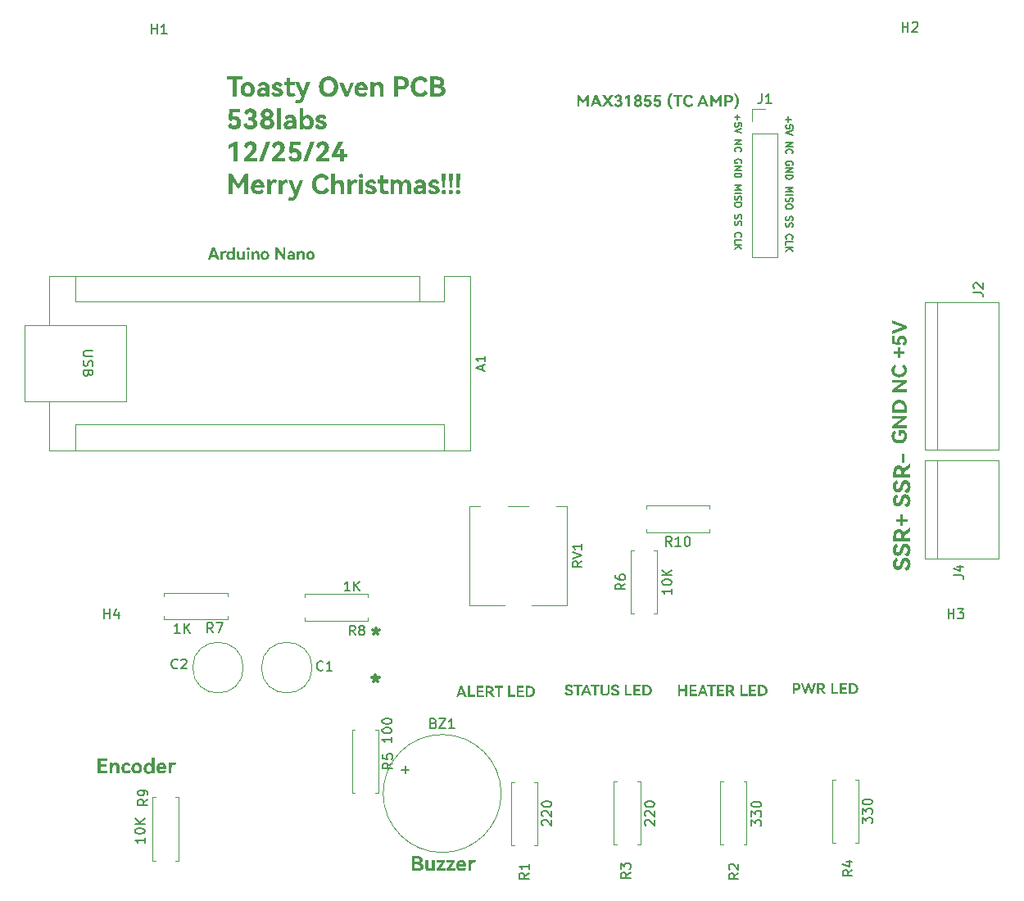
<source format=gbr>
%TF.GenerationSoftware,KiCad,Pcbnew,8.0.5*%
%TF.CreationDate,2024-12-25T22:13:30-08:00*%
%TF.ProjectId,ToastyReflowOvenPCB,546f6173-7479-4526-9566-6c6f774f7665,rev?*%
%TF.SameCoordinates,Original*%
%TF.FileFunction,Legend,Top*%
%TF.FilePolarity,Positive*%
%FSLAX46Y46*%
G04 Gerber Fmt 4.6, Leading zero omitted, Abs format (unit mm)*
G04 Created by KiCad (PCBNEW 8.0.5) date 2024-12-25 22:13:30*
%MOMM*%
%LPD*%
G01*
G04 APERTURE LIST*
%ADD10C,0.150000*%
%ADD11C,0.175000*%
%ADD12C,0.300000*%
%ADD13C,0.275000*%
%ADD14C,0.400000*%
%ADD15C,0.120000*%
G04 APERTURE END LIST*
D10*
X116335714Y-109174819D02*
X115764286Y-109174819D01*
X116050000Y-109174819D02*
X116050000Y-108174819D01*
X116050000Y-108174819D02*
X115954762Y-108317676D01*
X115954762Y-108317676D02*
X115859524Y-108412914D01*
X115859524Y-108412914D02*
X115764286Y-108460533D01*
X116764286Y-109174819D02*
X116764286Y-108174819D01*
X117335714Y-109174819D02*
X116907143Y-108603390D01*
X117335714Y-108174819D02*
X116764286Y-108746247D01*
X98765714Y-113504819D02*
X98194286Y-113504819D01*
X98480000Y-113504819D02*
X98480000Y-112504819D01*
X98480000Y-112504819D02*
X98384762Y-112647676D01*
X98384762Y-112647676D02*
X98289524Y-112742914D01*
X98289524Y-112742914D02*
X98194286Y-112790533D01*
X99194286Y-113504819D02*
X99194286Y-112504819D01*
X99765714Y-113504819D02*
X99337143Y-112933390D01*
X99765714Y-112504819D02*
X99194286Y-113076247D01*
X95114819Y-134660476D02*
X95114819Y-135231904D01*
X95114819Y-134946190D02*
X94114819Y-134946190D01*
X94114819Y-134946190D02*
X94257676Y-135041428D01*
X94257676Y-135041428D02*
X94352914Y-135136666D01*
X94352914Y-135136666D02*
X94400533Y-135231904D01*
X94114819Y-134041428D02*
X94114819Y-133946190D01*
X94114819Y-133946190D02*
X94162438Y-133850952D01*
X94162438Y-133850952D02*
X94210057Y-133803333D01*
X94210057Y-133803333D02*
X94305295Y-133755714D01*
X94305295Y-133755714D02*
X94495771Y-133708095D01*
X94495771Y-133708095D02*
X94733866Y-133708095D01*
X94733866Y-133708095D02*
X94924342Y-133755714D01*
X94924342Y-133755714D02*
X95019580Y-133803333D01*
X95019580Y-133803333D02*
X95067200Y-133850952D01*
X95067200Y-133850952D02*
X95114819Y-133946190D01*
X95114819Y-133946190D02*
X95114819Y-134041428D01*
X95114819Y-134041428D02*
X95067200Y-134136666D01*
X95067200Y-134136666D02*
X95019580Y-134184285D01*
X95019580Y-134184285D02*
X94924342Y-134231904D01*
X94924342Y-134231904D02*
X94733866Y-134279523D01*
X94733866Y-134279523D02*
X94495771Y-134279523D01*
X94495771Y-134279523D02*
X94305295Y-134231904D01*
X94305295Y-134231904D02*
X94210057Y-134184285D01*
X94210057Y-134184285D02*
X94162438Y-134136666D01*
X94162438Y-134136666D02*
X94114819Y-134041428D01*
X95114819Y-133279523D02*
X94114819Y-133279523D01*
X95114819Y-132708095D02*
X94543390Y-133136666D01*
X94114819Y-132708095D02*
X94686247Y-133279523D01*
X120654819Y-124256666D02*
X120654819Y-124828094D01*
X120654819Y-124542380D02*
X119654819Y-124542380D01*
X119654819Y-124542380D02*
X119797676Y-124637618D01*
X119797676Y-124637618D02*
X119892914Y-124732856D01*
X119892914Y-124732856D02*
X119940533Y-124828094D01*
X119654819Y-123637618D02*
X119654819Y-123542380D01*
X119654819Y-123542380D02*
X119702438Y-123447142D01*
X119702438Y-123447142D02*
X119750057Y-123399523D01*
X119750057Y-123399523D02*
X119845295Y-123351904D01*
X119845295Y-123351904D02*
X120035771Y-123304285D01*
X120035771Y-123304285D02*
X120273866Y-123304285D01*
X120273866Y-123304285D02*
X120464342Y-123351904D01*
X120464342Y-123351904D02*
X120559580Y-123399523D01*
X120559580Y-123399523D02*
X120607200Y-123447142D01*
X120607200Y-123447142D02*
X120654819Y-123542380D01*
X120654819Y-123542380D02*
X120654819Y-123637618D01*
X120654819Y-123637618D02*
X120607200Y-123732856D01*
X120607200Y-123732856D02*
X120559580Y-123780475D01*
X120559580Y-123780475D02*
X120464342Y-123828094D01*
X120464342Y-123828094D02*
X120273866Y-123875713D01*
X120273866Y-123875713D02*
X120035771Y-123875713D01*
X120035771Y-123875713D02*
X119845295Y-123828094D01*
X119845295Y-123828094D02*
X119750057Y-123780475D01*
X119750057Y-123780475D02*
X119702438Y-123732856D01*
X119702438Y-123732856D02*
X119654819Y-123637618D01*
X119654819Y-122685237D02*
X119654819Y-122589999D01*
X119654819Y-122589999D02*
X119702438Y-122494761D01*
X119702438Y-122494761D02*
X119750057Y-122447142D01*
X119750057Y-122447142D02*
X119845295Y-122399523D01*
X119845295Y-122399523D02*
X120035771Y-122351904D01*
X120035771Y-122351904D02*
X120273866Y-122351904D01*
X120273866Y-122351904D02*
X120464342Y-122399523D01*
X120464342Y-122399523D02*
X120559580Y-122447142D01*
X120559580Y-122447142D02*
X120607200Y-122494761D01*
X120607200Y-122494761D02*
X120654819Y-122589999D01*
X120654819Y-122589999D02*
X120654819Y-122685237D01*
X120654819Y-122685237D02*
X120607200Y-122780475D01*
X120607200Y-122780475D02*
X120559580Y-122828094D01*
X120559580Y-122828094D02*
X120464342Y-122875713D01*
X120464342Y-122875713D02*
X120273866Y-122923332D01*
X120273866Y-122923332D02*
X120035771Y-122923332D01*
X120035771Y-122923332D02*
X119845295Y-122875713D01*
X119845295Y-122875713D02*
X119750057Y-122828094D01*
X119750057Y-122828094D02*
X119702438Y-122780475D01*
X119702438Y-122780475D02*
X119654819Y-122685237D01*
X169304819Y-133205713D02*
X169304819Y-132586666D01*
X169304819Y-132586666D02*
X169685771Y-132919999D01*
X169685771Y-132919999D02*
X169685771Y-132777142D01*
X169685771Y-132777142D02*
X169733390Y-132681904D01*
X169733390Y-132681904D02*
X169781009Y-132634285D01*
X169781009Y-132634285D02*
X169876247Y-132586666D01*
X169876247Y-132586666D02*
X170114342Y-132586666D01*
X170114342Y-132586666D02*
X170209580Y-132634285D01*
X170209580Y-132634285D02*
X170257200Y-132681904D01*
X170257200Y-132681904D02*
X170304819Y-132777142D01*
X170304819Y-132777142D02*
X170304819Y-133062856D01*
X170304819Y-133062856D02*
X170257200Y-133158094D01*
X170257200Y-133158094D02*
X170209580Y-133205713D01*
X169304819Y-132253332D02*
X169304819Y-131634285D01*
X169304819Y-131634285D02*
X169685771Y-131967618D01*
X169685771Y-131967618D02*
X169685771Y-131824761D01*
X169685771Y-131824761D02*
X169733390Y-131729523D01*
X169733390Y-131729523D02*
X169781009Y-131681904D01*
X169781009Y-131681904D02*
X169876247Y-131634285D01*
X169876247Y-131634285D02*
X170114342Y-131634285D01*
X170114342Y-131634285D02*
X170209580Y-131681904D01*
X170209580Y-131681904D02*
X170257200Y-131729523D01*
X170257200Y-131729523D02*
X170304819Y-131824761D01*
X170304819Y-131824761D02*
X170304819Y-132110475D01*
X170304819Y-132110475D02*
X170257200Y-132205713D01*
X170257200Y-132205713D02*
X170209580Y-132253332D01*
X169304819Y-131015237D02*
X169304819Y-130919999D01*
X169304819Y-130919999D02*
X169352438Y-130824761D01*
X169352438Y-130824761D02*
X169400057Y-130777142D01*
X169400057Y-130777142D02*
X169495295Y-130729523D01*
X169495295Y-130729523D02*
X169685771Y-130681904D01*
X169685771Y-130681904D02*
X169923866Y-130681904D01*
X169923866Y-130681904D02*
X170114342Y-130729523D01*
X170114342Y-130729523D02*
X170209580Y-130777142D01*
X170209580Y-130777142D02*
X170257200Y-130824761D01*
X170257200Y-130824761D02*
X170304819Y-130919999D01*
X170304819Y-130919999D02*
X170304819Y-131015237D01*
X170304819Y-131015237D02*
X170257200Y-131110475D01*
X170257200Y-131110475D02*
X170209580Y-131158094D01*
X170209580Y-131158094D02*
X170114342Y-131205713D01*
X170114342Y-131205713D02*
X169923866Y-131253332D01*
X169923866Y-131253332D02*
X169685771Y-131253332D01*
X169685771Y-131253332D02*
X169495295Y-131205713D01*
X169495295Y-131205713D02*
X169400057Y-131158094D01*
X169400057Y-131158094D02*
X169352438Y-131110475D01*
X169352438Y-131110475D02*
X169304819Y-131015237D01*
X157824819Y-133465713D02*
X157824819Y-132846666D01*
X157824819Y-132846666D02*
X158205771Y-133179999D01*
X158205771Y-133179999D02*
X158205771Y-133037142D01*
X158205771Y-133037142D02*
X158253390Y-132941904D01*
X158253390Y-132941904D02*
X158301009Y-132894285D01*
X158301009Y-132894285D02*
X158396247Y-132846666D01*
X158396247Y-132846666D02*
X158634342Y-132846666D01*
X158634342Y-132846666D02*
X158729580Y-132894285D01*
X158729580Y-132894285D02*
X158777200Y-132941904D01*
X158777200Y-132941904D02*
X158824819Y-133037142D01*
X158824819Y-133037142D02*
X158824819Y-133322856D01*
X158824819Y-133322856D02*
X158777200Y-133418094D01*
X158777200Y-133418094D02*
X158729580Y-133465713D01*
X157824819Y-132513332D02*
X157824819Y-131894285D01*
X157824819Y-131894285D02*
X158205771Y-132227618D01*
X158205771Y-132227618D02*
X158205771Y-132084761D01*
X158205771Y-132084761D02*
X158253390Y-131989523D01*
X158253390Y-131989523D02*
X158301009Y-131941904D01*
X158301009Y-131941904D02*
X158396247Y-131894285D01*
X158396247Y-131894285D02*
X158634342Y-131894285D01*
X158634342Y-131894285D02*
X158729580Y-131941904D01*
X158729580Y-131941904D02*
X158777200Y-131989523D01*
X158777200Y-131989523D02*
X158824819Y-132084761D01*
X158824819Y-132084761D02*
X158824819Y-132370475D01*
X158824819Y-132370475D02*
X158777200Y-132465713D01*
X158777200Y-132465713D02*
X158729580Y-132513332D01*
X157824819Y-131275237D02*
X157824819Y-131179999D01*
X157824819Y-131179999D02*
X157872438Y-131084761D01*
X157872438Y-131084761D02*
X157920057Y-131037142D01*
X157920057Y-131037142D02*
X158015295Y-130989523D01*
X158015295Y-130989523D02*
X158205771Y-130941904D01*
X158205771Y-130941904D02*
X158443866Y-130941904D01*
X158443866Y-130941904D02*
X158634342Y-130989523D01*
X158634342Y-130989523D02*
X158729580Y-131037142D01*
X158729580Y-131037142D02*
X158777200Y-131084761D01*
X158777200Y-131084761D02*
X158824819Y-131179999D01*
X158824819Y-131179999D02*
X158824819Y-131275237D01*
X158824819Y-131275237D02*
X158777200Y-131370475D01*
X158777200Y-131370475D02*
X158729580Y-131418094D01*
X158729580Y-131418094D02*
X158634342Y-131465713D01*
X158634342Y-131465713D02*
X158443866Y-131513332D01*
X158443866Y-131513332D02*
X158205771Y-131513332D01*
X158205771Y-131513332D02*
X158015295Y-131465713D01*
X158015295Y-131465713D02*
X157920057Y-131418094D01*
X157920057Y-131418094D02*
X157872438Y-131370475D01*
X157872438Y-131370475D02*
X157824819Y-131275237D01*
X146900057Y-133398094D02*
X146852438Y-133350475D01*
X146852438Y-133350475D02*
X146804819Y-133255237D01*
X146804819Y-133255237D02*
X146804819Y-133017142D01*
X146804819Y-133017142D02*
X146852438Y-132921904D01*
X146852438Y-132921904D02*
X146900057Y-132874285D01*
X146900057Y-132874285D02*
X146995295Y-132826666D01*
X146995295Y-132826666D02*
X147090533Y-132826666D01*
X147090533Y-132826666D02*
X147233390Y-132874285D01*
X147233390Y-132874285D02*
X147804819Y-133445713D01*
X147804819Y-133445713D02*
X147804819Y-132826666D01*
X146900057Y-132445713D02*
X146852438Y-132398094D01*
X146852438Y-132398094D02*
X146804819Y-132302856D01*
X146804819Y-132302856D02*
X146804819Y-132064761D01*
X146804819Y-132064761D02*
X146852438Y-131969523D01*
X146852438Y-131969523D02*
X146900057Y-131921904D01*
X146900057Y-131921904D02*
X146995295Y-131874285D01*
X146995295Y-131874285D02*
X147090533Y-131874285D01*
X147090533Y-131874285D02*
X147233390Y-131921904D01*
X147233390Y-131921904D02*
X147804819Y-132493332D01*
X147804819Y-132493332D02*
X147804819Y-131874285D01*
X146804819Y-131255237D02*
X146804819Y-131159999D01*
X146804819Y-131159999D02*
X146852438Y-131064761D01*
X146852438Y-131064761D02*
X146900057Y-131017142D01*
X146900057Y-131017142D02*
X146995295Y-130969523D01*
X146995295Y-130969523D02*
X147185771Y-130921904D01*
X147185771Y-130921904D02*
X147423866Y-130921904D01*
X147423866Y-130921904D02*
X147614342Y-130969523D01*
X147614342Y-130969523D02*
X147709580Y-131017142D01*
X147709580Y-131017142D02*
X147757200Y-131064761D01*
X147757200Y-131064761D02*
X147804819Y-131159999D01*
X147804819Y-131159999D02*
X147804819Y-131255237D01*
X147804819Y-131255237D02*
X147757200Y-131350475D01*
X147757200Y-131350475D02*
X147709580Y-131398094D01*
X147709580Y-131398094D02*
X147614342Y-131445713D01*
X147614342Y-131445713D02*
X147423866Y-131493332D01*
X147423866Y-131493332D02*
X147185771Y-131493332D01*
X147185771Y-131493332D02*
X146995295Y-131445713D01*
X146995295Y-131445713D02*
X146900057Y-131398094D01*
X146900057Y-131398094D02*
X146852438Y-131350475D01*
X146852438Y-131350475D02*
X146804819Y-131255237D01*
X136260057Y-133398094D02*
X136212438Y-133350475D01*
X136212438Y-133350475D02*
X136164819Y-133255237D01*
X136164819Y-133255237D02*
X136164819Y-133017142D01*
X136164819Y-133017142D02*
X136212438Y-132921904D01*
X136212438Y-132921904D02*
X136260057Y-132874285D01*
X136260057Y-132874285D02*
X136355295Y-132826666D01*
X136355295Y-132826666D02*
X136450533Y-132826666D01*
X136450533Y-132826666D02*
X136593390Y-132874285D01*
X136593390Y-132874285D02*
X137164819Y-133445713D01*
X137164819Y-133445713D02*
X137164819Y-132826666D01*
X136260057Y-132445713D02*
X136212438Y-132398094D01*
X136212438Y-132398094D02*
X136164819Y-132302856D01*
X136164819Y-132302856D02*
X136164819Y-132064761D01*
X136164819Y-132064761D02*
X136212438Y-131969523D01*
X136212438Y-131969523D02*
X136260057Y-131921904D01*
X136260057Y-131921904D02*
X136355295Y-131874285D01*
X136355295Y-131874285D02*
X136450533Y-131874285D01*
X136450533Y-131874285D02*
X136593390Y-131921904D01*
X136593390Y-131921904D02*
X137164819Y-132493332D01*
X137164819Y-132493332D02*
X137164819Y-131874285D01*
X136164819Y-131255237D02*
X136164819Y-131159999D01*
X136164819Y-131159999D02*
X136212438Y-131064761D01*
X136212438Y-131064761D02*
X136260057Y-131017142D01*
X136260057Y-131017142D02*
X136355295Y-130969523D01*
X136355295Y-130969523D02*
X136545771Y-130921904D01*
X136545771Y-130921904D02*
X136783866Y-130921904D01*
X136783866Y-130921904D02*
X136974342Y-130969523D01*
X136974342Y-130969523D02*
X137069580Y-131017142D01*
X137069580Y-131017142D02*
X137117200Y-131064761D01*
X137117200Y-131064761D02*
X137164819Y-131159999D01*
X137164819Y-131159999D02*
X137164819Y-131255237D01*
X137164819Y-131255237D02*
X137117200Y-131350475D01*
X137117200Y-131350475D02*
X137069580Y-131398094D01*
X137069580Y-131398094D02*
X136974342Y-131445713D01*
X136974342Y-131445713D02*
X136783866Y-131493332D01*
X136783866Y-131493332D02*
X136545771Y-131493332D01*
X136545771Y-131493332D02*
X136355295Y-131445713D01*
X136355295Y-131445713D02*
X136260057Y-131398094D01*
X136260057Y-131398094D02*
X136212438Y-131350475D01*
X136212438Y-131350475D02*
X136164819Y-131255237D01*
D11*
X161641433Y-60141797D02*
X161641433Y-60675131D01*
X161374766Y-60408464D02*
X161908100Y-60408464D01*
X162074766Y-61341798D02*
X162074766Y-61008464D01*
X162074766Y-61008464D02*
X161741433Y-60975131D01*
X161741433Y-60975131D02*
X161774766Y-61008464D01*
X161774766Y-61008464D02*
X161808100Y-61075131D01*
X161808100Y-61075131D02*
X161808100Y-61241798D01*
X161808100Y-61241798D02*
X161774766Y-61308464D01*
X161774766Y-61308464D02*
X161741433Y-61341798D01*
X161741433Y-61341798D02*
X161674766Y-61375131D01*
X161674766Y-61375131D02*
X161508100Y-61375131D01*
X161508100Y-61375131D02*
X161441433Y-61341798D01*
X161441433Y-61341798D02*
X161408100Y-61308464D01*
X161408100Y-61308464D02*
X161374766Y-61241798D01*
X161374766Y-61241798D02*
X161374766Y-61075131D01*
X161374766Y-61075131D02*
X161408100Y-61008464D01*
X161408100Y-61008464D02*
X161441433Y-60975131D01*
X162074766Y-61575131D02*
X161374766Y-61808465D01*
X161374766Y-61808465D02*
X162074766Y-62041798D01*
X161374766Y-62808464D02*
X162074766Y-62808464D01*
X162074766Y-62808464D02*
X161374766Y-63208464D01*
X161374766Y-63208464D02*
X162074766Y-63208464D01*
X161441433Y-63941797D02*
X161408100Y-63908464D01*
X161408100Y-63908464D02*
X161374766Y-63808464D01*
X161374766Y-63808464D02*
X161374766Y-63741797D01*
X161374766Y-63741797D02*
X161408100Y-63641797D01*
X161408100Y-63641797D02*
X161474766Y-63575131D01*
X161474766Y-63575131D02*
X161541433Y-63541797D01*
X161541433Y-63541797D02*
X161674766Y-63508464D01*
X161674766Y-63508464D02*
X161774766Y-63508464D01*
X161774766Y-63508464D02*
X161908100Y-63541797D01*
X161908100Y-63541797D02*
X161974766Y-63575131D01*
X161974766Y-63575131D02*
X162041433Y-63641797D01*
X162041433Y-63641797D02*
X162074766Y-63741797D01*
X162074766Y-63741797D02*
X162074766Y-63808464D01*
X162074766Y-63808464D02*
X162041433Y-63908464D01*
X162041433Y-63908464D02*
X162008100Y-63941797D01*
X162041433Y-65141797D02*
X162074766Y-65075130D01*
X162074766Y-65075130D02*
X162074766Y-64975130D01*
X162074766Y-64975130D02*
X162041433Y-64875130D01*
X162041433Y-64875130D02*
X161974766Y-64808464D01*
X161974766Y-64808464D02*
X161908100Y-64775130D01*
X161908100Y-64775130D02*
X161774766Y-64741797D01*
X161774766Y-64741797D02*
X161674766Y-64741797D01*
X161674766Y-64741797D02*
X161541433Y-64775130D01*
X161541433Y-64775130D02*
X161474766Y-64808464D01*
X161474766Y-64808464D02*
X161408100Y-64875130D01*
X161408100Y-64875130D02*
X161374766Y-64975130D01*
X161374766Y-64975130D02*
X161374766Y-65041797D01*
X161374766Y-65041797D02*
X161408100Y-65141797D01*
X161408100Y-65141797D02*
X161441433Y-65175130D01*
X161441433Y-65175130D02*
X161674766Y-65175130D01*
X161674766Y-65175130D02*
X161674766Y-65041797D01*
X161374766Y-65475130D02*
X162074766Y-65475130D01*
X162074766Y-65475130D02*
X161374766Y-65875130D01*
X161374766Y-65875130D02*
X162074766Y-65875130D01*
X161374766Y-66208463D02*
X162074766Y-66208463D01*
X162074766Y-66208463D02*
X162074766Y-66375130D01*
X162074766Y-66375130D02*
X162041433Y-66475130D01*
X162041433Y-66475130D02*
X161974766Y-66541797D01*
X161974766Y-66541797D02*
X161908100Y-66575130D01*
X161908100Y-66575130D02*
X161774766Y-66608463D01*
X161774766Y-66608463D02*
X161674766Y-66608463D01*
X161674766Y-66608463D02*
X161541433Y-66575130D01*
X161541433Y-66575130D02*
X161474766Y-66541797D01*
X161474766Y-66541797D02*
X161408100Y-66475130D01*
X161408100Y-66475130D02*
X161374766Y-66375130D01*
X161374766Y-66375130D02*
X161374766Y-66208463D01*
X161374766Y-67441796D02*
X162074766Y-67441796D01*
X162074766Y-67441796D02*
X161574766Y-67675130D01*
X161574766Y-67675130D02*
X162074766Y-67908463D01*
X162074766Y-67908463D02*
X161374766Y-67908463D01*
X161374766Y-68241796D02*
X162074766Y-68241796D01*
X161408100Y-68541796D02*
X161374766Y-68641796D01*
X161374766Y-68641796D02*
X161374766Y-68808463D01*
X161374766Y-68808463D02*
X161408100Y-68875129D01*
X161408100Y-68875129D02*
X161441433Y-68908463D01*
X161441433Y-68908463D02*
X161508100Y-68941796D01*
X161508100Y-68941796D02*
X161574766Y-68941796D01*
X161574766Y-68941796D02*
X161641433Y-68908463D01*
X161641433Y-68908463D02*
X161674766Y-68875129D01*
X161674766Y-68875129D02*
X161708100Y-68808463D01*
X161708100Y-68808463D02*
X161741433Y-68675129D01*
X161741433Y-68675129D02*
X161774766Y-68608463D01*
X161774766Y-68608463D02*
X161808100Y-68575129D01*
X161808100Y-68575129D02*
X161874766Y-68541796D01*
X161874766Y-68541796D02*
X161941433Y-68541796D01*
X161941433Y-68541796D02*
X162008100Y-68575129D01*
X162008100Y-68575129D02*
X162041433Y-68608463D01*
X162041433Y-68608463D02*
X162074766Y-68675129D01*
X162074766Y-68675129D02*
X162074766Y-68841796D01*
X162074766Y-68841796D02*
X162041433Y-68941796D01*
X162074766Y-69375130D02*
X162074766Y-69508463D01*
X162074766Y-69508463D02*
X162041433Y-69575130D01*
X162041433Y-69575130D02*
X161974766Y-69641796D01*
X161974766Y-69641796D02*
X161841433Y-69675130D01*
X161841433Y-69675130D02*
X161608100Y-69675130D01*
X161608100Y-69675130D02*
X161474766Y-69641796D01*
X161474766Y-69641796D02*
X161408100Y-69575130D01*
X161408100Y-69575130D02*
X161374766Y-69508463D01*
X161374766Y-69508463D02*
X161374766Y-69375130D01*
X161374766Y-69375130D02*
X161408100Y-69308463D01*
X161408100Y-69308463D02*
X161474766Y-69241796D01*
X161474766Y-69241796D02*
X161608100Y-69208463D01*
X161608100Y-69208463D02*
X161841433Y-69208463D01*
X161841433Y-69208463D02*
X161974766Y-69241796D01*
X161974766Y-69241796D02*
X162041433Y-69308463D01*
X162041433Y-69308463D02*
X162074766Y-69375130D01*
X161408100Y-70475129D02*
X161374766Y-70575129D01*
X161374766Y-70575129D02*
X161374766Y-70741796D01*
X161374766Y-70741796D02*
X161408100Y-70808462D01*
X161408100Y-70808462D02*
X161441433Y-70841796D01*
X161441433Y-70841796D02*
X161508100Y-70875129D01*
X161508100Y-70875129D02*
X161574766Y-70875129D01*
X161574766Y-70875129D02*
X161641433Y-70841796D01*
X161641433Y-70841796D02*
X161674766Y-70808462D01*
X161674766Y-70808462D02*
X161708100Y-70741796D01*
X161708100Y-70741796D02*
X161741433Y-70608462D01*
X161741433Y-70608462D02*
X161774766Y-70541796D01*
X161774766Y-70541796D02*
X161808100Y-70508462D01*
X161808100Y-70508462D02*
X161874766Y-70475129D01*
X161874766Y-70475129D02*
X161941433Y-70475129D01*
X161941433Y-70475129D02*
X162008100Y-70508462D01*
X162008100Y-70508462D02*
X162041433Y-70541796D01*
X162041433Y-70541796D02*
X162074766Y-70608462D01*
X162074766Y-70608462D02*
X162074766Y-70775129D01*
X162074766Y-70775129D02*
X162041433Y-70875129D01*
X161408100Y-71141796D02*
X161374766Y-71241796D01*
X161374766Y-71241796D02*
X161374766Y-71408463D01*
X161374766Y-71408463D02*
X161408100Y-71475129D01*
X161408100Y-71475129D02*
X161441433Y-71508463D01*
X161441433Y-71508463D02*
X161508100Y-71541796D01*
X161508100Y-71541796D02*
X161574766Y-71541796D01*
X161574766Y-71541796D02*
X161641433Y-71508463D01*
X161641433Y-71508463D02*
X161674766Y-71475129D01*
X161674766Y-71475129D02*
X161708100Y-71408463D01*
X161708100Y-71408463D02*
X161741433Y-71275129D01*
X161741433Y-71275129D02*
X161774766Y-71208463D01*
X161774766Y-71208463D02*
X161808100Y-71175129D01*
X161808100Y-71175129D02*
X161874766Y-71141796D01*
X161874766Y-71141796D02*
X161941433Y-71141796D01*
X161941433Y-71141796D02*
X162008100Y-71175129D01*
X162008100Y-71175129D02*
X162041433Y-71208463D01*
X162041433Y-71208463D02*
X162074766Y-71275129D01*
X162074766Y-71275129D02*
X162074766Y-71441796D01*
X162074766Y-71441796D02*
X162041433Y-71541796D01*
X161441433Y-72775129D02*
X161408100Y-72741796D01*
X161408100Y-72741796D02*
X161374766Y-72641796D01*
X161374766Y-72641796D02*
X161374766Y-72575129D01*
X161374766Y-72575129D02*
X161408100Y-72475129D01*
X161408100Y-72475129D02*
X161474766Y-72408463D01*
X161474766Y-72408463D02*
X161541433Y-72375129D01*
X161541433Y-72375129D02*
X161674766Y-72341796D01*
X161674766Y-72341796D02*
X161774766Y-72341796D01*
X161774766Y-72341796D02*
X161908100Y-72375129D01*
X161908100Y-72375129D02*
X161974766Y-72408463D01*
X161974766Y-72408463D02*
X162041433Y-72475129D01*
X162041433Y-72475129D02*
X162074766Y-72575129D01*
X162074766Y-72575129D02*
X162074766Y-72641796D01*
X162074766Y-72641796D02*
X162041433Y-72741796D01*
X162041433Y-72741796D02*
X162008100Y-72775129D01*
X161374766Y-73408463D02*
X161374766Y-73075129D01*
X161374766Y-73075129D02*
X162074766Y-73075129D01*
X161374766Y-73641796D02*
X162074766Y-73641796D01*
X161374766Y-74041796D02*
X161774766Y-73741796D01*
X162074766Y-74041796D02*
X161674766Y-73641796D01*
D12*
G36*
X102832847Y-74926000D02*
G01*
X102574047Y-74926000D01*
X102466775Y-74644632D01*
X101987864Y-74644632D01*
X101883817Y-74926000D01*
X101639965Y-74926000D01*
X101829440Y-74439468D01*
X102063482Y-74439468D01*
X102387641Y-74439468D01*
X102222923Y-74001589D01*
X102063482Y-74439468D01*
X101829440Y-74439468D01*
X102122100Y-73687981D01*
X102335471Y-73687981D01*
X102832847Y-74926000D01*
G37*
G36*
X103427529Y-74025623D02*
G01*
X103487911Y-74031347D01*
X103521612Y-74040277D01*
X103575742Y-74066436D01*
X103588729Y-74077207D01*
X103498164Y-74261268D01*
X103442069Y-74235817D01*
X103398806Y-74230787D01*
X103340768Y-74239826D01*
X103287091Y-74270305D01*
X103253433Y-74307284D01*
X103224685Y-74360549D01*
X103207915Y-74418131D01*
X103200249Y-74476983D01*
X103198918Y-74517430D01*
X103198918Y-74926000D01*
X102957117Y-74926000D01*
X102957117Y-74044381D01*
X103169316Y-74044381D01*
X103174765Y-74102787D01*
X103181625Y-74162918D01*
X103185143Y-74185944D01*
X103217456Y-74131855D01*
X103259904Y-74085630D01*
X103285966Y-74066069D01*
X103339305Y-74039882D01*
X103398352Y-74027045D01*
X103427529Y-74025623D01*
G37*
G36*
X104463900Y-74944757D02*
G01*
X104251702Y-74944757D01*
X104246073Y-74882935D01*
X104239736Y-74824082D01*
X104237634Y-74808763D01*
X104203077Y-74857387D01*
X104157794Y-74900005D01*
X104118639Y-74924827D01*
X104061953Y-74948403D01*
X104001805Y-74961097D01*
X103959783Y-74963515D01*
X103900574Y-74959249D01*
X103838212Y-74944503D01*
X103779456Y-74919224D01*
X103762533Y-74909586D01*
X103715054Y-74875168D01*
X103673187Y-74832914D01*
X103636930Y-74782824D01*
X103619211Y-74751610D01*
X103595745Y-74697205D01*
X103578984Y-74638037D01*
X103568927Y-74574107D01*
X103565628Y-74514260D01*
X103565575Y-74505413D01*
X103565748Y-74501310D01*
X103807376Y-74501310D01*
X103811827Y-74564043D01*
X103827214Y-74624665D01*
X103856835Y-74680308D01*
X103863649Y-74689182D01*
X103911144Y-74731332D01*
X103968777Y-74754028D01*
X104012833Y-74758351D01*
X104074945Y-74749325D01*
X104129392Y-74722246D01*
X104161430Y-74694164D01*
X104195972Y-74642284D01*
X104214931Y-74582017D01*
X104221863Y-74517107D01*
X104222100Y-74501310D01*
X104218308Y-74441812D01*
X104204977Y-74384687D01*
X104175650Y-74328972D01*
X104161430Y-74312559D01*
X104112095Y-74274874D01*
X104055093Y-74254582D01*
X104012833Y-74250717D01*
X103953418Y-74258509D01*
X103898320Y-74284784D01*
X103863649Y-74316662D01*
X103831611Y-74368234D01*
X103814025Y-74425936D01*
X103807595Y-74486678D01*
X103807376Y-74501310D01*
X103565748Y-74501310D01*
X103568142Y-74444489D01*
X103577360Y-74379533D01*
X103593284Y-74319559D01*
X103615911Y-74264568D01*
X103619211Y-74258044D01*
X103652328Y-74203459D01*
X103691009Y-74156756D01*
X103735255Y-74117936D01*
X103762240Y-74099775D01*
X103819913Y-74071181D01*
X103881193Y-74053178D01*
X103939429Y-74046029D01*
X103959490Y-74045553D01*
X104021997Y-74050777D01*
X104080925Y-74066449D01*
X104106915Y-74077207D01*
X104158870Y-74108153D01*
X104203762Y-74150032D01*
X104222100Y-74173048D01*
X104222100Y-73650466D01*
X104463900Y-73650466D01*
X104463900Y-74944757D01*
G37*
G36*
X105224180Y-74044381D02*
G01*
X105465980Y-74044381D01*
X105465980Y-74926000D01*
X105248506Y-74926000D01*
X105247259Y-74864573D01*
X105241541Y-74805592D01*
X105237955Y-74790005D01*
X105205384Y-74839096D01*
X105162664Y-74881905D01*
X105125701Y-74906655D01*
X105071062Y-74929874D01*
X105010901Y-74942376D01*
X104967725Y-74944757D01*
X104907824Y-74940213D01*
X104846545Y-74923892D01*
X104792923Y-74895700D01*
X104746958Y-74855638D01*
X104741751Y-74849796D01*
X104705719Y-74796765D01*
X104682636Y-74741256D01*
X104667435Y-74677248D01*
X104660679Y-74615620D01*
X104659392Y-74571066D01*
X104659392Y-74044381D01*
X104901193Y-74044381D01*
X104901193Y-74495448D01*
X104904749Y-74565783D01*
X104915418Y-74624197D01*
X104937609Y-74678557D01*
X104983130Y-74724334D01*
X105046859Y-74739593D01*
X105106174Y-74728613D01*
X105155524Y-74695672D01*
X105174940Y-74673062D01*
X105202974Y-74621018D01*
X105218361Y-74562766D01*
X105223987Y-74501431D01*
X105224180Y-74486655D01*
X105224180Y-74044381D01*
G37*
G36*
X105812414Y-73931833D02*
G01*
X105753980Y-73918479D01*
X105714815Y-73889628D01*
X105681399Y-73837696D01*
X105673489Y-73791150D01*
X105686286Y-73731386D01*
X105713935Y-73692085D01*
X105765146Y-73658432D01*
X105812414Y-73650466D01*
X105872455Y-73663820D01*
X105912358Y-73692671D01*
X105945518Y-73741484D01*
X105954856Y-73791150D01*
X105941410Y-73850006D01*
X105912358Y-73889628D01*
X105863131Y-73922560D01*
X105812414Y-73931833D01*
G37*
G36*
X105934047Y-74926000D02*
G01*
X105692247Y-74926000D01*
X105692247Y-74044381D01*
X105934047Y-74044381D01*
X105934047Y-74926000D01*
G37*
G36*
X106651242Y-74026795D02*
G01*
X106711925Y-74031381D01*
X106774134Y-74047854D01*
X106828722Y-74076307D01*
X106875690Y-74116739D01*
X106881025Y-74122636D01*
X106918083Y-74175869D01*
X106941823Y-74231403D01*
X106957457Y-74295297D01*
X106964405Y-74356715D01*
X106965729Y-74401073D01*
X106965729Y-74926000D01*
X106723928Y-74926000D01*
X106723928Y-74474053D01*
X106720129Y-74404309D01*
X106708730Y-74346386D01*
X106685020Y-74292482D01*
X106636386Y-74247090D01*
X106577872Y-74232195D01*
X106568297Y-74231959D01*
X106506225Y-74242794D01*
X106454795Y-74275300D01*
X106434647Y-74297612D01*
X106405946Y-74349085D01*
X106390192Y-74406879D01*
X106384432Y-74467851D01*
X106384235Y-74482552D01*
X106384235Y-74926000D01*
X106142435Y-74926000D01*
X106142435Y-74044381D01*
X106354633Y-74044381D01*
X106360603Y-74107384D01*
X106367850Y-74168405D01*
X106370460Y-74184771D01*
X106406139Y-74131084D01*
X106449650Y-74088505D01*
X106500991Y-74057033D01*
X106560163Y-74036669D01*
X106627167Y-74027412D01*
X106651242Y-74026795D01*
G37*
G36*
X107606873Y-74030120D02*
G01*
X107668664Y-74043613D01*
X107727904Y-74066102D01*
X107759713Y-74082482D01*
X107813109Y-74118126D01*
X107860198Y-74161421D01*
X107900981Y-74212367D01*
X107920914Y-74243976D01*
X107947585Y-74298454D01*
X107966636Y-74356963D01*
X107978066Y-74419501D01*
X107981877Y-74486069D01*
X107978066Y-74552656D01*
X107966636Y-74615249D01*
X107947585Y-74673849D01*
X107920914Y-74728456D01*
X107888087Y-74777842D01*
X107845202Y-74826044D01*
X107796011Y-74866456D01*
X107759713Y-74889070D01*
X107701890Y-74915989D01*
X107641516Y-74934098D01*
X107578592Y-74943398D01*
X107542533Y-74944757D01*
X107477414Y-74940352D01*
X107414938Y-74927138D01*
X107355106Y-74905113D01*
X107323007Y-74889070D01*
X107269187Y-74853851D01*
X107221812Y-74810842D01*
X107180882Y-74760043D01*
X107160928Y-74728456D01*
X107134385Y-74673849D01*
X107115425Y-74615249D01*
X107104050Y-74552656D01*
X107100258Y-74486069D01*
X107342058Y-74486069D01*
X107346556Y-74547883D01*
X107362103Y-74607646D01*
X107392032Y-74662542D01*
X107398918Y-74671303D01*
X107445822Y-74712917D01*
X107500804Y-74735325D01*
X107541946Y-74739593D01*
X107602149Y-74729990D01*
X107653944Y-74701180D01*
X107683803Y-74671303D01*
X107715841Y-74618472D01*
X107733427Y-74560587D01*
X107739856Y-74500463D01*
X107740076Y-74486069D01*
X107735625Y-74424328D01*
X107720238Y-74364427D01*
X107690617Y-74309115D01*
X107683803Y-74300249D01*
X107637613Y-74257921D01*
X107583016Y-74235128D01*
X107541946Y-74230787D01*
X107481579Y-74240555D01*
X107429289Y-74269859D01*
X107398918Y-74300249D01*
X107366546Y-74353546D01*
X107348777Y-74411615D01*
X107342280Y-74471708D01*
X107342058Y-74486069D01*
X107100258Y-74486069D01*
X107104050Y-74419501D01*
X107115425Y-74356963D01*
X107134385Y-74298454D01*
X107160928Y-74243976D01*
X107193809Y-74194535D01*
X107236887Y-74146140D01*
X107286411Y-74105395D01*
X107323007Y-74082482D01*
X107381372Y-74054996D01*
X107442379Y-74036506D01*
X107506029Y-74027011D01*
X107542533Y-74025623D01*
X107606873Y-74030120D01*
G37*
G36*
X108836531Y-73687981D02*
G01*
X109426231Y-74506586D01*
X109426231Y-73687981D01*
X109651325Y-73687981D01*
X109651325Y-74926000D01*
X109454661Y-74926000D01*
X108863496Y-74105637D01*
X108863496Y-74926000D01*
X108638401Y-74926000D01*
X108638401Y-73687981D01*
X108836531Y-73687981D01*
G37*
G36*
X110334575Y-74029167D02*
G01*
X110392769Y-74039801D01*
X110453759Y-74061167D01*
X110507316Y-74092182D01*
X110547306Y-74126446D01*
X110586021Y-74174523D01*
X110615226Y-74230791D01*
X110634923Y-74295250D01*
X110644238Y-74357019D01*
X110646664Y-74413090D01*
X110646664Y-74923655D01*
X110443258Y-74923655D01*
X110439155Y-74876760D01*
X110430949Y-74819021D01*
X110393234Y-74868645D01*
X110346767Y-74905703D01*
X110331884Y-74913983D01*
X110273604Y-74935020D01*
X110210647Y-74944006D01*
X110184166Y-74944757D01*
X110124008Y-74940982D01*
X110062727Y-74928253D01*
X110019741Y-74912810D01*
X109964572Y-74881730D01*
X109919560Y-74840878D01*
X109902212Y-74818728D01*
X109874126Y-74764518D01*
X109860359Y-74702860D01*
X109858834Y-74671889D01*
X109860268Y-74658700D01*
X110100635Y-74658700D01*
X110118350Y-74715210D01*
X110134926Y-74731387D01*
X110191636Y-74754660D01*
X110223733Y-74757179D01*
X110283455Y-74749325D01*
X110339972Y-74723479D01*
X110350348Y-74716146D01*
X110389478Y-74670723D01*
X110404650Y-74611389D01*
X110404863Y-74602427D01*
X110404863Y-74570187D01*
X110343097Y-74557662D01*
X110284369Y-74551315D01*
X110265352Y-74550842D01*
X110203554Y-74556228D01*
X110146464Y-74577248D01*
X110143719Y-74578979D01*
X110105726Y-74626007D01*
X110100635Y-74658700D01*
X109860268Y-74658700D01*
X109865676Y-74608980D01*
X109886202Y-74552583D01*
X109907487Y-74518602D01*
X109948937Y-74473787D01*
X109999866Y-74437379D01*
X110039085Y-74417779D01*
X110098049Y-74397421D01*
X110160892Y-74385514D01*
X110221388Y-74382022D01*
X110283268Y-74385693D01*
X110346394Y-74396706D01*
X110404863Y-74413090D01*
X110399392Y-74345159D01*
X110379178Y-74283670D01*
X110337839Y-74236821D01*
X110277045Y-74214958D01*
X110249232Y-74213201D01*
X110184639Y-74222568D01*
X110130664Y-74250667D01*
X110087307Y-74297498D01*
X110067808Y-74331610D01*
X109896936Y-74232252D01*
X109927467Y-74181541D01*
X109965973Y-74137229D01*
X110012454Y-74099315D01*
X110041723Y-74081017D01*
X110099431Y-74054239D01*
X110162424Y-74036225D01*
X110222856Y-74027570D01*
X110270921Y-74025623D01*
X110334575Y-74029167D01*
G37*
G36*
X111352428Y-74026795D02*
G01*
X111413112Y-74031381D01*
X111475320Y-74047854D01*
X111529909Y-74076307D01*
X111576876Y-74116739D01*
X111582212Y-74122636D01*
X111619269Y-74175869D01*
X111643010Y-74231403D01*
X111658643Y-74295297D01*
X111665592Y-74356715D01*
X111666915Y-74401073D01*
X111666915Y-74926000D01*
X111425115Y-74926000D01*
X111425115Y-74474053D01*
X111421315Y-74404309D01*
X111409916Y-74346386D01*
X111386207Y-74292482D01*
X111337572Y-74247090D01*
X111279058Y-74232195D01*
X111269483Y-74231959D01*
X111207411Y-74242794D01*
X111155981Y-74275300D01*
X111135833Y-74297612D01*
X111107132Y-74349085D01*
X111091379Y-74406879D01*
X111085619Y-74467851D01*
X111085422Y-74482552D01*
X111085422Y-74926000D01*
X110843621Y-74926000D01*
X110843621Y-74044381D01*
X111055819Y-74044381D01*
X111061789Y-74107384D01*
X111069036Y-74168405D01*
X111071646Y-74184771D01*
X111107326Y-74131084D01*
X111150836Y-74088505D01*
X111202177Y-74057033D01*
X111261350Y-74036669D01*
X111328353Y-74027412D01*
X111352428Y-74026795D01*
G37*
G36*
X112308060Y-74030120D02*
G01*
X112369850Y-74043613D01*
X112429090Y-74066102D01*
X112460900Y-74082482D01*
X112514295Y-74118126D01*
X112561384Y-74161421D01*
X112602167Y-74212367D01*
X112622100Y-74243976D01*
X112648771Y-74298454D01*
X112667822Y-74356963D01*
X112679253Y-74419501D01*
X112683063Y-74486069D01*
X112679253Y-74552656D01*
X112667822Y-74615249D01*
X112648771Y-74673849D01*
X112622100Y-74728456D01*
X112589274Y-74777842D01*
X112546389Y-74826044D01*
X112497197Y-74866456D01*
X112460900Y-74889070D01*
X112403076Y-74915989D01*
X112342703Y-74934098D01*
X112279779Y-74943398D01*
X112243719Y-74944757D01*
X112178600Y-74940352D01*
X112116125Y-74927138D01*
X112056292Y-74905113D01*
X112024193Y-74889070D01*
X111970373Y-74853851D01*
X111922998Y-74810842D01*
X111882068Y-74760043D01*
X111862114Y-74728456D01*
X111835571Y-74673849D01*
X111816612Y-74615249D01*
X111805236Y-74552656D01*
X111801444Y-74486069D01*
X112043244Y-74486069D01*
X112047742Y-74547883D01*
X112063290Y-74607646D01*
X112093219Y-74662542D01*
X112100104Y-74671303D01*
X112147008Y-74712917D01*
X112201990Y-74735325D01*
X112243133Y-74739593D01*
X112303336Y-74729990D01*
X112355130Y-74701180D01*
X112384989Y-74671303D01*
X112417028Y-74618472D01*
X112434613Y-74560587D01*
X112441043Y-74500463D01*
X112441263Y-74486069D01*
X112436811Y-74424328D01*
X112421424Y-74364427D01*
X112391803Y-74309115D01*
X112384989Y-74300249D01*
X112338800Y-74257921D01*
X112284202Y-74235128D01*
X112243133Y-74230787D01*
X112182765Y-74240555D01*
X112130476Y-74269859D01*
X112100104Y-74300249D01*
X112067732Y-74353546D01*
X112049963Y-74411615D01*
X112043467Y-74471708D01*
X112043244Y-74486069D01*
X111801444Y-74486069D01*
X111805236Y-74419501D01*
X111816612Y-74356963D01*
X111835571Y-74298454D01*
X111862114Y-74243976D01*
X111894995Y-74194535D01*
X111938074Y-74146140D01*
X111987597Y-74105395D01*
X112024193Y-74082482D01*
X112082558Y-74054996D01*
X112143565Y-74036506D01*
X112207216Y-74027011D01*
X112243719Y-74025623D01*
X112308060Y-74030120D01*
G37*
G36*
X140837711Y-57887981D02*
G01*
X141030565Y-57887981D01*
X141030565Y-59126000D01*
X140788764Y-59126000D01*
X140788764Y-58327618D01*
X140483949Y-58796272D01*
X140359385Y-58796272D01*
X140053105Y-58324394D01*
X140053105Y-59126000D01*
X139811304Y-59126000D01*
X139811304Y-57887981D01*
X140014417Y-57887981D01*
X140426796Y-58528972D01*
X140837711Y-57887981D01*
G37*
G36*
X142357683Y-59126000D02*
G01*
X142098883Y-59126000D01*
X141991612Y-58844632D01*
X141512700Y-58844632D01*
X141408653Y-59126000D01*
X141164801Y-59126000D01*
X141354276Y-58639468D01*
X141588318Y-58639468D01*
X141912477Y-58639468D01*
X141747759Y-58201589D01*
X141588318Y-58639468D01*
X141354276Y-58639468D01*
X141646936Y-57887981D01*
X141860307Y-57887981D01*
X142357683Y-59126000D01*
G37*
G36*
X143542065Y-57887981D02*
G01*
X143110341Y-58491750D01*
X143562288Y-59126000D01*
X143259818Y-59126000D01*
X142960865Y-58691345D01*
X142660153Y-59126000D01*
X142377906Y-59126000D01*
X142828094Y-58496732D01*
X142397836Y-57887981D01*
X142695324Y-57887981D01*
X142977571Y-58297137D01*
X143259818Y-57887981D01*
X143542065Y-57887981D01*
G37*
G36*
X144276552Y-58469182D02*
G01*
X144330877Y-58494336D01*
X144382157Y-58529084D01*
X144423877Y-58570987D01*
X144434528Y-58584953D01*
X144463277Y-58636215D01*
X144481377Y-58694748D01*
X144488564Y-58753643D01*
X144489043Y-58774583D01*
X144484453Y-58837414D01*
X144470682Y-58895006D01*
X144444613Y-58952851D01*
X144431011Y-58974178D01*
X144390946Y-59022338D01*
X144342924Y-59062770D01*
X144286944Y-59095473D01*
X144274794Y-59101087D01*
X144217895Y-59122197D01*
X144157658Y-59136399D01*
X144094082Y-59143691D01*
X144057320Y-59144757D01*
X143992278Y-59141195D01*
X143931024Y-59130508D01*
X143873556Y-59112696D01*
X143819875Y-59087760D01*
X143790900Y-59070312D01*
X143744559Y-59034388D01*
X143699327Y-58985433D01*
X143666511Y-58935685D01*
X143640006Y-58879485D01*
X143630579Y-58853424D01*
X143823726Y-58741464D01*
X143846184Y-58797024D01*
X143880084Y-58846023D01*
X143911946Y-58874820D01*
X143964471Y-58903854D01*
X144022025Y-58918087D01*
X144050286Y-58919663D01*
X144111081Y-58911248D01*
X144166010Y-58883556D01*
X144175729Y-58875699D01*
X144212123Y-58826803D01*
X144225988Y-58767802D01*
X144226434Y-58753480D01*
X144217459Y-58695211D01*
X144184302Y-58642468D01*
X144126714Y-58606133D01*
X144057907Y-58588050D01*
X143986857Y-58582189D01*
X143971151Y-58582022D01*
X143926308Y-58582022D01*
X143926308Y-58376858D01*
X143991374Y-58376858D01*
X144051799Y-58371420D01*
X144109637Y-58350974D01*
X144137920Y-58330842D01*
X144174525Y-58282744D01*
X144188719Y-58224729D01*
X144188918Y-58216244D01*
X144177089Y-58155782D01*
X144147006Y-58114248D01*
X144095443Y-58084061D01*
X144038269Y-58075560D01*
X143978683Y-58084367D01*
X143923183Y-58113352D01*
X143913119Y-58121575D01*
X143871814Y-58169356D01*
X143843732Y-58222277D01*
X143832226Y-58252880D01*
X143647285Y-58147660D01*
X143669546Y-58087712D01*
X143698119Y-58034299D01*
X143738502Y-57981259D01*
X143787127Y-57936755D01*
X143800572Y-57926963D01*
X143858036Y-57893495D01*
X143920519Y-57869590D01*
X143979310Y-57856517D01*
X144041943Y-57850764D01*
X144060544Y-57850466D01*
X144123651Y-57853897D01*
X144182399Y-57864191D01*
X144242563Y-57883677D01*
X144265122Y-57893843D01*
X144316579Y-57924360D01*
X144364255Y-57965797D01*
X144402581Y-58015476D01*
X144430448Y-58071915D01*
X144446748Y-58134034D01*
X144451528Y-58195434D01*
X144446298Y-58257909D01*
X144428665Y-58319190D01*
X144407271Y-58360445D01*
X144368143Y-58408434D01*
X144321849Y-58444820D01*
X144276552Y-58469182D01*
G37*
G36*
X144729378Y-58337290D02*
G01*
X144729378Y-58102524D01*
X145104242Y-57887981D01*
X145290062Y-57887981D01*
X145290062Y-59126000D01*
X145048262Y-59126000D01*
X145048262Y-58158212D01*
X144729378Y-58337290D01*
G37*
G36*
X146161515Y-57854514D02*
G01*
X146222836Y-57864625D01*
X146284282Y-57884397D01*
X146312365Y-57897653D01*
X146362775Y-57929292D01*
X146408572Y-57971170D01*
X146444256Y-58020459D01*
X146469787Y-58075808D01*
X146484720Y-58135868D01*
X146489099Y-58194555D01*
X146483494Y-58256640D01*
X146466678Y-58313202D01*
X146449239Y-58347842D01*
X146412205Y-58397687D01*
X146365400Y-58438631D01*
X146340502Y-58454527D01*
X146396212Y-58486298D01*
X146443908Y-58524823D01*
X146483590Y-58570104D01*
X146490565Y-58579970D01*
X146519467Y-58632887D01*
X146537665Y-58691986D01*
X146544891Y-58750461D01*
X146545373Y-58771066D01*
X146541130Y-58830636D01*
X146526464Y-58892311D01*
X146501322Y-58949235D01*
X146491737Y-58965385D01*
X146453904Y-59014816D01*
X146407084Y-59056862D01*
X146357262Y-59088390D01*
X146339036Y-59097570D01*
X146280667Y-59120380D01*
X146217336Y-59135725D01*
X146156877Y-59143098D01*
X146108960Y-59144757D01*
X146043912Y-59141808D01*
X145983004Y-59132960D01*
X145926236Y-59118214D01*
X145873607Y-59097570D01*
X145820416Y-59068059D01*
X145769960Y-59028308D01*
X145728607Y-58981231D01*
X145717976Y-58965678D01*
X145689382Y-58910151D01*
X145671379Y-58849816D01*
X145664230Y-58791402D01*
X145663754Y-58771066D01*
X145665671Y-58744101D01*
X145926364Y-58744101D01*
X145934587Y-58804454D01*
X145961835Y-58856899D01*
X145976189Y-58872475D01*
X146025934Y-58904733D01*
X146087459Y-58918926D01*
X146107201Y-58919663D01*
X146165377Y-58911875D01*
X146220843Y-58883535D01*
X146233524Y-58872475D01*
X146268866Y-58820767D01*
X146282330Y-58759025D01*
X146282763Y-58744101D01*
X146274782Y-58682413D01*
X146248335Y-58628205D01*
X146234403Y-58611917D01*
X146186398Y-58577857D01*
X146126499Y-58562870D01*
X146107201Y-58562092D01*
X146045561Y-58570315D01*
X145991513Y-58597563D01*
X145975310Y-58611917D01*
X145941851Y-58661597D01*
X145927559Y-58719081D01*
X145926364Y-58744101D01*
X145665671Y-58744101D01*
X145668020Y-58711063D01*
X145682766Y-58650212D01*
X145708045Y-58595487D01*
X145717683Y-58580263D01*
X145755309Y-58533775D01*
X145800779Y-58494328D01*
X145854090Y-58461922D01*
X145865694Y-58456286D01*
X145816181Y-58424861D01*
X145771490Y-58383707D01*
X145744354Y-58348135D01*
X145718099Y-58295255D01*
X145703962Y-58236852D01*
X145702021Y-58206572D01*
X145963879Y-58206572D01*
X145973551Y-58265849D01*
X146002568Y-58314136D01*
X146050870Y-58347525D01*
X146105443Y-58356928D01*
X146165550Y-58344851D01*
X146207732Y-58314136D01*
X146238605Y-58262467D01*
X146247299Y-58206572D01*
X146236132Y-58145535D01*
X146207732Y-58100473D01*
X146159156Y-58066398D01*
X146105443Y-58056802D01*
X146047630Y-58067500D01*
X146002568Y-58099593D01*
X145972380Y-58151098D01*
X145963879Y-58206572D01*
X145702021Y-58206572D01*
X145701270Y-58194848D01*
X145706845Y-58132301D01*
X145723573Y-58073217D01*
X145748457Y-58022510D01*
X145786261Y-57972053D01*
X145834385Y-57929493D01*
X145887090Y-57897653D01*
X145947391Y-57873387D01*
X146007046Y-57859232D01*
X146071801Y-57852357D01*
X146102219Y-57851638D01*
X146161515Y-57854514D01*
G37*
G36*
X147131849Y-58320584D02*
G01*
X147190540Y-58324549D01*
X147252273Y-58338253D01*
X147310341Y-58361746D01*
X147327048Y-58370703D01*
X147378550Y-58405965D01*
X147422783Y-58449471D01*
X147459746Y-58501220D01*
X147466266Y-58512559D01*
X147490918Y-58566410D01*
X147507503Y-58624759D01*
X147516019Y-58687606D01*
X147517264Y-58724464D01*
X147513710Y-58787241D01*
X147503049Y-58845731D01*
X147482560Y-58906408D01*
X147460404Y-58949852D01*
X147425293Y-58999839D01*
X147383598Y-59042639D01*
X147335319Y-59078252D01*
X147305652Y-59094932D01*
X147248965Y-59119017D01*
X147189031Y-59135220D01*
X147125852Y-59143541D01*
X147089351Y-59144757D01*
X147029753Y-59141602D01*
X146966106Y-59130267D01*
X146907222Y-59110690D01*
X146853101Y-59082869D01*
X146846671Y-59078812D01*
X146799263Y-59041589D01*
X146759330Y-58995867D01*
X146726870Y-58941645D01*
X146704598Y-58887228D01*
X146701884Y-58878923D01*
X146898548Y-58765204D01*
X146920620Y-58821025D01*
X146957148Y-58870286D01*
X146968890Y-58880682D01*
X147021939Y-58909918D01*
X147083196Y-58919663D01*
X147143872Y-58910569D01*
X147195259Y-58880436D01*
X147210104Y-58864562D01*
X147240558Y-58810482D01*
X147253566Y-58750219D01*
X147254654Y-58724464D01*
X147248142Y-58664852D01*
X147226390Y-58609110D01*
X147208346Y-58582901D01*
X147160509Y-58543832D01*
X147102526Y-58527144D01*
X147076748Y-58525748D01*
X147017881Y-58534489D01*
X146960957Y-58564702D01*
X146917361Y-58610346D01*
X146900307Y-58636244D01*
X146725624Y-58549489D01*
X146809448Y-57887981D01*
X147458939Y-57887981D01*
X147458939Y-58093145D01*
X147014319Y-58093145D01*
X146980907Y-58349600D01*
X147041025Y-58330814D01*
X147102788Y-58321604D01*
X147131849Y-58320584D01*
G37*
G36*
X148141256Y-58320584D02*
G01*
X148199947Y-58324549D01*
X148261680Y-58338253D01*
X148319748Y-58361746D01*
X148336454Y-58370703D01*
X148387957Y-58405965D01*
X148432190Y-58449471D01*
X148469153Y-58501220D01*
X148475673Y-58512559D01*
X148500325Y-58566410D01*
X148516910Y-58624759D01*
X148525426Y-58687606D01*
X148526671Y-58724464D01*
X148523117Y-58787241D01*
X148512456Y-58845731D01*
X148491966Y-58906408D01*
X148469811Y-58949852D01*
X148434700Y-58999839D01*
X148393005Y-59042639D01*
X148344726Y-59078252D01*
X148315059Y-59094932D01*
X148258371Y-59119017D01*
X148198438Y-59135220D01*
X148135259Y-59143541D01*
X148098757Y-59144757D01*
X148039160Y-59141602D01*
X147975513Y-59130267D01*
X147916629Y-59110690D01*
X147862508Y-59082869D01*
X147856078Y-59078812D01*
X147808670Y-59041589D01*
X147768736Y-58995867D01*
X147736277Y-58941645D01*
X147714005Y-58887228D01*
X147711290Y-58878923D01*
X147907955Y-58765204D01*
X147930027Y-58821025D01*
X147966555Y-58870286D01*
X147978297Y-58880682D01*
X148031346Y-58909918D01*
X148092602Y-58919663D01*
X148153279Y-58910569D01*
X148204666Y-58880436D01*
X148219511Y-58864562D01*
X148249965Y-58810482D01*
X148262973Y-58750219D01*
X148264061Y-58724464D01*
X148257549Y-58664852D01*
X148235796Y-58609110D01*
X148217752Y-58582901D01*
X148169916Y-58543832D01*
X148111933Y-58527144D01*
X148086154Y-58525748D01*
X148027288Y-58534489D01*
X147970364Y-58564702D01*
X147926768Y-58610346D01*
X147909713Y-58636244D01*
X147735031Y-58549489D01*
X147818855Y-57887981D01*
X148468346Y-57887981D01*
X148468346Y-58093145D01*
X148023726Y-58093145D01*
X147990314Y-58349600D01*
X148050432Y-58330814D01*
X148112195Y-58321604D01*
X148141256Y-58320584D01*
G37*
G36*
X149164438Y-58526041D02*
G01*
X149165679Y-58466608D01*
X149170721Y-58393939D01*
X149179641Y-58323073D01*
X149192439Y-58254011D01*
X149209116Y-58186751D01*
X149229671Y-58121295D01*
X149243866Y-58082887D01*
X149270125Y-58020833D01*
X149299261Y-57961798D01*
X149331273Y-57905783D01*
X149366162Y-57852787D01*
X149403928Y-57802812D01*
X149444570Y-57755856D01*
X149461632Y-57737919D01*
X149688485Y-57737919D01*
X149647033Y-57791041D01*
X149608772Y-57845080D01*
X149573703Y-57900035D01*
X149541825Y-57955905D01*
X149513138Y-58012692D01*
X149487643Y-58070394D01*
X149478339Y-58093732D01*
X149457568Y-58153668D01*
X149440317Y-58216423D01*
X149426587Y-58281998D01*
X149416377Y-58350393D01*
X149409688Y-58421606D01*
X149406872Y-58480607D01*
X149406238Y-58526041D01*
X149407365Y-58586739D01*
X149410744Y-58645586D01*
X149418138Y-58716543D01*
X149429051Y-58784610D01*
X149443485Y-58849785D01*
X149461440Y-58912070D01*
X149478339Y-58959817D01*
X149502557Y-59017758D01*
X149529967Y-59074712D01*
X149560569Y-59130678D01*
X149594362Y-59185657D01*
X149631346Y-59239649D01*
X149671521Y-59292653D01*
X149688485Y-59313578D01*
X149461632Y-59313578D01*
X149419840Y-59267936D01*
X149380924Y-59219302D01*
X149344884Y-59167678D01*
X149311721Y-59113062D01*
X149281434Y-59055456D01*
X149254024Y-58994858D01*
X149243866Y-58969782D01*
X149220983Y-58905548D01*
X149201980Y-58839425D01*
X149186854Y-58771413D01*
X149175607Y-58701512D01*
X149168238Y-58629721D01*
X149165136Y-58570929D01*
X149164438Y-58526041D01*
G37*
G36*
X149731863Y-57869224D02*
G01*
X150726029Y-57869224D01*
X150726029Y-58094318D01*
X150348820Y-58094318D01*
X150348820Y-59116621D01*
X150107020Y-59116621D01*
X150107020Y-58094318D01*
X149731863Y-58094318D01*
X149731863Y-57869224D01*
G37*
G36*
X151348848Y-58919663D02*
G01*
X151407230Y-58914122D01*
X151464362Y-58895437D01*
X151502721Y-58872769D01*
X151547592Y-58832185D01*
X151585043Y-58781214D01*
X151605889Y-58741464D01*
X151809295Y-58859286D01*
X151781689Y-58919059D01*
X151744595Y-58973226D01*
X151704353Y-59016024D01*
X151656847Y-59054530D01*
X151641939Y-59064743D01*
X151586581Y-59095921D01*
X151526679Y-59119440D01*
X151462233Y-59135303D01*
X151403376Y-59142804D01*
X151351779Y-59144757D01*
X151291349Y-59141975D01*
X151232940Y-59133629D01*
X151167347Y-59116859D01*
X151104504Y-59092516D01*
X151052826Y-59065623D01*
X150996378Y-59027818D01*
X150945259Y-58983645D01*
X150899470Y-58933106D01*
X150864464Y-58884718D01*
X150838283Y-58840822D01*
X150811290Y-58784682D01*
X150789882Y-58725513D01*
X150774058Y-58663315D01*
X150763819Y-58598087D01*
X150759165Y-58529830D01*
X150758855Y-58506404D01*
X150761617Y-58437168D01*
X150769901Y-58371023D01*
X150783708Y-58307970D01*
X150803039Y-58248008D01*
X150827892Y-58191136D01*
X150837404Y-58172866D01*
X150868879Y-58120780D01*
X150904393Y-58073330D01*
X150950932Y-58023832D01*
X151002968Y-57980645D01*
X151051946Y-57948651D01*
X151112776Y-57917702D01*
X151176271Y-57894355D01*
X151242430Y-57878609D01*
X151301259Y-57871163D01*
X151351779Y-57869224D01*
X151413417Y-57872047D01*
X151471717Y-57880517D01*
X151535515Y-57897535D01*
X151594768Y-57922239D01*
X151641939Y-57949531D01*
X151691521Y-57986797D01*
X151733839Y-58028326D01*
X151773305Y-58081010D01*
X151803283Y-58139261D01*
X151809295Y-58154695D01*
X151605889Y-58272517D01*
X151576376Y-58219085D01*
X151537069Y-58170828D01*
X151502721Y-58141505D01*
X151450720Y-58112750D01*
X151391878Y-58097267D01*
X151348848Y-58094318D01*
X151286556Y-58100275D01*
X151229044Y-58118145D01*
X151180907Y-58144729D01*
X151133800Y-58184479D01*
X151094035Y-58234410D01*
X151064256Y-58288637D01*
X151043571Y-58343522D01*
X151029655Y-58403321D01*
X151022510Y-58468035D01*
X151021465Y-58506111D01*
X151024139Y-58566378D01*
X151033542Y-58629712D01*
X151049714Y-58688316D01*
X151064256Y-58724757D01*
X151094035Y-58779294D01*
X151133800Y-58829433D01*
X151180907Y-58869251D01*
X151234074Y-58897953D01*
X151292022Y-58914740D01*
X151348848Y-58919663D01*
G37*
G36*
X153415436Y-59126000D02*
G01*
X153156636Y-59126000D01*
X153049364Y-58844632D01*
X152570453Y-58844632D01*
X152466406Y-59126000D01*
X152222554Y-59126000D01*
X152412029Y-58639468D01*
X152646071Y-58639468D01*
X152970230Y-58639468D01*
X152805512Y-58201589D01*
X152646071Y-58639468D01*
X152412029Y-58639468D01*
X152704689Y-57887981D01*
X152918060Y-57887981D01*
X153415436Y-59126000D01*
G37*
G36*
X154584870Y-57887981D02*
G01*
X154777725Y-57887981D01*
X154777725Y-59126000D01*
X154535924Y-59126000D01*
X154535924Y-58327618D01*
X154231109Y-58796272D01*
X154106545Y-58796272D01*
X153800265Y-58324394D01*
X153800265Y-59126000D01*
X153558464Y-59126000D01*
X153558464Y-57887981D01*
X153761577Y-57887981D01*
X154173956Y-58528972D01*
X154584870Y-57887981D01*
G37*
G36*
X155515299Y-57871678D02*
G01*
X155573470Y-57879041D01*
X155635624Y-57893467D01*
X155693161Y-57914303D01*
X155706824Y-57920515D01*
X155763929Y-57952704D01*
X155813244Y-57991571D01*
X155854769Y-58037115D01*
X155874473Y-58065302D01*
X155903092Y-58120232D01*
X155922345Y-58180171D01*
X155932232Y-58245117D01*
X155933677Y-58283362D01*
X155929977Y-58343189D01*
X155916968Y-58406028D01*
X155894593Y-58464137D01*
X155874473Y-58500249D01*
X155837275Y-58549433D01*
X155792288Y-58591800D01*
X155739511Y-58627352D01*
X155706824Y-58644157D01*
X155650423Y-58666212D01*
X155589368Y-58681966D01*
X155523661Y-58691418D01*
X155462350Y-58694520D01*
X155453300Y-58694569D01*
X155275101Y-58694569D01*
X155275101Y-59116621D01*
X155033300Y-59116621D01*
X155033300Y-58489405D01*
X155275101Y-58489405D01*
X155424577Y-58489405D01*
X155483890Y-58485301D01*
X155541581Y-58471116D01*
X155595057Y-58443810D01*
X155603656Y-58437528D01*
X155644735Y-58391572D01*
X155666854Y-58331520D01*
X155671067Y-58283655D01*
X155664484Y-58224630D01*
X155639205Y-58166268D01*
X155603656Y-58128023D01*
X155552082Y-58097486D01*
X155490048Y-58079625D01*
X155431513Y-58074440D01*
X155424577Y-58074387D01*
X155275101Y-58074387D01*
X155275101Y-58489405D01*
X155033300Y-58489405D01*
X155033300Y-57869224D01*
X155453593Y-57869224D01*
X155515299Y-57871678D01*
G37*
G36*
X156513119Y-58526041D02*
G01*
X156511878Y-58585740D01*
X156506836Y-58658664D01*
X156497916Y-58729699D01*
X156485117Y-58798844D01*
X156468441Y-58866101D01*
X156447886Y-58931468D01*
X156433691Y-58969782D01*
X156407432Y-59031576D01*
X156378296Y-59090379D01*
X156346283Y-59146190D01*
X156311394Y-59199011D01*
X156273629Y-59248841D01*
X156232986Y-59295680D01*
X156215924Y-59313578D01*
X155989071Y-59313578D01*
X156030516Y-59260969D01*
X156068756Y-59207372D01*
X156103789Y-59152788D01*
X156135617Y-59097217D01*
X156164239Y-59040658D01*
X156189656Y-58983112D01*
X156198925Y-58959817D01*
X156219780Y-58899845D01*
X156237101Y-58836982D01*
X156250887Y-58771228D01*
X156261138Y-58702583D01*
X156267854Y-58631048D01*
X156270682Y-58571738D01*
X156271318Y-58526041D01*
X156270187Y-58465687D01*
X156266794Y-58407138D01*
X156259371Y-58336488D01*
X156248413Y-58268658D01*
X156233920Y-58203647D01*
X156215892Y-58141455D01*
X156198925Y-58093732D01*
X156174791Y-58035663D01*
X156147451Y-57978510D01*
X156116905Y-57922273D01*
X156083154Y-57866952D01*
X156046197Y-57812547D01*
X156006034Y-57759058D01*
X155989071Y-57737919D01*
X156215924Y-57737919D01*
X156257717Y-57783667D01*
X156296633Y-57832435D01*
X156332673Y-57884222D01*
X156365836Y-57939030D01*
X156396122Y-57996857D01*
X156423532Y-58057703D01*
X156433691Y-58082887D01*
X156456573Y-58147261D01*
X156475577Y-58213439D01*
X156490702Y-58281419D01*
X156501949Y-58351203D01*
X156509318Y-58422790D01*
X156512421Y-58481358D01*
X156513119Y-58526041D01*
G37*
D11*
X156351433Y-59941797D02*
X156351433Y-60475131D01*
X156084766Y-60208464D02*
X156618100Y-60208464D01*
X156784766Y-61141798D02*
X156784766Y-60808464D01*
X156784766Y-60808464D02*
X156451433Y-60775131D01*
X156451433Y-60775131D02*
X156484766Y-60808464D01*
X156484766Y-60808464D02*
X156518100Y-60875131D01*
X156518100Y-60875131D02*
X156518100Y-61041798D01*
X156518100Y-61041798D02*
X156484766Y-61108464D01*
X156484766Y-61108464D02*
X156451433Y-61141798D01*
X156451433Y-61141798D02*
X156384766Y-61175131D01*
X156384766Y-61175131D02*
X156218100Y-61175131D01*
X156218100Y-61175131D02*
X156151433Y-61141798D01*
X156151433Y-61141798D02*
X156118100Y-61108464D01*
X156118100Y-61108464D02*
X156084766Y-61041798D01*
X156084766Y-61041798D02*
X156084766Y-60875131D01*
X156084766Y-60875131D02*
X156118100Y-60808464D01*
X156118100Y-60808464D02*
X156151433Y-60775131D01*
X156784766Y-61375131D02*
X156084766Y-61608465D01*
X156084766Y-61608465D02*
X156784766Y-61841798D01*
X156084766Y-62608464D02*
X156784766Y-62608464D01*
X156784766Y-62608464D02*
X156084766Y-63008464D01*
X156084766Y-63008464D02*
X156784766Y-63008464D01*
X156151433Y-63741797D02*
X156118100Y-63708464D01*
X156118100Y-63708464D02*
X156084766Y-63608464D01*
X156084766Y-63608464D02*
X156084766Y-63541797D01*
X156084766Y-63541797D02*
X156118100Y-63441797D01*
X156118100Y-63441797D02*
X156184766Y-63375131D01*
X156184766Y-63375131D02*
X156251433Y-63341797D01*
X156251433Y-63341797D02*
X156384766Y-63308464D01*
X156384766Y-63308464D02*
X156484766Y-63308464D01*
X156484766Y-63308464D02*
X156618100Y-63341797D01*
X156618100Y-63341797D02*
X156684766Y-63375131D01*
X156684766Y-63375131D02*
X156751433Y-63441797D01*
X156751433Y-63441797D02*
X156784766Y-63541797D01*
X156784766Y-63541797D02*
X156784766Y-63608464D01*
X156784766Y-63608464D02*
X156751433Y-63708464D01*
X156751433Y-63708464D02*
X156718100Y-63741797D01*
X156751433Y-64941797D02*
X156784766Y-64875130D01*
X156784766Y-64875130D02*
X156784766Y-64775130D01*
X156784766Y-64775130D02*
X156751433Y-64675130D01*
X156751433Y-64675130D02*
X156684766Y-64608464D01*
X156684766Y-64608464D02*
X156618100Y-64575130D01*
X156618100Y-64575130D02*
X156484766Y-64541797D01*
X156484766Y-64541797D02*
X156384766Y-64541797D01*
X156384766Y-64541797D02*
X156251433Y-64575130D01*
X156251433Y-64575130D02*
X156184766Y-64608464D01*
X156184766Y-64608464D02*
X156118100Y-64675130D01*
X156118100Y-64675130D02*
X156084766Y-64775130D01*
X156084766Y-64775130D02*
X156084766Y-64841797D01*
X156084766Y-64841797D02*
X156118100Y-64941797D01*
X156118100Y-64941797D02*
X156151433Y-64975130D01*
X156151433Y-64975130D02*
X156384766Y-64975130D01*
X156384766Y-64975130D02*
X156384766Y-64841797D01*
X156084766Y-65275130D02*
X156784766Y-65275130D01*
X156784766Y-65275130D02*
X156084766Y-65675130D01*
X156084766Y-65675130D02*
X156784766Y-65675130D01*
X156084766Y-66008463D02*
X156784766Y-66008463D01*
X156784766Y-66008463D02*
X156784766Y-66175130D01*
X156784766Y-66175130D02*
X156751433Y-66275130D01*
X156751433Y-66275130D02*
X156684766Y-66341797D01*
X156684766Y-66341797D02*
X156618100Y-66375130D01*
X156618100Y-66375130D02*
X156484766Y-66408463D01*
X156484766Y-66408463D02*
X156384766Y-66408463D01*
X156384766Y-66408463D02*
X156251433Y-66375130D01*
X156251433Y-66375130D02*
X156184766Y-66341797D01*
X156184766Y-66341797D02*
X156118100Y-66275130D01*
X156118100Y-66275130D02*
X156084766Y-66175130D01*
X156084766Y-66175130D02*
X156084766Y-66008463D01*
X156084766Y-67241796D02*
X156784766Y-67241796D01*
X156784766Y-67241796D02*
X156284766Y-67475130D01*
X156284766Y-67475130D02*
X156784766Y-67708463D01*
X156784766Y-67708463D02*
X156084766Y-67708463D01*
X156084766Y-68041796D02*
X156784766Y-68041796D01*
X156118100Y-68341796D02*
X156084766Y-68441796D01*
X156084766Y-68441796D02*
X156084766Y-68608463D01*
X156084766Y-68608463D02*
X156118100Y-68675129D01*
X156118100Y-68675129D02*
X156151433Y-68708463D01*
X156151433Y-68708463D02*
X156218100Y-68741796D01*
X156218100Y-68741796D02*
X156284766Y-68741796D01*
X156284766Y-68741796D02*
X156351433Y-68708463D01*
X156351433Y-68708463D02*
X156384766Y-68675129D01*
X156384766Y-68675129D02*
X156418100Y-68608463D01*
X156418100Y-68608463D02*
X156451433Y-68475129D01*
X156451433Y-68475129D02*
X156484766Y-68408463D01*
X156484766Y-68408463D02*
X156518100Y-68375129D01*
X156518100Y-68375129D02*
X156584766Y-68341796D01*
X156584766Y-68341796D02*
X156651433Y-68341796D01*
X156651433Y-68341796D02*
X156718100Y-68375129D01*
X156718100Y-68375129D02*
X156751433Y-68408463D01*
X156751433Y-68408463D02*
X156784766Y-68475129D01*
X156784766Y-68475129D02*
X156784766Y-68641796D01*
X156784766Y-68641796D02*
X156751433Y-68741796D01*
X156784766Y-69175130D02*
X156784766Y-69308463D01*
X156784766Y-69308463D02*
X156751433Y-69375130D01*
X156751433Y-69375130D02*
X156684766Y-69441796D01*
X156684766Y-69441796D02*
X156551433Y-69475130D01*
X156551433Y-69475130D02*
X156318100Y-69475130D01*
X156318100Y-69475130D02*
X156184766Y-69441796D01*
X156184766Y-69441796D02*
X156118100Y-69375130D01*
X156118100Y-69375130D02*
X156084766Y-69308463D01*
X156084766Y-69308463D02*
X156084766Y-69175130D01*
X156084766Y-69175130D02*
X156118100Y-69108463D01*
X156118100Y-69108463D02*
X156184766Y-69041796D01*
X156184766Y-69041796D02*
X156318100Y-69008463D01*
X156318100Y-69008463D02*
X156551433Y-69008463D01*
X156551433Y-69008463D02*
X156684766Y-69041796D01*
X156684766Y-69041796D02*
X156751433Y-69108463D01*
X156751433Y-69108463D02*
X156784766Y-69175130D01*
X156118100Y-70275129D02*
X156084766Y-70375129D01*
X156084766Y-70375129D02*
X156084766Y-70541796D01*
X156084766Y-70541796D02*
X156118100Y-70608462D01*
X156118100Y-70608462D02*
X156151433Y-70641796D01*
X156151433Y-70641796D02*
X156218100Y-70675129D01*
X156218100Y-70675129D02*
X156284766Y-70675129D01*
X156284766Y-70675129D02*
X156351433Y-70641796D01*
X156351433Y-70641796D02*
X156384766Y-70608462D01*
X156384766Y-70608462D02*
X156418100Y-70541796D01*
X156418100Y-70541796D02*
X156451433Y-70408462D01*
X156451433Y-70408462D02*
X156484766Y-70341796D01*
X156484766Y-70341796D02*
X156518100Y-70308462D01*
X156518100Y-70308462D02*
X156584766Y-70275129D01*
X156584766Y-70275129D02*
X156651433Y-70275129D01*
X156651433Y-70275129D02*
X156718100Y-70308462D01*
X156718100Y-70308462D02*
X156751433Y-70341796D01*
X156751433Y-70341796D02*
X156784766Y-70408462D01*
X156784766Y-70408462D02*
X156784766Y-70575129D01*
X156784766Y-70575129D02*
X156751433Y-70675129D01*
X156118100Y-70941796D02*
X156084766Y-71041796D01*
X156084766Y-71041796D02*
X156084766Y-71208463D01*
X156084766Y-71208463D02*
X156118100Y-71275129D01*
X156118100Y-71275129D02*
X156151433Y-71308463D01*
X156151433Y-71308463D02*
X156218100Y-71341796D01*
X156218100Y-71341796D02*
X156284766Y-71341796D01*
X156284766Y-71341796D02*
X156351433Y-71308463D01*
X156351433Y-71308463D02*
X156384766Y-71275129D01*
X156384766Y-71275129D02*
X156418100Y-71208463D01*
X156418100Y-71208463D02*
X156451433Y-71075129D01*
X156451433Y-71075129D02*
X156484766Y-71008463D01*
X156484766Y-71008463D02*
X156518100Y-70975129D01*
X156518100Y-70975129D02*
X156584766Y-70941796D01*
X156584766Y-70941796D02*
X156651433Y-70941796D01*
X156651433Y-70941796D02*
X156718100Y-70975129D01*
X156718100Y-70975129D02*
X156751433Y-71008463D01*
X156751433Y-71008463D02*
X156784766Y-71075129D01*
X156784766Y-71075129D02*
X156784766Y-71241796D01*
X156784766Y-71241796D02*
X156751433Y-71341796D01*
X156151433Y-72575129D02*
X156118100Y-72541796D01*
X156118100Y-72541796D02*
X156084766Y-72441796D01*
X156084766Y-72441796D02*
X156084766Y-72375129D01*
X156084766Y-72375129D02*
X156118100Y-72275129D01*
X156118100Y-72275129D02*
X156184766Y-72208463D01*
X156184766Y-72208463D02*
X156251433Y-72175129D01*
X156251433Y-72175129D02*
X156384766Y-72141796D01*
X156384766Y-72141796D02*
X156484766Y-72141796D01*
X156484766Y-72141796D02*
X156618100Y-72175129D01*
X156618100Y-72175129D02*
X156684766Y-72208463D01*
X156684766Y-72208463D02*
X156751433Y-72275129D01*
X156751433Y-72275129D02*
X156784766Y-72375129D01*
X156784766Y-72375129D02*
X156784766Y-72441796D01*
X156784766Y-72441796D02*
X156751433Y-72541796D01*
X156751433Y-72541796D02*
X156718100Y-72575129D01*
X156084766Y-73208463D02*
X156084766Y-72875129D01*
X156084766Y-72875129D02*
X156784766Y-72875129D01*
X156084766Y-73441796D02*
X156784766Y-73441796D01*
X156084766Y-73841796D02*
X156484766Y-73541796D01*
X156784766Y-73841796D02*
X156384766Y-73441796D01*
D12*
G36*
X91170300Y-127367009D02*
G01*
X90546381Y-127367009D01*
X90546381Y-127768545D01*
X91264089Y-127768545D01*
X91264089Y-128025000D01*
X90244131Y-128025000D01*
X90244131Y-126478942D01*
X91240642Y-126478942D01*
X91240642Y-126735397D01*
X90546381Y-126735397D01*
X90546381Y-127110554D01*
X91170300Y-127110554D01*
X91170300Y-127367009D01*
G37*
G36*
X92133105Y-126900994D02*
G01*
X92208959Y-126906727D01*
X92286720Y-126927317D01*
X92354956Y-126962883D01*
X92413665Y-127013424D01*
X92420334Y-127020795D01*
X92466657Y-127087336D01*
X92496332Y-127156754D01*
X92515874Y-127236621D01*
X92524559Y-127313394D01*
X92526214Y-127368841D01*
X92526214Y-128025000D01*
X92223963Y-128025000D01*
X92223963Y-127460066D01*
X92219214Y-127372886D01*
X92204965Y-127300483D01*
X92175328Y-127233103D01*
X92114535Y-127176362D01*
X92041393Y-127157744D01*
X92029424Y-127157449D01*
X91951834Y-127170993D01*
X91887546Y-127211625D01*
X91862362Y-127239515D01*
X91826485Y-127303857D01*
X91806793Y-127376099D01*
X91799593Y-127452313D01*
X91799347Y-127470690D01*
X91799347Y-128025000D01*
X91497096Y-128025000D01*
X91497096Y-126922976D01*
X91762344Y-126922976D01*
X91769806Y-127001730D01*
X91778865Y-127078007D01*
X91782128Y-127098464D01*
X91826727Y-127031355D01*
X91881115Y-126978131D01*
X91945292Y-126938791D01*
X92019257Y-126913336D01*
X92103011Y-126901765D01*
X92133105Y-126900994D01*
G37*
G36*
X93246486Y-127791992D02*
G01*
X93320317Y-127779792D01*
X93384273Y-127743191D01*
X93438355Y-127682190D01*
X93447986Y-127667062D01*
X93670736Y-127798220D01*
X93632017Y-127869167D01*
X93581349Y-127928594D01*
X93518730Y-127976501D01*
X93504773Y-127984699D01*
X93430906Y-128018316D01*
X93359103Y-128037926D01*
X93282258Y-128047451D01*
X93246486Y-128048447D01*
X93166562Y-128043201D01*
X93089595Y-128027465D01*
X93015583Y-128001238D01*
X92975743Y-127982135D01*
X92908677Y-127939615D01*
X92849261Y-127887068D01*
X92797496Y-127824493D01*
X92772044Y-127785397D01*
X92738064Y-127717093D01*
X92713792Y-127642607D01*
X92699229Y-127561938D01*
X92694451Y-127486281D01*
X92694375Y-127475087D01*
X92698092Y-127397915D01*
X92711441Y-127315815D01*
X92734499Y-127240218D01*
X92767266Y-127171124D01*
X92772044Y-127162944D01*
X92813901Y-127101876D01*
X92868216Y-127042644D01*
X92930182Y-126993439D01*
X92975743Y-126966207D01*
X93048112Y-126933975D01*
X93123438Y-126912291D01*
X93201719Y-126901156D01*
X93246486Y-126899528D01*
X93325572Y-126904513D01*
X93399616Y-126919467D01*
X93468617Y-126944389D01*
X93504773Y-126962543D01*
X93569781Y-127007687D01*
X93622839Y-127064352D01*
X93663948Y-127132538D01*
X93670736Y-127147557D01*
X93447986Y-127279082D01*
X93402423Y-127219576D01*
X93341601Y-127176299D01*
X93270046Y-127157065D01*
X93246486Y-127155983D01*
X93167866Y-127168091D01*
X93101818Y-127204412D01*
X93064769Y-127242079D01*
X93025973Y-127308161D01*
X93004678Y-127380632D01*
X92996892Y-127455951D01*
X92996625Y-127473988D01*
X93002103Y-127550633D01*
X93021036Y-127625123D01*
X93057483Y-127694085D01*
X93065868Y-127705163D01*
X93123725Y-127758075D01*
X93193432Y-127786565D01*
X93246486Y-127791992D01*
G37*
G36*
X94375446Y-126905151D02*
G01*
X94452684Y-126922017D01*
X94526735Y-126950128D01*
X94566496Y-126970603D01*
X94633240Y-127015158D01*
X94692102Y-127069277D01*
X94743081Y-127132959D01*
X94767997Y-127172470D01*
X94801336Y-127240568D01*
X94825150Y-127313703D01*
X94839438Y-127391876D01*
X94844200Y-127475087D01*
X94839438Y-127558320D01*
X94825150Y-127636562D01*
X94801336Y-127709812D01*
X94767997Y-127778070D01*
X94726964Y-127839802D01*
X94673357Y-127900055D01*
X94611868Y-127950570D01*
X94566496Y-127978838D01*
X94494217Y-128012487D01*
X94418750Y-128035123D01*
X94340095Y-128046747D01*
X94295020Y-128048447D01*
X94213622Y-128042941D01*
X94135527Y-128026422D01*
X94060737Y-127998891D01*
X94020614Y-127978838D01*
X93953338Y-127934814D01*
X93894119Y-127881053D01*
X93842957Y-127817554D01*
X93818014Y-127778070D01*
X93784835Y-127709812D01*
X93761136Y-127636562D01*
X93746917Y-127558320D01*
X93742177Y-127475087D01*
X94044427Y-127475087D01*
X94050049Y-127552354D01*
X94069484Y-127627058D01*
X94106895Y-127695678D01*
X94115502Y-127706629D01*
X94174132Y-127758647D01*
X94242859Y-127786657D01*
X94294288Y-127791992D01*
X94369541Y-127779988D01*
X94434285Y-127743975D01*
X94471608Y-127706629D01*
X94511656Y-127640590D01*
X94533638Y-127568233D01*
X94541675Y-127493079D01*
X94541950Y-127475087D01*
X94536386Y-127397910D01*
X94517152Y-127323034D01*
X94480126Y-127253894D01*
X94471608Y-127242812D01*
X94413871Y-127189901D01*
X94345625Y-127161410D01*
X94294288Y-127155983D01*
X94218828Y-127168194D01*
X94153466Y-127204824D01*
X94115502Y-127242812D01*
X94075037Y-127309433D01*
X94052826Y-127382019D01*
X94044705Y-127457135D01*
X94044427Y-127475087D01*
X93742177Y-127475087D01*
X93746917Y-127391876D01*
X93761136Y-127313703D01*
X93784835Y-127240568D01*
X93818014Y-127172470D01*
X93859116Y-127110669D01*
X93912964Y-127050175D01*
X93974868Y-126999244D01*
X94020614Y-126970603D01*
X94093569Y-126936246D01*
X94169828Y-126913133D01*
X94249391Y-126901264D01*
X94295020Y-126899528D01*
X94375446Y-126905151D01*
G37*
G36*
X96126842Y-128048447D02*
G01*
X95861594Y-128048447D01*
X95854557Y-127971168D01*
X95846636Y-127897602D01*
X95844009Y-127878454D01*
X95800812Y-127939234D01*
X95744209Y-127992506D01*
X95695265Y-128023534D01*
X95624408Y-128053003D01*
X95549223Y-128068872D01*
X95496695Y-128071894D01*
X95422684Y-128066562D01*
X95344731Y-128048129D01*
X95271286Y-128016530D01*
X95250132Y-128004483D01*
X95190784Y-127961461D01*
X95138450Y-127908643D01*
X95093128Y-127846030D01*
X95070980Y-127807013D01*
X95041648Y-127739006D01*
X95020696Y-127665047D01*
X95008126Y-127585133D01*
X95004001Y-127510326D01*
X95003935Y-127499267D01*
X95004151Y-127494138D01*
X95306186Y-127494138D01*
X95311750Y-127572554D01*
X95330984Y-127648332D01*
X95368010Y-127717885D01*
X95376528Y-127728977D01*
X95435896Y-127781665D01*
X95507938Y-127810035D01*
X95563007Y-127815439D01*
X95640648Y-127804156D01*
X95708706Y-127770308D01*
X95748754Y-127735205D01*
X95791931Y-127670355D01*
X95815630Y-127595022D01*
X95824295Y-127513884D01*
X95824591Y-127494138D01*
X95819851Y-127419766D01*
X95803188Y-127348359D01*
X95766528Y-127278715D01*
X95748754Y-127258199D01*
X95687084Y-127211093D01*
X95615832Y-127185728D01*
X95563007Y-127180896D01*
X95488739Y-127190637D01*
X95419866Y-127223481D01*
X95376528Y-127263328D01*
X95336480Y-127327793D01*
X95314498Y-127399921D01*
X95306461Y-127475848D01*
X95306186Y-127494138D01*
X95004151Y-127494138D01*
X95007143Y-127423112D01*
X95018667Y-127341916D01*
X95038571Y-127266949D01*
X95066855Y-127198210D01*
X95070980Y-127190055D01*
X95112376Y-127121824D01*
X95160728Y-127063445D01*
X95216034Y-127014920D01*
X95249766Y-126992219D01*
X95321858Y-126956477D01*
X95398458Y-126933972D01*
X95471253Y-126925037D01*
X95496329Y-126924441D01*
X95574463Y-126930971D01*
X95648122Y-126950562D01*
X95680610Y-126964009D01*
X95745554Y-127002692D01*
X95801669Y-127055040D01*
X95824591Y-127083810D01*
X95824591Y-126430582D01*
X96126842Y-126430582D01*
X96126842Y-128048447D01*
G37*
G36*
X96944427Y-126904658D02*
G01*
X97017646Y-126920046D01*
X97093087Y-126949177D01*
X97121521Y-126964375D01*
X97186422Y-127010092D01*
X97241448Y-127066184D01*
X97286599Y-127132652D01*
X97294445Y-127147191D01*
X97324198Y-127216153D01*
X97344213Y-127290738D01*
X97354491Y-127370945D01*
X97355994Y-127417934D01*
X97352053Y-127495175D01*
X97343538Y-127556053D01*
X96626563Y-127556053D01*
X96645339Y-127629648D01*
X96682822Y-127699210D01*
X96714124Y-127732641D01*
X96780772Y-127773213D01*
X96854087Y-127790543D01*
X96885216Y-127791992D01*
X96958233Y-127783203D01*
X97015275Y-127760851D01*
X97074280Y-127712587D01*
X97103935Y-127667062D01*
X97316427Y-127787962D01*
X97281307Y-127860462D01*
X97230445Y-127921799D01*
X97171210Y-127967459D01*
X97148632Y-127980669D01*
X97076716Y-128013433D01*
X97000280Y-128035474D01*
X96919323Y-128046792D01*
X96872393Y-128048447D01*
X96791996Y-128043288D01*
X96714845Y-128027813D01*
X96640940Y-128002021D01*
X96601284Y-127983234D01*
X96534865Y-127941158D01*
X96476154Y-127888708D01*
X96425153Y-127825882D01*
X96400150Y-127786496D01*
X96366971Y-127717460D01*
X96343271Y-127641874D01*
X96329052Y-127559740D01*
X96324386Y-127482500D01*
X96324312Y-127471057D01*
X96327941Y-127393937D01*
X96335724Y-127345027D01*
X96630593Y-127345027D01*
X97059972Y-127345027D01*
X97045386Y-127269898D01*
X97009322Y-127202895D01*
X96996224Y-127188590D01*
X96933942Y-127147649D01*
X96857739Y-127134002D01*
X96783185Y-127146238D01*
X96719579Y-127182946D01*
X96711926Y-127189689D01*
X96664130Y-127251373D01*
X96636512Y-127320721D01*
X96630593Y-127345027D01*
X96335724Y-127345027D01*
X96340976Y-127312026D01*
X96363490Y-127236756D01*
X96395484Y-127168125D01*
X96400150Y-127160013D01*
X96446695Y-127092310D01*
X96500601Y-127034691D01*
X96561868Y-126987157D01*
X96599085Y-126965108D01*
X96669980Y-126933407D01*
X96744178Y-126912081D01*
X96821681Y-126901130D01*
X96866165Y-126899528D01*
X96944427Y-126904658D01*
G37*
G36*
X98152103Y-126899528D02*
G01*
X98227580Y-126906684D01*
X98269706Y-126917847D01*
X98337369Y-126950545D01*
X98353604Y-126964009D01*
X98240397Y-127194085D01*
X98170278Y-127162272D01*
X98116200Y-127155983D01*
X98043652Y-127167282D01*
X97976556Y-127205381D01*
X97934483Y-127251605D01*
X97898548Y-127318187D01*
X97877586Y-127390164D01*
X97868003Y-127463728D01*
X97866339Y-127514288D01*
X97866339Y-128025000D01*
X97564089Y-128025000D01*
X97564089Y-126922976D01*
X97829337Y-126922976D01*
X97836149Y-126995984D01*
X97844724Y-127071147D01*
X97849120Y-127099930D01*
X97889512Y-127032318D01*
X97942572Y-126974538D01*
X97975150Y-126950087D01*
X98041823Y-126917352D01*
X98115632Y-126901306D01*
X98152103Y-126899528D01*
G37*
G36*
X123349907Y-136561706D02*
G01*
X123432888Y-136572319D01*
X123509481Y-136590892D01*
X123579686Y-136617425D01*
X123653517Y-136658440D01*
X123673014Y-136672149D01*
X123732685Y-136725934D01*
X123777700Y-136788555D01*
X123808059Y-136860012D01*
X123823762Y-136940305D01*
X123826154Y-136990153D01*
X123820114Y-137066231D01*
X123797797Y-137144830D01*
X123759035Y-137212490D01*
X123703830Y-137269211D01*
X123654330Y-137303028D01*
X123730849Y-137335688D01*
X123794400Y-137376881D01*
X123853540Y-137437575D01*
X123894005Y-137510558D01*
X123915793Y-137595828D01*
X123919944Y-137659501D01*
X123914573Y-137734754D01*
X123894730Y-137814475D01*
X123860266Y-137885502D01*
X123811182Y-137947832D01*
X123767170Y-137987030D01*
X123705676Y-138027121D01*
X123635502Y-138058918D01*
X123556646Y-138082419D01*
X123484302Y-138095668D01*
X123405929Y-138103156D01*
X123338890Y-138105000D01*
X122724131Y-138105000D01*
X122724131Y-137848545D01*
X123026381Y-137848545D01*
X123309947Y-137848545D01*
X123388744Y-137843500D01*
X123461206Y-137826298D01*
X123518775Y-137796887D01*
X123568613Y-137743162D01*
X123590542Y-137673027D01*
X123591681Y-137649975D01*
X123577727Y-137574551D01*
X123531804Y-137511327D01*
X123518775Y-137500865D01*
X123448836Y-137465995D01*
X123372939Y-137450375D01*
X123308115Y-137447009D01*
X123026381Y-137447009D01*
X123026381Y-137848545D01*
X122724131Y-137848545D01*
X122724131Y-137190554D01*
X123026381Y-137190554D01*
X123255359Y-137190554D01*
X123334223Y-137184277D01*
X123406532Y-137163111D01*
X123451364Y-137137431D01*
X123503431Y-137079820D01*
X123523621Y-137006592D01*
X123523904Y-136995648D01*
X123508206Y-136923102D01*
X123456858Y-136865239D01*
X123452463Y-136862292D01*
X123385468Y-136831929D01*
X123307742Y-136817641D01*
X123255359Y-136815397D01*
X123026381Y-136815397D01*
X123026381Y-137190554D01*
X122724131Y-137190554D01*
X122724131Y-136558942D01*
X123275875Y-136558942D01*
X123349907Y-136561706D01*
G37*
G36*
X124810575Y-137002976D02*
G01*
X125112826Y-137002976D01*
X125112826Y-138105000D01*
X124840983Y-138105000D01*
X124839425Y-138028217D01*
X124832277Y-137954490D01*
X124827794Y-137935006D01*
X124787081Y-137996370D01*
X124733681Y-138049882D01*
X124687477Y-138080819D01*
X124619179Y-138109842D01*
X124543977Y-138125470D01*
X124490006Y-138128447D01*
X124415131Y-138122767D01*
X124338532Y-138102365D01*
X124271505Y-138067125D01*
X124214049Y-138017048D01*
X124207540Y-138009745D01*
X124162500Y-137943456D01*
X124133646Y-137874070D01*
X124114645Y-137794061D01*
X124106200Y-137717025D01*
X124104591Y-137661332D01*
X124104591Y-137002976D01*
X124406842Y-137002976D01*
X124406842Y-137566810D01*
X124411287Y-137654729D01*
X124424623Y-137727746D01*
X124452363Y-137795696D01*
X124509264Y-137852918D01*
X124588925Y-137871992D01*
X124663068Y-137858266D01*
X124724756Y-137817090D01*
X124749026Y-137788827D01*
X124784068Y-137723772D01*
X124803302Y-137650958D01*
X124810335Y-137574289D01*
X124810575Y-137555819D01*
X124810575Y-137002976D01*
G37*
G36*
X126169420Y-137002976D02*
G01*
X126169420Y-137173335D01*
X125670066Y-137870526D01*
X126216315Y-137870526D01*
X126216315Y-138105000D01*
X125301870Y-138105000D01*
X125301870Y-137933907D01*
X125788768Y-137237449D01*
X125325317Y-137237449D01*
X125325317Y-137002976D01*
X126169420Y-137002976D01*
G37*
G36*
X127183517Y-137002976D02*
G01*
X127183517Y-137173335D01*
X126684162Y-137870526D01*
X127230411Y-137870526D01*
X127230411Y-138105000D01*
X126315966Y-138105000D01*
X126315966Y-137933907D01*
X126802864Y-137237449D01*
X126339413Y-137237449D01*
X126339413Y-137002976D01*
X127183517Y-137002976D01*
G37*
G36*
X127929661Y-136984658D02*
G01*
X128002880Y-137000046D01*
X128078321Y-137029177D01*
X128106755Y-137044375D01*
X128171655Y-137090092D01*
X128226682Y-137146184D01*
X128271833Y-137212652D01*
X128279678Y-137227191D01*
X128309431Y-137296153D01*
X128329447Y-137370738D01*
X128339725Y-137450945D01*
X128341228Y-137497934D01*
X128337286Y-137575175D01*
X128328771Y-137636053D01*
X127611796Y-137636053D01*
X127630573Y-137709648D01*
X127668056Y-137779210D01*
X127699357Y-137812641D01*
X127766006Y-137853213D01*
X127839321Y-137870543D01*
X127870450Y-137871992D01*
X127943467Y-137863203D01*
X128000509Y-137840851D01*
X128059514Y-137792587D01*
X128089169Y-137747062D01*
X128301660Y-137867962D01*
X128266541Y-137940462D01*
X128215679Y-138001799D01*
X128156444Y-138047459D01*
X128133866Y-138060669D01*
X128061950Y-138093433D01*
X127985514Y-138115474D01*
X127904557Y-138126792D01*
X127857627Y-138128447D01*
X127777230Y-138123288D01*
X127700079Y-138107813D01*
X127626173Y-138082021D01*
X127586517Y-138063234D01*
X127520098Y-138021158D01*
X127461388Y-137968708D01*
X127410387Y-137905882D01*
X127385383Y-137866496D01*
X127352204Y-137797460D01*
X127328505Y-137721874D01*
X127314286Y-137639740D01*
X127309620Y-137562500D01*
X127309546Y-137551057D01*
X127313175Y-137473937D01*
X127320958Y-137425027D01*
X127615826Y-137425027D01*
X128045205Y-137425027D01*
X128030619Y-137349898D01*
X127994556Y-137282895D01*
X127981458Y-137268590D01*
X127919176Y-137227649D01*
X127842972Y-137214002D01*
X127768419Y-137226238D01*
X127704813Y-137262946D01*
X127697159Y-137269689D01*
X127649364Y-137331373D01*
X127621746Y-137400721D01*
X127615826Y-137425027D01*
X127320958Y-137425027D01*
X127326209Y-137392026D01*
X127348724Y-137316756D01*
X127380718Y-137248125D01*
X127385383Y-137240013D01*
X127431928Y-137172310D01*
X127485834Y-137114691D01*
X127547101Y-137067157D01*
X127584319Y-137045108D01*
X127655214Y-137013407D01*
X127729412Y-136992081D01*
X127806914Y-136981130D01*
X127851399Y-136979528D01*
X127929661Y-136984658D01*
G37*
G36*
X129137337Y-136979528D02*
G01*
X129212814Y-136986684D01*
X129254940Y-136997847D01*
X129322603Y-137030545D01*
X129338838Y-137044009D01*
X129225631Y-137274085D01*
X129155512Y-137242272D01*
X129101434Y-137235983D01*
X129028886Y-137247282D01*
X128961789Y-137285381D01*
X128919717Y-137331605D01*
X128883782Y-137398187D01*
X128862820Y-137470164D01*
X128853237Y-137543728D01*
X128851573Y-137594288D01*
X128851573Y-138105000D01*
X128549323Y-138105000D01*
X128549323Y-137002976D01*
X128814570Y-137002976D01*
X128821382Y-137075984D01*
X128829958Y-137151147D01*
X128834354Y-137179930D01*
X128874746Y-137112318D01*
X128927806Y-137054538D01*
X128960383Y-137030087D01*
X129027057Y-136997352D01*
X129100865Y-136981306D01*
X129137337Y-136979528D01*
G37*
D13*
G36*
X128392609Y-120123000D02*
G01*
X128155376Y-120123000D01*
X128057044Y-119865079D01*
X127618042Y-119865079D01*
X127522665Y-120123000D01*
X127299134Y-120123000D01*
X127472820Y-119677012D01*
X127687358Y-119677012D01*
X127984504Y-119677012D01*
X127833513Y-119275623D01*
X127687358Y-119677012D01*
X127472820Y-119677012D01*
X127741092Y-118988150D01*
X127936681Y-118988150D01*
X128392609Y-120123000D01*
G37*
G36*
X128523719Y-118988150D02*
G01*
X128745369Y-118988150D01*
X128745369Y-119916663D01*
X129263091Y-119916663D01*
X129263091Y-120123000D01*
X128523719Y-120123000D01*
X128523719Y-118988150D01*
G37*
G36*
X130095959Y-119640473D02*
G01*
X129638419Y-119640473D01*
X129638419Y-119934933D01*
X130164738Y-119934933D01*
X130164738Y-120123000D01*
X129416769Y-120123000D01*
X129416769Y-118989224D01*
X130147543Y-118989224D01*
X130147543Y-119177291D01*
X129638419Y-119177291D01*
X129638419Y-119452406D01*
X130095959Y-119452406D01*
X130095959Y-119640473D01*
G37*
G36*
X130796544Y-118990297D02*
G01*
X130856826Y-118998008D01*
X130913079Y-119011328D01*
X130965301Y-119030257D01*
X130971545Y-119033017D01*
X131023827Y-119061122D01*
X131068842Y-119095262D01*
X131106587Y-119135437D01*
X131124417Y-119160365D01*
X131150391Y-119208652D01*
X131167865Y-119260722D01*
X131176838Y-119316574D01*
X131178150Y-119349238D01*
X131173687Y-119408059D01*
X131160299Y-119462714D01*
X131137984Y-119513204D01*
X131121730Y-119539454D01*
X131086553Y-119582358D01*
X131044193Y-119619183D01*
X130994650Y-119649929D01*
X130964023Y-119664385D01*
X131284274Y-120123000D01*
X131015607Y-120123000D01*
X130743715Y-119710327D01*
X130734849Y-119710327D01*
X130574455Y-119710327D01*
X130574455Y-120123000D01*
X130352805Y-120123000D01*
X130352805Y-119522260D01*
X130574455Y-119522260D01*
X130712013Y-119522260D01*
X130769288Y-119518088D01*
X130824958Y-119503863D01*
X130872944Y-119479542D01*
X130912237Y-119441068D01*
X130933394Y-119390126D01*
X130937424Y-119349238D01*
X130929900Y-119293655D01*
X130904530Y-119245692D01*
X130873750Y-119218397D01*
X130821285Y-119192693D01*
X130764562Y-119179553D01*
X130712013Y-119176217D01*
X130574455Y-119176217D01*
X130574455Y-119522260D01*
X130352805Y-119522260D01*
X130352805Y-118988150D01*
X130740491Y-118988150D01*
X130796544Y-118990297D01*
G37*
G36*
X131268422Y-118970955D02*
G01*
X132179741Y-118970955D01*
X132179741Y-119177291D01*
X131833967Y-119177291D01*
X131833967Y-120114402D01*
X131612316Y-120114402D01*
X131612316Y-119177291D01*
X131268422Y-119177291D01*
X131268422Y-118970955D01*
G37*
G36*
X132675163Y-118988150D02*
G01*
X132896814Y-118988150D01*
X132896814Y-119916663D01*
X133414535Y-119916663D01*
X133414535Y-120123000D01*
X132675163Y-120123000D01*
X132675163Y-118988150D01*
G37*
G36*
X134247404Y-119640473D02*
G01*
X133789863Y-119640473D01*
X133789863Y-119934933D01*
X134316182Y-119934933D01*
X134316182Y-120123000D01*
X133568213Y-120123000D01*
X133568213Y-118989224D01*
X134298988Y-118989224D01*
X134298988Y-119177291D01*
X133789863Y-119177291D01*
X133789863Y-119452406D01*
X134247404Y-119452406D01*
X134247404Y-119640473D01*
G37*
G36*
X134941676Y-118990492D02*
G01*
X135000221Y-118997519D01*
X135056557Y-119009232D01*
X135110681Y-119025629D01*
X135162596Y-119046711D01*
X135179410Y-119054779D01*
X135227499Y-119081928D01*
X135271621Y-119113403D01*
X135311777Y-119149204D01*
X135347965Y-119189331D01*
X135380186Y-119233784D01*
X135390045Y-119249563D01*
X135416249Y-119299229D01*
X135437032Y-119352315D01*
X135452393Y-119408820D01*
X135462333Y-119468745D01*
X135466851Y-119532088D01*
X135467152Y-119553963D01*
X135465270Y-119607962D01*
X135458041Y-119669697D01*
X135445391Y-119728088D01*
X135427318Y-119783135D01*
X135403825Y-119834839D01*
X135390045Y-119859437D01*
X135359174Y-119905543D01*
X135324394Y-119947342D01*
X135285702Y-119984833D01*
X135243101Y-120018018D01*
X135196589Y-120046895D01*
X135180216Y-120055564D01*
X135129255Y-120078482D01*
X135075914Y-120096658D01*
X135020193Y-120110092D01*
X134962092Y-120118785D01*
X134901610Y-120122736D01*
X134880921Y-120123000D01*
X134504249Y-120123000D01*
X134504249Y-119934933D01*
X134725900Y-119934933D01*
X134851905Y-119934933D01*
X134906433Y-119932525D01*
X134966430Y-119923281D01*
X135020495Y-119907105D01*
X135076074Y-119879470D01*
X135123579Y-119842398D01*
X135129706Y-119836332D01*
X135167393Y-119789157D01*
X135195824Y-119733909D01*
X135212825Y-119680127D01*
X135223026Y-119620414D01*
X135226332Y-119566121D01*
X135226427Y-119554769D01*
X135224046Y-119500562D01*
X135214902Y-119440691D01*
X135198902Y-119386468D01*
X135171568Y-119330348D01*
X135134901Y-119281915D01*
X135128900Y-119275623D01*
X135082312Y-119236890D01*
X135027881Y-119207669D01*
X134974984Y-119190196D01*
X134916325Y-119179711D01*
X134851905Y-119176217D01*
X134725900Y-119176217D01*
X134725900Y-119934933D01*
X134504249Y-119934933D01*
X134504249Y-118988150D01*
X134880921Y-118988150D01*
X134941676Y-118990492D01*
G37*
G36*
X139386929Y-119660390D02*
G01*
X139383201Y-119716457D01*
X139370096Y-119773873D01*
X139347555Y-119825296D01*
X139327285Y-119856248D01*
X139290909Y-119897406D01*
X139248879Y-119932018D01*
X139201197Y-119960085D01*
X139172264Y-119972849D01*
X139117552Y-119990902D01*
X139060715Y-120003046D01*
X139001752Y-120009282D01*
X138968077Y-120010194D01*
X138909913Y-120007578D01*
X138853902Y-119999729D01*
X138800045Y-119986647D01*
X138748341Y-119968332D01*
X138698791Y-119944785D01*
X138682752Y-119935773D01*
X138638092Y-119905583D01*
X138593556Y-119864846D01*
X138557172Y-119818169D01*
X138528938Y-119765552D01*
X138513761Y-119724332D01*
X138699410Y-119619821D01*
X138725642Y-119670589D01*
X138758328Y-119713749D01*
X138801737Y-119752437D01*
X138806071Y-119755498D01*
X138857550Y-119783031D01*
X138910024Y-119798143D01*
X138967902Y-119803811D01*
X138973988Y-119803858D01*
X139028821Y-119799249D01*
X139081142Y-119782220D01*
X139099724Y-119771080D01*
X139135991Y-119727628D01*
X139146203Y-119675435D01*
X139135027Y-119621931D01*
X139114501Y-119592417D01*
X139071679Y-119558419D01*
X139036050Y-119540833D01*
X138984549Y-119521844D01*
X138932298Y-119504697D01*
X138907627Y-119497040D01*
X138855455Y-119480584D01*
X138802743Y-119462232D01*
X138751602Y-119442040D01*
X138728963Y-119432023D01*
X138679973Y-119403384D01*
X138636575Y-119365830D01*
X138610750Y-119335840D01*
X138582758Y-119286869D01*
X138567393Y-119233975D01*
X138561776Y-119179551D01*
X138561584Y-119166579D01*
X138566174Y-119106821D01*
X138579945Y-119052376D01*
X138602897Y-119003244D01*
X138619616Y-118978244D01*
X138655213Y-118937671D01*
X138696718Y-118903305D01*
X138744131Y-118875143D01*
X138773025Y-118862180D01*
X138827843Y-118843608D01*
X138884999Y-118831114D01*
X138944493Y-118824698D01*
X138978555Y-118823760D01*
X139033445Y-118826206D01*
X139093615Y-118835244D01*
X139149620Y-118850942D01*
X139201460Y-118873299D01*
X139235938Y-118893345D01*
X139279199Y-118926141D01*
X139319730Y-118969384D01*
X139350757Y-119018772D01*
X139372280Y-119074307D01*
X139374302Y-119081681D01*
X139187309Y-119186192D01*
X139163066Y-119135678D01*
X139128020Y-119091103D01*
X139105366Y-119071471D01*
X139056530Y-119044683D01*
X139003422Y-119032076D01*
X138968883Y-119030096D01*
X138913072Y-119035949D01*
X138860245Y-119057249D01*
X138848251Y-119065561D01*
X138812404Y-119109325D01*
X138802309Y-119158519D01*
X138816151Y-119211750D01*
X138831594Y-119231328D01*
X138876857Y-119264431D01*
X138906015Y-119278076D01*
X138959278Y-119297420D01*
X139014127Y-119315116D01*
X139028258Y-119319451D01*
X139081320Y-119335890D01*
X139135234Y-119354504D01*
X139187960Y-119375337D01*
X139211489Y-119385812D01*
X139258732Y-119412773D01*
X139301085Y-119447481D01*
X139335345Y-119485756D01*
X139364714Y-119536331D01*
X139380834Y-119590905D01*
X139386728Y-119647019D01*
X139386929Y-119660390D01*
G37*
G36*
X139438513Y-118840955D02*
G01*
X140349832Y-118840955D01*
X140349832Y-119047291D01*
X140004057Y-119047291D01*
X140004057Y-119984402D01*
X139782407Y-119984402D01*
X139782407Y-119047291D01*
X139438513Y-119047291D01*
X139438513Y-118840955D01*
G37*
G36*
X141317034Y-119993000D02*
G01*
X141079801Y-119993000D01*
X140981468Y-119735079D01*
X140542466Y-119735079D01*
X140447090Y-119993000D01*
X140223558Y-119993000D01*
X140397244Y-119547012D01*
X140611782Y-119547012D01*
X140908928Y-119547012D01*
X140757937Y-119145623D01*
X140611782Y-119547012D01*
X140397244Y-119547012D01*
X140665516Y-118858150D01*
X140861106Y-118858150D01*
X141317034Y-119993000D01*
G37*
G36*
X141203119Y-118840955D02*
G01*
X142114438Y-118840955D01*
X142114438Y-119047291D01*
X141768663Y-119047291D01*
X141768663Y-119984402D01*
X141547013Y-119984402D01*
X141547013Y-119047291D01*
X141203119Y-119047291D01*
X141203119Y-118840955D01*
G37*
G36*
X142962351Y-118858150D02*
G01*
X143184002Y-118858150D01*
X143184002Y-119533310D01*
X143181263Y-119595113D01*
X143173048Y-119653342D01*
X143159356Y-119707997D01*
X143140188Y-119759079D01*
X143126775Y-119786663D01*
X143094955Y-119837424D01*
X143056721Y-119881973D01*
X143012071Y-119920308D01*
X142961008Y-119952431D01*
X142911710Y-119974938D01*
X142858555Y-119991917D01*
X142801544Y-120003369D01*
X142740676Y-120009292D01*
X142704162Y-120010194D01*
X142649316Y-120008163D01*
X142589054Y-120000661D01*
X142532803Y-119987630D01*
X142480563Y-119969072D01*
X142445704Y-119952431D01*
X142394758Y-119920308D01*
X142350193Y-119881973D01*
X142312009Y-119837424D01*
X142280205Y-119786663D01*
X142257907Y-119737624D01*
X142241086Y-119685011D01*
X142229741Y-119628825D01*
X142223873Y-119569064D01*
X142222979Y-119533310D01*
X142222979Y-118858150D01*
X142444630Y-118858150D01*
X142444630Y-119478771D01*
X142447019Y-119537300D01*
X142455848Y-119598183D01*
X142471182Y-119651095D01*
X142496671Y-119701806D01*
X142512602Y-119723258D01*
X142555236Y-119762220D01*
X142606668Y-119788430D01*
X142659772Y-119801024D01*
X142704162Y-119803858D01*
X142761774Y-119798820D01*
X142818520Y-119781110D01*
X142866721Y-119750649D01*
X142894110Y-119723258D01*
X142923965Y-119677752D01*
X142945291Y-119621836D01*
X142956953Y-119564369D01*
X142961751Y-119508767D01*
X142962351Y-119478771D01*
X142962351Y-118858150D01*
G37*
G36*
X144164905Y-119660390D02*
G01*
X144161178Y-119716457D01*
X144148072Y-119773873D01*
X144125531Y-119825296D01*
X144105261Y-119856248D01*
X144068885Y-119897406D01*
X144026856Y-119932018D01*
X143979173Y-119960085D01*
X143950240Y-119972849D01*
X143895528Y-119990902D01*
X143838691Y-120003046D01*
X143779728Y-120009282D01*
X143746053Y-120010194D01*
X143687889Y-120007578D01*
X143631878Y-119999729D01*
X143578021Y-119986647D01*
X143526317Y-119968332D01*
X143476767Y-119944785D01*
X143460729Y-119935773D01*
X143416068Y-119905583D01*
X143371533Y-119864846D01*
X143335148Y-119818169D01*
X143306914Y-119765552D01*
X143291737Y-119724332D01*
X143477386Y-119619821D01*
X143503618Y-119670589D01*
X143536304Y-119713749D01*
X143579713Y-119752437D01*
X143584047Y-119755498D01*
X143635526Y-119783031D01*
X143688000Y-119798143D01*
X143745879Y-119803811D01*
X143751964Y-119803858D01*
X143806797Y-119799249D01*
X143859118Y-119782220D01*
X143877700Y-119771080D01*
X143913967Y-119727628D01*
X143924180Y-119675435D01*
X143913003Y-119621931D01*
X143892477Y-119592417D01*
X143849655Y-119558419D01*
X143814026Y-119540833D01*
X143762525Y-119521844D01*
X143710274Y-119504697D01*
X143685603Y-119497040D01*
X143633431Y-119480584D01*
X143580719Y-119462232D01*
X143529578Y-119442040D01*
X143506939Y-119432023D01*
X143457950Y-119403384D01*
X143414552Y-119365830D01*
X143388726Y-119335840D01*
X143360734Y-119286869D01*
X143345370Y-119233975D01*
X143339752Y-119179551D01*
X143339560Y-119166579D01*
X143344150Y-119106821D01*
X143357922Y-119052376D01*
X143380874Y-119003244D01*
X143397592Y-118978244D01*
X143433189Y-118937671D01*
X143474694Y-118903305D01*
X143522107Y-118875143D01*
X143551001Y-118862180D01*
X143605819Y-118843608D01*
X143662975Y-118831114D01*
X143722469Y-118824698D01*
X143756531Y-118823760D01*
X143811421Y-118826206D01*
X143871592Y-118835244D01*
X143927597Y-118850942D01*
X143979436Y-118873299D01*
X144013914Y-118893345D01*
X144057175Y-118926141D01*
X144097706Y-118969384D01*
X144128733Y-119018772D01*
X144150256Y-119074307D01*
X144152278Y-119081681D01*
X143965286Y-119186192D01*
X143941043Y-119135678D01*
X143905996Y-119091103D01*
X143883342Y-119071471D01*
X143834506Y-119044683D01*
X143781398Y-119032076D01*
X143746859Y-119030096D01*
X143691048Y-119035949D01*
X143638221Y-119057249D01*
X143626228Y-119065561D01*
X143590380Y-119109325D01*
X143580286Y-119158519D01*
X143594127Y-119211750D01*
X143609570Y-119231328D01*
X143654833Y-119264431D01*
X143683991Y-119278076D01*
X143737254Y-119297420D01*
X143792104Y-119315116D01*
X143806235Y-119319451D01*
X143859296Y-119335890D01*
X143913210Y-119354504D01*
X143965936Y-119375337D01*
X143989466Y-119385812D01*
X144036708Y-119412773D01*
X144079061Y-119447481D01*
X144113321Y-119485756D01*
X144142690Y-119536331D01*
X144158810Y-119590905D01*
X144164704Y-119647019D01*
X144164905Y-119660390D01*
G37*
G36*
X144735554Y-118858150D02*
G01*
X144957205Y-118858150D01*
X144957205Y-119786663D01*
X145474926Y-119786663D01*
X145474926Y-119993000D01*
X144735554Y-119993000D01*
X144735554Y-118858150D01*
G37*
G36*
X146307794Y-119510473D02*
G01*
X145850254Y-119510473D01*
X145850254Y-119804933D01*
X146376573Y-119804933D01*
X146376573Y-119993000D01*
X145628604Y-119993000D01*
X145628604Y-118859224D01*
X146359378Y-118859224D01*
X146359378Y-119047291D01*
X145850254Y-119047291D01*
X145850254Y-119322406D01*
X146307794Y-119322406D01*
X146307794Y-119510473D01*
G37*
G36*
X147002067Y-118860492D02*
G01*
X147060612Y-118867519D01*
X147116947Y-118879232D01*
X147171072Y-118895629D01*
X147222987Y-118916711D01*
X147239801Y-118924779D01*
X147287890Y-118951928D01*
X147332012Y-118983403D01*
X147372167Y-119019204D01*
X147408356Y-119059331D01*
X147440577Y-119103784D01*
X147450436Y-119119563D01*
X147476640Y-119169229D01*
X147497423Y-119222315D01*
X147512784Y-119278820D01*
X147522724Y-119338745D01*
X147527242Y-119402088D01*
X147527543Y-119423963D01*
X147525661Y-119477962D01*
X147518432Y-119539697D01*
X147505781Y-119598088D01*
X147487709Y-119653135D01*
X147464216Y-119704839D01*
X147450436Y-119729437D01*
X147419565Y-119775543D01*
X147384784Y-119817342D01*
X147346093Y-119854833D01*
X147303492Y-119888018D01*
X147256980Y-119916895D01*
X147240607Y-119925564D01*
X147189646Y-119948482D01*
X147136305Y-119966658D01*
X147080584Y-119980092D01*
X147022482Y-119988785D01*
X146962001Y-119992736D01*
X146941311Y-119993000D01*
X146564640Y-119993000D01*
X146564640Y-119804933D01*
X146786290Y-119804933D01*
X146912295Y-119804933D01*
X146966824Y-119802525D01*
X147026821Y-119793281D01*
X147080886Y-119777105D01*
X147136465Y-119749470D01*
X147183970Y-119712398D01*
X147190097Y-119706332D01*
X147227784Y-119659157D01*
X147256214Y-119603909D01*
X147273216Y-119550127D01*
X147283417Y-119490414D01*
X147286723Y-119436121D01*
X147286817Y-119424769D01*
X147284436Y-119370562D01*
X147275293Y-119310691D01*
X147259293Y-119256468D01*
X147231959Y-119200348D01*
X147195291Y-119151915D01*
X147189291Y-119145623D01*
X147142702Y-119106890D01*
X147088271Y-119077669D01*
X147035374Y-119060196D01*
X146976716Y-119049711D01*
X146912295Y-119046217D01*
X146786290Y-119046217D01*
X146786290Y-119804933D01*
X146564640Y-119804933D01*
X146564640Y-118858150D01*
X146941311Y-118858150D01*
X147002067Y-118860492D01*
G37*
G36*
X150462013Y-119335212D02*
G01*
X150979734Y-119335212D01*
X150979734Y-118888150D01*
X151201385Y-118888150D01*
X151201385Y-120023000D01*
X150979734Y-120023000D01*
X150979734Y-119541548D01*
X150462013Y-119541548D01*
X150462013Y-120023000D01*
X150240362Y-120023000D01*
X150240362Y-118888150D01*
X150462013Y-118888150D01*
X150462013Y-119335212D01*
G37*
G36*
X152112435Y-119540473D02*
G01*
X151654895Y-119540473D01*
X151654895Y-119834933D01*
X152181214Y-119834933D01*
X152181214Y-120023000D01*
X151433244Y-120023000D01*
X151433244Y-118889224D01*
X152164019Y-118889224D01*
X152164019Y-119077291D01*
X151654895Y-119077291D01*
X151654895Y-119352406D01*
X152112435Y-119352406D01*
X152112435Y-119540473D01*
G37*
G36*
X153351528Y-120023000D02*
G01*
X153114295Y-120023000D01*
X153015963Y-119765079D01*
X152576960Y-119765079D01*
X152481584Y-120023000D01*
X152258053Y-120023000D01*
X152431739Y-119577012D01*
X152646277Y-119577012D01*
X152943422Y-119577012D01*
X152792431Y-119175623D01*
X152646277Y-119577012D01*
X152431739Y-119577012D01*
X152700010Y-118888150D01*
X152895600Y-118888150D01*
X153351528Y-120023000D01*
G37*
G36*
X153237613Y-118870955D02*
G01*
X154148932Y-118870955D01*
X154148932Y-119077291D01*
X153803157Y-119077291D01*
X153803157Y-120014402D01*
X153581507Y-120014402D01*
X153581507Y-119077291D01*
X153237613Y-119077291D01*
X153237613Y-118870955D01*
G37*
G36*
X154953859Y-119540473D02*
G01*
X154496318Y-119540473D01*
X154496318Y-119834933D01*
X155022637Y-119834933D01*
X155022637Y-120023000D01*
X154274668Y-120023000D01*
X154274668Y-118889224D01*
X155005443Y-118889224D01*
X155005443Y-119077291D01*
X154496318Y-119077291D01*
X154496318Y-119352406D01*
X154953859Y-119352406D01*
X154953859Y-119540473D01*
G37*
G36*
X155654444Y-118890297D02*
G01*
X155714726Y-118898008D01*
X155770978Y-118911328D01*
X155823200Y-118930257D01*
X155829445Y-118933017D01*
X155881727Y-118961122D01*
X155926741Y-118995262D01*
X155964487Y-119035437D01*
X155982316Y-119060365D01*
X156008291Y-119108652D01*
X156025765Y-119160722D01*
X156034738Y-119216574D01*
X156036050Y-119249238D01*
X156031587Y-119308059D01*
X156018198Y-119362714D01*
X155995883Y-119413204D01*
X155979630Y-119439454D01*
X155944453Y-119482358D01*
X155902093Y-119519183D01*
X155852550Y-119549929D01*
X155821922Y-119564385D01*
X156142173Y-120023000D01*
X155873506Y-120023000D01*
X155601615Y-119610327D01*
X155592749Y-119610327D01*
X155432355Y-119610327D01*
X155432355Y-120023000D01*
X155210704Y-120023000D01*
X155210704Y-119422260D01*
X155432355Y-119422260D01*
X155569912Y-119422260D01*
X155627188Y-119418088D01*
X155682857Y-119403863D01*
X155730844Y-119379542D01*
X155770136Y-119341068D01*
X155791294Y-119290126D01*
X155795324Y-119249238D01*
X155787800Y-119193655D01*
X155762430Y-119145692D01*
X155731650Y-119118397D01*
X155679184Y-119092693D01*
X155622461Y-119079553D01*
X155569912Y-119076217D01*
X155432355Y-119076217D01*
X155432355Y-119422260D01*
X155210704Y-119422260D01*
X155210704Y-118888150D01*
X155598391Y-118888150D01*
X155654444Y-118890297D01*
G37*
G36*
X156680851Y-118888150D02*
G01*
X156902501Y-118888150D01*
X156902501Y-119816663D01*
X157420223Y-119816663D01*
X157420223Y-120023000D01*
X156680851Y-120023000D01*
X156680851Y-118888150D01*
G37*
G36*
X158253091Y-119540473D02*
G01*
X157795551Y-119540473D01*
X157795551Y-119834933D01*
X158321870Y-119834933D01*
X158321870Y-120023000D01*
X157573900Y-120023000D01*
X157573900Y-118889224D01*
X158304675Y-118889224D01*
X158304675Y-119077291D01*
X157795551Y-119077291D01*
X157795551Y-119352406D01*
X158253091Y-119352406D01*
X158253091Y-119540473D01*
G37*
G36*
X158947364Y-118890492D02*
G01*
X159005909Y-118897519D01*
X159062244Y-118909232D01*
X159116369Y-118925629D01*
X159168283Y-118946711D01*
X159185097Y-118954779D01*
X159233187Y-118981928D01*
X159277309Y-119013403D01*
X159317464Y-119049204D01*
X159353652Y-119089331D01*
X159385873Y-119133784D01*
X159395732Y-119149563D01*
X159421937Y-119199229D01*
X159442720Y-119252315D01*
X159458081Y-119308820D01*
X159468020Y-119368745D01*
X159472538Y-119432088D01*
X159472840Y-119453963D01*
X159470957Y-119507962D01*
X159463728Y-119569697D01*
X159451078Y-119628088D01*
X159433006Y-119683135D01*
X159409512Y-119734839D01*
X159395732Y-119759437D01*
X159364862Y-119805543D01*
X159330081Y-119847342D01*
X159291390Y-119884833D01*
X159248788Y-119918018D01*
X159202276Y-119946895D01*
X159185903Y-119955564D01*
X159134943Y-119978482D01*
X159081602Y-119996658D01*
X159025880Y-120010092D01*
X158967779Y-120018785D01*
X158907297Y-120022736D01*
X158886608Y-120023000D01*
X158509937Y-120023000D01*
X158509937Y-119834933D01*
X158731587Y-119834933D01*
X158857592Y-119834933D01*
X158912120Y-119832525D01*
X158972117Y-119823281D01*
X159026182Y-119807105D01*
X159081761Y-119779470D01*
X159129266Y-119742398D01*
X159135394Y-119736332D01*
X159173081Y-119689157D01*
X159201511Y-119633909D01*
X159218513Y-119580127D01*
X159228714Y-119520414D01*
X159232019Y-119466121D01*
X159232114Y-119454769D01*
X159229733Y-119400562D01*
X159220590Y-119340691D01*
X159204589Y-119286468D01*
X159177255Y-119230348D01*
X159140588Y-119181915D01*
X159134588Y-119175623D01*
X159087999Y-119136890D01*
X159033568Y-119107669D01*
X158980671Y-119090196D01*
X158922012Y-119079711D01*
X158857592Y-119076217D01*
X158731587Y-119076217D01*
X158731587Y-119834933D01*
X158509937Y-119834933D01*
X158509937Y-118888150D01*
X158886608Y-118888150D01*
X158947364Y-118890492D01*
G37*
G36*
X162522194Y-118673205D02*
G01*
X162575518Y-118679954D01*
X162632492Y-118693178D01*
X162685235Y-118712278D01*
X162697759Y-118717972D01*
X162750105Y-118747479D01*
X162795311Y-118783107D01*
X162833375Y-118824855D01*
X162851437Y-118850693D01*
X162877671Y-118901046D01*
X162895320Y-118955990D01*
X162904383Y-119015524D01*
X162905708Y-119050581D01*
X162902316Y-119105423D01*
X162890391Y-119163026D01*
X162869881Y-119216292D01*
X162851437Y-119249395D01*
X162817339Y-119294480D01*
X162776101Y-119333317D01*
X162727722Y-119365906D01*
X162697759Y-119381311D01*
X162646058Y-119401528D01*
X162590091Y-119415969D01*
X162529859Y-119424633D01*
X162473658Y-119427476D01*
X162465362Y-119427521D01*
X162302013Y-119427521D01*
X162302013Y-119814402D01*
X162080362Y-119814402D01*
X162080362Y-119239454D01*
X162302013Y-119239454D01*
X162439033Y-119239454D01*
X162493403Y-119235693D01*
X162546286Y-119222690D01*
X162595306Y-119197659D01*
X162603189Y-119191900D01*
X162640844Y-119149774D01*
X162661120Y-119094727D01*
X162664982Y-119050850D01*
X162658948Y-118996744D01*
X162635775Y-118943246D01*
X162603189Y-118908188D01*
X162555912Y-118880196D01*
X162499048Y-118863823D01*
X162445391Y-118859070D01*
X162439033Y-118859022D01*
X162302013Y-118859022D01*
X162302013Y-119239454D01*
X162080362Y-119239454D01*
X162080362Y-118670955D01*
X162465631Y-118670955D01*
X162522194Y-118673205D01*
G37*
G36*
X163797145Y-118688150D02*
G01*
X164031154Y-119450896D01*
X164246894Y-118688150D01*
X164462365Y-118688150D01*
X164111217Y-119823000D01*
X163938733Y-119823000D01*
X163701769Y-119082016D01*
X163472327Y-119823000D01*
X163301186Y-119823000D01*
X162934724Y-118688150D01*
X163165778Y-118688150D01*
X163396831Y-119450896D01*
X163618482Y-118688150D01*
X163797145Y-118688150D01*
G37*
G36*
X165036677Y-118690297D02*
G01*
X165096959Y-118698008D01*
X165153211Y-118711328D01*
X165205433Y-118730257D01*
X165211678Y-118733017D01*
X165263960Y-118761122D01*
X165308974Y-118795262D01*
X165346720Y-118835437D01*
X165364549Y-118860365D01*
X165390524Y-118908652D01*
X165407998Y-118960722D01*
X165416971Y-119016574D01*
X165418283Y-119049238D01*
X165413820Y-119108059D01*
X165400431Y-119162714D01*
X165378117Y-119213204D01*
X165361863Y-119239454D01*
X165326686Y-119282358D01*
X165284326Y-119319183D01*
X165234783Y-119349929D01*
X165204155Y-119364385D01*
X165524406Y-119823000D01*
X165255739Y-119823000D01*
X164983848Y-119410327D01*
X164974982Y-119410327D01*
X164814588Y-119410327D01*
X164814588Y-119823000D01*
X164592937Y-119823000D01*
X164592937Y-119222260D01*
X164814588Y-119222260D01*
X164952145Y-119222260D01*
X165009421Y-119218088D01*
X165065090Y-119203863D01*
X165113077Y-119179542D01*
X165152370Y-119141068D01*
X165173527Y-119090126D01*
X165177557Y-119049238D01*
X165170033Y-118993655D01*
X165144663Y-118945692D01*
X165113883Y-118918397D01*
X165061417Y-118892693D01*
X165004694Y-118879553D01*
X164952145Y-118876217D01*
X164814588Y-118876217D01*
X164814588Y-119222260D01*
X164592937Y-119222260D01*
X164592937Y-118688150D01*
X164980624Y-118688150D01*
X165036677Y-118690297D01*
G37*
G36*
X166063084Y-118688150D02*
G01*
X166284734Y-118688150D01*
X166284734Y-119616663D01*
X166802456Y-119616663D01*
X166802456Y-119823000D01*
X166063084Y-119823000D01*
X166063084Y-118688150D01*
G37*
G36*
X167635324Y-119340473D02*
G01*
X167177784Y-119340473D01*
X167177784Y-119634933D01*
X167704103Y-119634933D01*
X167704103Y-119823000D01*
X166956133Y-119823000D01*
X166956133Y-118689224D01*
X167686908Y-118689224D01*
X167686908Y-118877291D01*
X167177784Y-118877291D01*
X167177784Y-119152406D01*
X167635324Y-119152406D01*
X167635324Y-119340473D01*
G37*
G36*
X168329597Y-118690492D02*
G01*
X168388142Y-118697519D01*
X168444477Y-118709232D01*
X168498602Y-118725629D01*
X168550517Y-118746711D01*
X168567330Y-118754779D01*
X168615420Y-118781928D01*
X168659542Y-118813403D01*
X168699697Y-118849204D01*
X168735885Y-118889331D01*
X168768106Y-118933784D01*
X168777965Y-118949563D01*
X168804170Y-118999229D01*
X168824953Y-119052315D01*
X168840314Y-119108820D01*
X168850254Y-119168745D01*
X168854772Y-119232088D01*
X168855073Y-119253963D01*
X168853190Y-119307962D01*
X168845961Y-119369697D01*
X168833311Y-119428088D01*
X168815239Y-119483135D01*
X168791745Y-119534839D01*
X168777965Y-119559437D01*
X168747095Y-119605543D01*
X168712314Y-119647342D01*
X168673623Y-119684833D01*
X168631021Y-119718018D01*
X168584509Y-119746895D01*
X168568136Y-119755564D01*
X168517176Y-119778482D01*
X168463835Y-119796658D01*
X168408114Y-119810092D01*
X168350012Y-119818785D01*
X168289531Y-119822736D01*
X168268841Y-119823000D01*
X167892170Y-119823000D01*
X167892170Y-119634933D01*
X168113820Y-119634933D01*
X168239825Y-119634933D01*
X168294353Y-119632525D01*
X168354350Y-119623281D01*
X168408415Y-119607105D01*
X168463994Y-119579470D01*
X168511499Y-119542398D01*
X168517627Y-119536332D01*
X168555314Y-119489157D01*
X168583744Y-119433909D01*
X168600746Y-119380127D01*
X168610947Y-119320414D01*
X168614253Y-119266121D01*
X168614347Y-119254769D01*
X168611966Y-119200562D01*
X168602823Y-119140691D01*
X168586823Y-119086468D01*
X168559489Y-119030348D01*
X168522821Y-118981915D01*
X168516821Y-118975623D01*
X168470232Y-118936890D01*
X168415801Y-118907669D01*
X168362904Y-118890196D01*
X168304245Y-118879711D01*
X168239825Y-118876217D01*
X168113820Y-118876217D01*
X168113820Y-119634933D01*
X167892170Y-119634933D01*
X167892170Y-118688150D01*
X168268841Y-118688150D01*
X168329597Y-118690492D01*
G37*
D12*
X118998796Y-113010828D02*
X118998796Y-113367971D01*
X118641653Y-113225114D02*
X118998796Y-113367971D01*
X118998796Y-113367971D02*
X119355939Y-113225114D01*
X118784510Y-113653685D02*
X118998796Y-113367971D01*
X118998796Y-113367971D02*
X119213082Y-113653685D01*
X118978796Y-117870828D02*
X118978796Y-118227971D01*
X118621653Y-118085114D02*
X118978796Y-118227971D01*
X118978796Y-118227971D02*
X119335939Y-118085114D01*
X118764510Y-118513685D02*
X118978796Y-118227971D01*
X118978796Y-118227971D02*
X119193082Y-118513685D01*
G36*
X173263904Y-93164431D02*
G01*
X173007449Y-93164431D01*
X173007449Y-92579713D01*
X173640526Y-92579713D01*
X173703265Y-92626593D01*
X173758353Y-92686862D01*
X173800897Y-92751674D01*
X173828838Y-92807226D01*
X173855961Y-92876924D01*
X173876422Y-92949779D01*
X173890222Y-93025788D01*
X173897359Y-93104954D01*
X173898447Y-93151608D01*
X173894892Y-93233924D01*
X173884227Y-93312711D01*
X173866453Y-93387969D01*
X173841569Y-93459697D01*
X173809575Y-93527897D01*
X173797330Y-93549846D01*
X173756604Y-93612250D01*
X173710262Y-93669218D01*
X173649098Y-93728811D01*
X173590588Y-93774003D01*
X173526463Y-93813759D01*
X173515230Y-93819856D01*
X173445506Y-93852602D01*
X173372073Y-93878572D01*
X173294930Y-93897768D01*
X173214078Y-93910188D01*
X173129517Y-93915834D01*
X173100505Y-93916210D01*
X173013960Y-93912720D01*
X172931279Y-93902248D01*
X172852463Y-93884796D01*
X172777510Y-93860363D01*
X172706421Y-93828948D01*
X172683583Y-93816926D01*
X172618475Y-93776955D01*
X172559162Y-93731780D01*
X172505646Y-93681402D01*
X172450536Y-93616051D01*
X172409577Y-93554399D01*
X172403314Y-93543618D01*
X172369573Y-93477033D01*
X172342813Y-93407794D01*
X172323033Y-93335902D01*
X172310235Y-93261357D01*
X172304417Y-93184159D01*
X172304030Y-93157836D01*
X172307417Y-93080509D01*
X172317579Y-93007072D01*
X172337998Y-92926311D01*
X172367638Y-92850844D01*
X172400383Y-92790373D01*
X172444972Y-92726948D01*
X172502286Y-92666355D01*
X172566376Y-92618447D01*
X172637245Y-92583224D01*
X172646580Y-92579713D01*
X172787264Y-92835069D01*
X172722538Y-92874379D01*
X172669043Y-92924714D01*
X172639619Y-92964396D01*
X172606578Y-93031698D01*
X172588786Y-93107759D01*
X172585397Y-93163332D01*
X172591515Y-93236497D01*
X172612378Y-93311442D01*
X172648046Y-93380586D01*
X172697523Y-93442024D01*
X172753623Y-93489536D01*
X172820313Y-93529107D01*
X172827564Y-93532627D01*
X172896288Y-93559369D01*
X172970983Y-93577359D01*
X173051647Y-93586597D01*
X173099040Y-93587948D01*
X173175908Y-93584422D01*
X173256089Y-93572025D01*
X173329605Y-93550702D01*
X173374912Y-93531528D01*
X173442661Y-93491721D01*
X173499820Y-93442828D01*
X173546388Y-93384846D01*
X173554431Y-93372159D01*
X173587468Y-93304260D01*
X173608269Y-93229707D01*
X173616834Y-93148498D01*
X173617079Y-93131458D01*
X173611217Y-93056101D01*
X173590609Y-92981671D01*
X173550309Y-92911819D01*
X173523290Y-92881964D01*
X173263904Y-92881964D01*
X173263904Y-93164431D01*
G37*
G36*
X172327477Y-92082923D02*
G01*
X173350732Y-91345799D01*
X172327477Y-91345799D01*
X172327477Y-91064431D01*
X173875000Y-91064431D01*
X173875000Y-91310261D01*
X172849546Y-92049218D01*
X173875000Y-92049218D01*
X173875000Y-92330586D01*
X172327477Y-92330586D01*
X172327477Y-92082923D01*
G37*
G36*
X173172676Y-89424220D02*
G01*
X173256860Y-89434078D01*
X173336484Y-89451329D01*
X173411548Y-89475972D01*
X173482053Y-89508009D01*
X173515596Y-89526800D01*
X173578468Y-89568896D01*
X173635466Y-89616324D01*
X173686591Y-89669085D01*
X173731843Y-89727178D01*
X173771221Y-89790604D01*
X173783042Y-89812930D01*
X173814293Y-89882422D01*
X173839079Y-89955160D01*
X173857398Y-90031143D01*
X173869252Y-90110372D01*
X173874640Y-90192847D01*
X173875000Y-90221060D01*
X173875000Y-90734703D01*
X172327477Y-90734703D01*
X172327477Y-90260628D01*
X172583932Y-90260628D01*
X172583932Y-90432452D01*
X173618545Y-90432452D01*
X173618545Y-90260628D01*
X173615262Y-90186271D01*
X173602657Y-90104457D01*
X173580598Y-90030732D01*
X173542913Y-89954942D01*
X173492361Y-89890162D01*
X173484089Y-89881807D01*
X173419760Y-89830416D01*
X173344421Y-89791647D01*
X173271082Y-89768463D01*
X173189655Y-89754553D01*
X173115620Y-89750045D01*
X173100139Y-89749916D01*
X173026220Y-89753163D01*
X172944578Y-89765630D01*
X172870639Y-89787449D01*
X172794110Y-89824723D01*
X172728066Y-89874724D01*
X172719487Y-89882906D01*
X172666668Y-89946436D01*
X172626822Y-90020660D01*
X172602994Y-90092793D01*
X172588697Y-90172782D01*
X172583932Y-90260628D01*
X172327477Y-90260628D01*
X172327477Y-90221060D01*
X172330671Y-90138212D01*
X172340254Y-90058377D01*
X172356225Y-89981557D01*
X172378585Y-89907750D01*
X172407333Y-89836957D01*
X172418335Y-89814030D01*
X172455357Y-89748453D01*
X172498277Y-89688286D01*
X172547096Y-89633529D01*
X172601815Y-89584182D01*
X172662433Y-89540244D01*
X172683949Y-89526800D01*
X172751677Y-89491067D01*
X172824066Y-89462726D01*
X172901119Y-89441779D01*
X172982834Y-89428225D01*
X173069211Y-89422064D01*
X173099040Y-89421653D01*
X173172676Y-89424220D01*
G37*
G36*
X172327477Y-88360662D02*
G01*
X173350732Y-87623538D01*
X172327477Y-87623538D01*
X172327477Y-87342170D01*
X173875000Y-87342170D01*
X173875000Y-87588000D01*
X172849546Y-88326957D01*
X173875000Y-88326957D01*
X173875000Y-88608325D01*
X172327477Y-88608325D01*
X172327477Y-88360662D01*
G37*
G36*
X173617079Y-86345293D02*
G01*
X173610152Y-86272316D01*
X173586797Y-86200900D01*
X173558461Y-86152951D01*
X173507731Y-86096863D01*
X173444018Y-86050049D01*
X173394330Y-86023991D01*
X173541608Y-85769734D01*
X173616323Y-85804241D01*
X173684032Y-85850609D01*
X173737530Y-85900911D01*
X173785662Y-85960294D01*
X173798429Y-85978928D01*
X173837401Y-86048126D01*
X173866801Y-86123004D01*
X173886628Y-86203562D01*
X173896005Y-86277132D01*
X173898447Y-86341629D01*
X173894969Y-86417166D01*
X173884536Y-86490178D01*
X173863574Y-86572169D01*
X173833145Y-86650723D01*
X173799528Y-86715321D01*
X173752272Y-86785881D01*
X173697057Y-86849779D01*
X173633882Y-86907016D01*
X173573398Y-86950773D01*
X173518527Y-86983499D01*
X173448353Y-87017240D01*
X173374391Y-87044001D01*
X173296643Y-87063780D01*
X173215109Y-87076579D01*
X173129787Y-87082396D01*
X173100505Y-87082784D01*
X173013960Y-87079332D01*
X172931279Y-87068977D01*
X172852463Y-87051717D01*
X172777510Y-87027554D01*
X172706421Y-86996488D01*
X172683583Y-86984598D01*
X172618475Y-86945254D01*
X172559162Y-86900861D01*
X172497290Y-86842688D01*
X172443307Y-86777643D01*
X172403314Y-86716420D01*
X172364628Y-86640382D01*
X172335444Y-86561014D01*
X172315761Y-86478315D01*
X172306453Y-86404778D01*
X172304030Y-86341629D01*
X172307559Y-86264581D01*
X172318146Y-86191706D01*
X172339419Y-86111959D01*
X172370299Y-86037893D01*
X172404413Y-85978928D01*
X172450996Y-85916951D01*
X172502908Y-85864055D01*
X172568762Y-85814721D01*
X172641577Y-85777249D01*
X172660868Y-85769734D01*
X172808147Y-86023991D01*
X172741356Y-86060883D01*
X172681035Y-86110016D01*
X172644382Y-86152951D01*
X172608438Y-86217952D01*
X172589084Y-86291506D01*
X172585397Y-86345293D01*
X172592843Y-86423158D01*
X172615182Y-86495048D01*
X172648412Y-86555219D01*
X172698098Y-86614103D01*
X172760512Y-86663809D01*
X172828297Y-86701032D01*
X172896902Y-86726889D01*
X172971651Y-86744283D01*
X173052544Y-86753216D01*
X173100139Y-86754521D01*
X173175473Y-86751178D01*
X173254640Y-86739425D01*
X173327895Y-86719210D01*
X173373447Y-86701032D01*
X173441618Y-86663809D01*
X173504291Y-86614103D01*
X173554064Y-86555219D01*
X173589941Y-86488760D01*
X173610925Y-86416326D01*
X173617079Y-86345293D01*
G37*
G36*
X172561950Y-84688227D02*
G01*
X172561950Y-84430307D01*
X172962020Y-84430307D01*
X172962020Y-84008255D01*
X173218475Y-84008255D01*
X173218475Y-84430307D01*
X173640526Y-84430307D01*
X173640526Y-84688227D01*
X173218475Y-84688227D01*
X173218475Y-85086831D01*
X172962020Y-85086831D01*
X172962020Y-84688227D01*
X172561950Y-84688227D01*
G37*
G36*
X172868230Y-83251713D02*
G01*
X172873186Y-83178348D01*
X172890316Y-83101183D01*
X172919683Y-83028597D01*
X172930879Y-83007714D01*
X172974957Y-82943336D01*
X173029339Y-82888045D01*
X173094025Y-82841841D01*
X173108199Y-82833691D01*
X173175513Y-82802876D01*
X173248449Y-82782145D01*
X173327008Y-82771500D01*
X173373080Y-82769944D01*
X173451551Y-82774386D01*
X173524664Y-82787712D01*
X173600511Y-82813324D01*
X173654815Y-82841018D01*
X173717299Y-82884907D01*
X173770799Y-82937026D01*
X173815315Y-82997375D01*
X173836165Y-83034459D01*
X173866272Y-83105318D01*
X173886526Y-83180234D01*
X173896926Y-83259208D01*
X173898447Y-83304836D01*
X173894502Y-83379333D01*
X173880334Y-83458891D01*
X173855862Y-83532496D01*
X173821086Y-83600147D01*
X173816015Y-83608185D01*
X173769487Y-83667445D01*
X173712334Y-83717362D01*
X173644556Y-83757937D01*
X173576536Y-83785776D01*
X173566154Y-83789169D01*
X173424005Y-83543339D01*
X173493781Y-83515748D01*
X173555358Y-83470089D01*
X173568353Y-83455411D01*
X173604897Y-83389099D01*
X173617079Y-83312529D01*
X173605712Y-83236684D01*
X173568045Y-83172450D01*
X173548203Y-83153893D01*
X173480603Y-83115826D01*
X173405273Y-83099566D01*
X173373080Y-83098206D01*
X173298565Y-83106346D01*
X173228887Y-83133537D01*
X173196127Y-83156092D01*
X173147290Y-83215888D01*
X173126430Y-83288366D01*
X173124685Y-83320589D01*
X173135611Y-83394173D01*
X173173378Y-83465327D01*
X173230433Y-83519823D01*
X173262805Y-83541140D01*
X173154361Y-83759494D01*
X172327477Y-83654713D01*
X172327477Y-82842850D01*
X172583932Y-82842850D01*
X172583932Y-83398625D01*
X172904501Y-83440390D01*
X172881017Y-83365242D01*
X172869506Y-83288039D01*
X172868230Y-83251713D01*
G37*
G36*
X172327477Y-82298066D02*
G01*
X173445987Y-81886273D01*
X172327477Y-81491699D01*
X172327477Y-81166001D01*
X173875000Y-81764640D01*
X173875000Y-82022927D01*
X172327477Y-82644647D01*
X172327477Y-82298066D01*
G37*
G36*
X173726967Y-105724745D02*
G01*
X173813617Y-105730506D01*
X173902350Y-105750760D01*
X173981822Y-105785596D01*
X174029657Y-105816922D01*
X174093265Y-105873140D01*
X174146757Y-105938094D01*
X174190133Y-106011785D01*
X174209860Y-106056500D01*
X174237759Y-106141055D01*
X174256527Y-106228894D01*
X174266165Y-106320018D01*
X174267574Y-106372062D01*
X174263531Y-106461952D01*
X174251400Y-106548514D01*
X174231183Y-106631748D01*
X174202879Y-106711654D01*
X174166488Y-106788231D01*
X174152560Y-106813018D01*
X174105902Y-106882039D01*
X174042944Y-106950866D01*
X173970807Y-107007097D01*
X173889491Y-107050731D01*
X173825788Y-107074187D01*
X173664270Y-106787274D01*
X173742730Y-106746734D01*
X173809432Y-106696220D01*
X173869222Y-106629132D01*
X173873952Y-106622435D01*
X173916504Y-106542877D01*
X173939859Y-106461780D01*
X173948618Y-106372331D01*
X173948691Y-106362927D01*
X173941567Y-106278185D01*
X173915250Y-106197325D01*
X173898035Y-106168607D01*
X173830881Y-106112559D01*
X173750219Y-106096775D01*
X173667530Y-106114048D01*
X173621918Y-106145771D01*
X173569376Y-106211949D01*
X173542197Y-106267013D01*
X173512851Y-106346605D01*
X173486352Y-106427357D01*
X173474518Y-106465484D01*
X173449086Y-106546114D01*
X173420723Y-106627578D01*
X173389517Y-106706614D01*
X173374036Y-106741601D01*
X173329777Y-106817313D01*
X173271738Y-106884382D01*
X173225390Y-106924295D01*
X173149708Y-106967555D01*
X173067963Y-106991300D01*
X172983853Y-106999982D01*
X172963806Y-107000279D01*
X172871452Y-106993184D01*
X172787310Y-106971901D01*
X172711378Y-106936430D01*
X172672742Y-106910593D01*
X172610039Y-106855579D01*
X172556926Y-106791435D01*
X172513404Y-106718160D01*
X172493370Y-106673506D01*
X172464668Y-106588787D01*
X172445359Y-106500455D01*
X172435444Y-106408510D01*
X172433994Y-106355868D01*
X172437775Y-106271038D01*
X172451743Y-106178048D01*
X172476002Y-106091495D01*
X172510554Y-106011379D01*
X172541534Y-105958094D01*
X172592219Y-105891237D01*
X172659049Y-105828598D01*
X172735377Y-105780647D01*
X172821202Y-105747385D01*
X172832599Y-105744260D01*
X172994116Y-106033248D01*
X172916050Y-106070714D01*
X172847160Y-106124877D01*
X172816820Y-106159888D01*
X172775420Y-106235362D01*
X172755937Y-106317438D01*
X172752878Y-106370816D01*
X172761923Y-106457070D01*
X172794840Y-106538711D01*
X172807686Y-106557247D01*
X172875322Y-106612647D01*
X172951349Y-106628248D01*
X173033615Y-106606856D01*
X173063872Y-106582990D01*
X173115031Y-106513038D01*
X173136119Y-106467976D01*
X173166014Y-106385660D01*
X173193362Y-106300893D01*
X173200062Y-106279054D01*
X173225468Y-106197049D01*
X173254235Y-106113728D01*
X173286431Y-106032242D01*
X173302619Y-105995879D01*
X173344288Y-105922868D01*
X173397927Y-105857413D01*
X173457079Y-105804466D01*
X173535241Y-105759078D01*
X173619581Y-105734165D01*
X173706304Y-105725056D01*
X173726967Y-105724745D01*
G37*
G36*
X173726967Y-104264856D02*
G01*
X173813617Y-104270618D01*
X173902350Y-104290871D01*
X173981822Y-104325708D01*
X174029657Y-104357034D01*
X174093265Y-104413252D01*
X174146757Y-104478206D01*
X174190133Y-104551897D01*
X174209860Y-104596612D01*
X174237759Y-104681167D01*
X174256527Y-104769006D01*
X174266165Y-104860130D01*
X174267574Y-104912173D01*
X174263531Y-105002064D01*
X174251400Y-105088626D01*
X174231183Y-105171860D01*
X174202879Y-105251765D01*
X174166488Y-105328343D01*
X174152560Y-105353129D01*
X174105902Y-105422150D01*
X174042944Y-105490978D01*
X173970807Y-105547209D01*
X173889491Y-105590843D01*
X173825788Y-105614298D01*
X173664270Y-105327386D01*
X173742730Y-105286846D01*
X173809432Y-105236331D01*
X173869222Y-105169244D01*
X173873952Y-105162547D01*
X173916504Y-105082988D01*
X173939859Y-105001892D01*
X173948618Y-104912443D01*
X173948691Y-104903039D01*
X173941567Y-104818296D01*
X173915250Y-104737437D01*
X173898035Y-104708719D01*
X173830881Y-104652671D01*
X173750219Y-104636887D01*
X173667530Y-104654160D01*
X173621918Y-104685882D01*
X173569376Y-104752061D01*
X173542197Y-104807124D01*
X173512851Y-104886716D01*
X173486352Y-104967469D01*
X173474518Y-105005596D01*
X173449086Y-105086225D01*
X173420723Y-105167689D01*
X173389517Y-105246726D01*
X173374036Y-105281713D01*
X173329777Y-105357424D01*
X173271738Y-105424494D01*
X173225390Y-105464406D01*
X173149708Y-105507667D01*
X173067963Y-105531412D01*
X172983853Y-105540093D01*
X172963806Y-105540390D01*
X172871452Y-105533296D01*
X172787310Y-105512013D01*
X172711378Y-105476542D01*
X172672742Y-105450704D01*
X172610039Y-105395691D01*
X172556926Y-105331546D01*
X172513404Y-105258271D01*
X172493370Y-105213618D01*
X172464668Y-105128899D01*
X172445359Y-105040566D01*
X172435444Y-104948622D01*
X172433994Y-104895980D01*
X172437775Y-104811150D01*
X172451743Y-104718159D01*
X172476002Y-104631606D01*
X172510554Y-104551490D01*
X172541534Y-104498206D01*
X172592219Y-104431348D01*
X172659049Y-104368710D01*
X172735377Y-104320759D01*
X172821202Y-104287496D01*
X172832599Y-104284371D01*
X172994116Y-104573360D01*
X172916050Y-104610826D01*
X172847160Y-104664988D01*
X172816820Y-104700000D01*
X172775420Y-104775473D01*
X172755937Y-104857549D01*
X172752878Y-104910928D01*
X172761923Y-104997181D01*
X172794840Y-105078823D01*
X172807686Y-105097358D01*
X172875322Y-105152759D01*
X172951349Y-105168360D01*
X173033615Y-105146968D01*
X173063872Y-105123101D01*
X173115031Y-105053150D01*
X173136119Y-105008087D01*
X173166014Y-104925771D01*
X173193362Y-104841004D01*
X173200062Y-104819166D01*
X173225468Y-104737161D01*
X173254235Y-104653840D01*
X173286431Y-104572354D01*
X173302619Y-104535990D01*
X173344288Y-104462980D01*
X173397927Y-104397525D01*
X173457079Y-104344577D01*
X173535241Y-104299189D01*
X173619581Y-104274277D01*
X173706304Y-104265168D01*
X173726967Y-104264856D01*
G37*
G36*
X174241001Y-103001364D02*
G01*
X173603234Y-103421559D01*
X173603234Y-103435261D01*
X173603234Y-103683143D01*
X174241001Y-103683143D01*
X174241001Y-104025694D01*
X172487141Y-104025694D01*
X172487141Y-103470554D01*
X172777790Y-103470554D01*
X172777790Y-103683143D01*
X173312585Y-103683143D01*
X173312585Y-103470554D01*
X173306137Y-103382038D01*
X173284153Y-103296003D01*
X173246566Y-103221842D01*
X173187106Y-103161117D01*
X173108378Y-103128419D01*
X173045188Y-103122191D01*
X172959287Y-103133819D01*
X172885161Y-103173027D01*
X172842979Y-103220596D01*
X172803255Y-103301679D01*
X172782947Y-103389342D01*
X172777790Y-103470554D01*
X172487141Y-103470554D01*
X172487141Y-103426542D01*
X172490460Y-103339915D01*
X172502377Y-103246751D01*
X172522963Y-103159816D01*
X172552216Y-103079109D01*
X172556482Y-103069459D01*
X172599916Y-102988659D01*
X172652678Y-102919092D01*
X172714768Y-102860757D01*
X172753293Y-102833203D01*
X172827918Y-102793060D01*
X172908389Y-102766055D01*
X172994707Y-102752187D01*
X173045188Y-102750160D01*
X173136092Y-102757057D01*
X173220560Y-102777749D01*
X173298590Y-102812235D01*
X173339158Y-102837355D01*
X173405463Y-102891719D01*
X173462374Y-102957184D01*
X173509892Y-103033751D01*
X173532232Y-103081085D01*
X174241001Y-102586151D01*
X174241001Y-103001364D01*
G37*
G36*
X172752878Y-102034333D02*
G01*
X172752878Y-101742023D01*
X173206290Y-101742023D01*
X173206290Y-101263698D01*
X173496939Y-101263698D01*
X173496939Y-101742023D01*
X173975264Y-101742023D01*
X173975264Y-102034333D01*
X173496939Y-102034333D01*
X173496939Y-102486085D01*
X173206290Y-102486085D01*
X173206290Y-102034333D01*
X172752878Y-102034333D01*
G37*
G36*
X173726967Y-99164382D02*
G01*
X173813617Y-99170143D01*
X173902350Y-99190397D01*
X173981822Y-99225233D01*
X174029657Y-99256559D01*
X174093265Y-99312777D01*
X174146757Y-99377732D01*
X174190133Y-99451423D01*
X174209860Y-99496137D01*
X174237759Y-99580692D01*
X174256527Y-99668531D01*
X174266165Y-99759655D01*
X174267574Y-99811699D01*
X174263531Y-99901589D01*
X174251400Y-99988151D01*
X174231183Y-100071385D01*
X174202879Y-100151291D01*
X174166488Y-100227869D01*
X174152560Y-100252655D01*
X174105902Y-100321676D01*
X174042944Y-100390503D01*
X173970807Y-100446734D01*
X173889491Y-100490369D01*
X173825788Y-100513824D01*
X173664270Y-100226912D01*
X173742730Y-100186372D01*
X173809432Y-100135857D01*
X173869222Y-100068769D01*
X173873952Y-100062072D01*
X173916504Y-99982514D01*
X173939859Y-99901418D01*
X173948618Y-99811968D01*
X173948691Y-99802564D01*
X173941567Y-99717822D01*
X173915250Y-99636962D01*
X173898035Y-99608244D01*
X173830881Y-99552196D01*
X173750219Y-99536413D01*
X173667530Y-99553685D01*
X173621918Y-99585408D01*
X173569376Y-99651586D01*
X173542197Y-99706650D01*
X173512851Y-99786242D01*
X173486352Y-99866994D01*
X173474518Y-99905122D01*
X173449086Y-99985751D01*
X173420723Y-100067215D01*
X173389517Y-100146251D01*
X173374036Y-100181238D01*
X173329777Y-100256950D01*
X173271738Y-100324019D01*
X173225390Y-100363932D01*
X173149708Y-100407192D01*
X173067963Y-100430937D01*
X172983853Y-100439619D01*
X172963806Y-100439916D01*
X172871452Y-100432821D01*
X172787310Y-100411539D01*
X172711378Y-100376067D01*
X172672742Y-100350230D01*
X172610039Y-100295216D01*
X172556926Y-100231072D01*
X172513404Y-100157797D01*
X172493370Y-100113143D01*
X172464668Y-100028424D01*
X172445359Y-99940092D01*
X172435444Y-99848147D01*
X172433994Y-99795505D01*
X172437775Y-99710676D01*
X172451743Y-99617685D01*
X172476002Y-99531132D01*
X172510554Y-99451016D01*
X172541534Y-99397732D01*
X172592219Y-99330874D01*
X172659049Y-99268235D01*
X172735377Y-99220284D01*
X172821202Y-99187022D01*
X172832599Y-99183897D01*
X172994116Y-99472885D01*
X172916050Y-99510352D01*
X172847160Y-99564514D01*
X172816820Y-99599525D01*
X172775420Y-99674999D01*
X172755937Y-99757075D01*
X172752878Y-99810453D01*
X172761923Y-99896707D01*
X172794840Y-99978348D01*
X172807686Y-99996884D01*
X172875322Y-100052284D01*
X172951349Y-100067885D01*
X173033615Y-100046493D01*
X173063872Y-100022627D01*
X173115031Y-99952675D01*
X173136119Y-99907613D01*
X173166014Y-99825297D01*
X173193362Y-99740530D01*
X173200062Y-99718691D01*
X173225468Y-99636687D01*
X173254235Y-99553365D01*
X173286431Y-99471879D01*
X173302619Y-99435516D01*
X173344288Y-99362505D01*
X173397927Y-99297051D01*
X173457079Y-99244103D01*
X173535241Y-99198715D01*
X173619581Y-99173802D01*
X173706304Y-99164693D01*
X173726967Y-99164382D01*
G37*
G36*
X173726967Y-97704494D02*
G01*
X173813617Y-97710255D01*
X173902350Y-97730508D01*
X173981822Y-97765345D01*
X174029657Y-97796671D01*
X174093265Y-97852889D01*
X174146757Y-97917843D01*
X174190133Y-97991534D01*
X174209860Y-98036249D01*
X174237759Y-98120804D01*
X174256527Y-98208643D01*
X174266165Y-98299767D01*
X174267574Y-98351810D01*
X174263531Y-98441701D01*
X174251400Y-98528263D01*
X174231183Y-98611497D01*
X174202879Y-98691403D01*
X174166488Y-98767980D01*
X174152560Y-98792766D01*
X174105902Y-98861787D01*
X174042944Y-98930615D01*
X173970807Y-98986846D01*
X173889491Y-99030480D01*
X173825788Y-99053935D01*
X173664270Y-98767023D01*
X173742730Y-98726483D01*
X173809432Y-98675968D01*
X173869222Y-98608881D01*
X173873952Y-98602184D01*
X173916504Y-98522625D01*
X173939859Y-98441529D01*
X173948618Y-98352080D01*
X173948691Y-98342676D01*
X173941567Y-98257933D01*
X173915250Y-98177074D01*
X173898035Y-98148356D01*
X173830881Y-98092308D01*
X173750219Y-98076524D01*
X173667530Y-98093797D01*
X173621918Y-98125519D01*
X173569376Y-98191698D01*
X173542197Y-98246762D01*
X173512851Y-98326353D01*
X173486352Y-98407106D01*
X173474518Y-98445233D01*
X173449086Y-98525862D01*
X173420723Y-98607326D01*
X173389517Y-98686363D01*
X173374036Y-98721350D01*
X173329777Y-98797061D01*
X173271738Y-98864131D01*
X173225390Y-98904043D01*
X173149708Y-98947304D01*
X173067963Y-98971049D01*
X172983853Y-98979731D01*
X172963806Y-98980027D01*
X172871452Y-98972933D01*
X172787310Y-98951650D01*
X172711378Y-98916179D01*
X172672742Y-98890341D01*
X172610039Y-98835328D01*
X172556926Y-98771183D01*
X172513404Y-98697909D01*
X172493370Y-98653255D01*
X172464668Y-98568536D01*
X172445359Y-98480204D01*
X172435444Y-98388259D01*
X172433994Y-98335617D01*
X172437775Y-98250787D01*
X172451743Y-98157797D01*
X172476002Y-98071243D01*
X172510554Y-97991127D01*
X172541534Y-97937843D01*
X172592219Y-97870985D01*
X172659049Y-97808347D01*
X172735377Y-97760396D01*
X172821202Y-97727134D01*
X172832599Y-97724009D01*
X172994116Y-98012997D01*
X172916050Y-98050463D01*
X172847160Y-98104625D01*
X172816820Y-98139637D01*
X172775420Y-98215110D01*
X172755937Y-98297186D01*
X172752878Y-98350565D01*
X172761923Y-98436818D01*
X172794840Y-98518460D01*
X172807686Y-98536995D01*
X172875322Y-98592396D01*
X172951349Y-98607997D01*
X173033615Y-98586605D01*
X173063872Y-98562739D01*
X173115031Y-98492787D01*
X173136119Y-98447725D01*
X173166014Y-98365409D01*
X173193362Y-98280642D01*
X173200062Y-98258803D01*
X173225468Y-98176798D01*
X173254235Y-98093477D01*
X173286431Y-98011991D01*
X173302619Y-97975628D01*
X173344288Y-97902617D01*
X173397927Y-97837162D01*
X173457079Y-97784214D01*
X173535241Y-97738826D01*
X173619581Y-97713914D01*
X173706304Y-97704805D01*
X173726967Y-97704494D01*
G37*
G36*
X174241001Y-96441001D02*
G01*
X173603234Y-96861196D01*
X173603234Y-96874898D01*
X173603234Y-97122780D01*
X174241001Y-97122780D01*
X174241001Y-97465331D01*
X172487141Y-97465331D01*
X172487141Y-96910191D01*
X172777790Y-96910191D01*
X172777790Y-97122780D01*
X173312585Y-97122780D01*
X173312585Y-96910191D01*
X173306137Y-96821675D01*
X173284153Y-96735640D01*
X173246566Y-96661479D01*
X173187106Y-96600754D01*
X173108378Y-96568056D01*
X173045188Y-96561828D01*
X172959287Y-96573456D01*
X172885161Y-96612664D01*
X172842979Y-96660233D01*
X172803255Y-96741317D01*
X172782947Y-96828979D01*
X172777790Y-96910191D01*
X172487141Y-96910191D01*
X172487141Y-96866179D01*
X172490460Y-96779552D01*
X172502377Y-96686388D01*
X172522963Y-96599453D01*
X172552216Y-96518746D01*
X172556482Y-96509096D01*
X172599916Y-96428296D01*
X172652678Y-96358729D01*
X172714768Y-96300394D01*
X172753293Y-96272840D01*
X172827918Y-96232697D01*
X172908389Y-96205692D01*
X172994707Y-96191825D01*
X173045188Y-96189797D01*
X173136092Y-96196694D01*
X173220560Y-96217386D01*
X173298590Y-96251872D01*
X173339158Y-96276992D01*
X173405463Y-96331356D01*
X173462374Y-96396821D01*
X173509892Y-96473388D01*
X173532232Y-96520722D01*
X174241001Y-96025788D01*
X174241001Y-96441001D01*
G37*
G36*
X173656381Y-95899148D02*
G01*
X173365732Y-95899148D01*
X173365732Y-94995645D01*
X173656381Y-94995645D01*
X173656381Y-95899148D01*
G37*
D14*
G36*
X103581263Y-55965373D02*
G01*
X105238206Y-55965373D01*
X105238206Y-56340530D01*
X104609525Y-56340530D01*
X104609525Y-58044368D01*
X104206524Y-58044368D01*
X104206524Y-56340530D01*
X103581263Y-56340530D01*
X103581263Y-55965373D01*
G37*
G36*
X105869586Y-56566868D02*
G01*
X105972570Y-56589356D01*
X106071304Y-56626837D01*
X106124319Y-56654138D01*
X106213311Y-56713544D01*
X106291793Y-56785703D01*
X106359765Y-56870612D01*
X106392986Y-56923293D01*
X106437438Y-57014091D01*
X106469190Y-57111605D01*
X106488241Y-57215835D01*
X106494591Y-57326782D01*
X106488241Y-57437760D01*
X106469190Y-57542083D01*
X106437438Y-57639749D01*
X106392986Y-57730760D01*
X106338276Y-57813070D01*
X106266800Y-57893407D01*
X106184815Y-57960761D01*
X106124319Y-57998450D01*
X106027947Y-58043316D01*
X105927324Y-58073498D01*
X105822451Y-58088997D01*
X105762351Y-58091263D01*
X105653820Y-58083921D01*
X105549694Y-58061896D01*
X105449973Y-58025188D01*
X105396475Y-57998450D01*
X105306775Y-57939752D01*
X105227816Y-57868070D01*
X105159599Y-57783406D01*
X105126343Y-57730760D01*
X105082104Y-57639749D01*
X105050505Y-57542083D01*
X105031546Y-57437760D01*
X105025226Y-57326782D01*
X105428227Y-57326782D01*
X105435723Y-57429805D01*
X105461636Y-57529411D01*
X105511518Y-57620904D01*
X105522993Y-57635505D01*
X105601166Y-57704863D01*
X105692803Y-57742209D01*
X105761374Y-57749323D01*
X105861712Y-57733317D01*
X105948037Y-57685300D01*
X105997801Y-57635505D01*
X106051199Y-57547454D01*
X106080508Y-57450978D01*
X106091224Y-57350772D01*
X106091591Y-57326782D01*
X106084172Y-57223880D01*
X106058526Y-57124046D01*
X106009159Y-57031859D01*
X105997801Y-57017083D01*
X105920819Y-56946535D01*
X105829823Y-56908547D01*
X105761374Y-56901311D01*
X105660761Y-56917592D01*
X105573613Y-56966433D01*
X105522993Y-57017083D01*
X105469039Y-57105911D01*
X105439425Y-57202692D01*
X105428597Y-57302847D01*
X105428227Y-57326782D01*
X105025226Y-57326782D01*
X105031546Y-57215835D01*
X105050505Y-57111605D01*
X105082104Y-57014091D01*
X105126343Y-56923293D01*
X105181145Y-56840892D01*
X105252942Y-56760233D01*
X105335481Y-56692325D01*
X105396475Y-56654138D01*
X105493749Y-56608328D01*
X105595428Y-56577510D01*
X105701512Y-56561685D01*
X105762351Y-56559371D01*
X105869586Y-56566868D01*
G37*
G36*
X107506335Y-56565279D02*
G01*
X107603324Y-56583002D01*
X107704974Y-56618612D01*
X107794236Y-56670303D01*
X107860886Y-56727411D01*
X107925410Y-56807539D01*
X107974087Y-56901319D01*
X108006915Y-57008750D01*
X108022440Y-57111698D01*
X108026482Y-57205150D01*
X108026482Y-58056092D01*
X107687473Y-58056092D01*
X107680635Y-57977934D01*
X107666957Y-57881702D01*
X107604099Y-57964409D01*
X107526655Y-58026172D01*
X107501849Y-58039972D01*
X107404716Y-58075034D01*
X107299787Y-58090010D01*
X107255652Y-58091263D01*
X107155390Y-58084971D01*
X107053254Y-58063756D01*
X106981612Y-58038018D01*
X106889662Y-57986217D01*
X106814643Y-57918131D01*
X106785729Y-57881214D01*
X106738920Y-57790864D01*
X106715975Y-57688100D01*
X106713433Y-57636482D01*
X106715824Y-57614501D01*
X107116434Y-57614501D01*
X107145959Y-57708683D01*
X107173586Y-57735645D01*
X107268103Y-57774434D01*
X107321598Y-57778632D01*
X107421134Y-57765542D01*
X107515330Y-57722465D01*
X107532623Y-57710244D01*
X107597839Y-57634538D01*
X107623127Y-57535648D01*
X107623482Y-57520711D01*
X107623482Y-57466978D01*
X107520537Y-57446104D01*
X107422657Y-57435525D01*
X107390963Y-57434738D01*
X107287966Y-57443714D01*
X107192816Y-57478747D01*
X107188241Y-57481632D01*
X107124919Y-57560011D01*
X107116434Y-57614501D01*
X106715824Y-57614501D01*
X106724836Y-57531634D01*
X106759045Y-57437638D01*
X106794521Y-57381004D01*
X106863604Y-57306312D01*
X106948486Y-57245633D01*
X107013852Y-57212965D01*
X107112125Y-57179036D01*
X107216863Y-57159190D01*
X107317690Y-57153370D01*
X107420822Y-57159489D01*
X107526033Y-57177844D01*
X107623482Y-57205150D01*
X107614363Y-57091932D01*
X107580673Y-56989450D01*
X107511774Y-56911368D01*
X107410451Y-56874930D01*
X107364096Y-56872002D01*
X107256441Y-56887613D01*
X107166482Y-56934445D01*
X107094221Y-57012497D01*
X107061723Y-57069351D01*
X106776936Y-56903754D01*
X106827821Y-56819235D01*
X106891997Y-56745381D01*
X106969466Y-56682192D01*
X107018248Y-56651695D01*
X107114427Y-56607066D01*
X107219416Y-56577043D01*
X107320136Y-56562617D01*
X107400244Y-56559371D01*
X107506335Y-56565279D01*
G37*
G36*
X109417690Y-57619385D02*
G01*
X109407309Y-57723250D01*
X109370816Y-57826230D01*
X109308048Y-57914526D01*
X109251605Y-57965233D01*
X109162578Y-58020371D01*
X109061095Y-58059755D01*
X108962079Y-58081293D01*
X108853527Y-58090770D01*
X108820760Y-58091263D01*
X108710362Y-58085187D01*
X108607780Y-58066960D01*
X108513014Y-58036583D01*
X108426064Y-57994054D01*
X108341416Y-57933187D01*
X108273771Y-57860497D01*
X108223127Y-57775983D01*
X108202337Y-57723921D01*
X108488101Y-57554905D01*
X108536874Y-57643978D01*
X108611612Y-57716273D01*
X108617062Y-57720013D01*
X108706041Y-57762088D01*
X108808115Y-57778403D01*
X108822714Y-57778632D01*
X108922551Y-57764116D01*
X108962421Y-57744926D01*
X109014230Y-57659681D01*
X109014689Y-57648206D01*
X108972352Y-57557509D01*
X108945324Y-57539274D01*
X108849841Y-57497169D01*
X108756212Y-57466119D01*
X108729413Y-57458185D01*
X108634734Y-57427577D01*
X108539362Y-57392148D01*
X108489567Y-57370746D01*
X108402983Y-57318356D01*
X108328855Y-57247159D01*
X108280119Y-57160298D01*
X108261552Y-57059666D01*
X108260956Y-57035645D01*
X108272084Y-56930636D01*
X108305469Y-56836892D01*
X108340090Y-56780655D01*
X108407433Y-56707199D01*
X108490025Y-56648032D01*
X108553558Y-56616524D01*
X108648521Y-56583985D01*
X108749371Y-56564953D01*
X108846161Y-56559371D01*
X108950667Y-56565142D01*
X109058236Y-56585428D01*
X109155218Y-56620320D01*
X109213991Y-56651695D01*
X109297148Y-56715122D01*
X109363496Y-56798115D01*
X109403524Y-56894961D01*
X109118736Y-57058604D01*
X109064001Y-56968401D01*
X108982427Y-56902799D01*
X108879006Y-56873642D01*
X108843719Y-56872002D01*
X108746579Y-56887472D01*
X108712805Y-56904731D01*
X108664147Y-56989710D01*
X108663956Y-56997055D01*
X108707491Y-57086108D01*
X108729902Y-57100614D01*
X108821443Y-57139743D01*
X108919724Y-57171339D01*
X108937020Y-57176329D01*
X109033493Y-57205546D01*
X109131284Y-57240076D01*
X109182728Y-57261325D01*
X109267285Y-57310935D01*
X109339606Y-57380079D01*
X109348325Y-57390774D01*
X109395742Y-57477087D01*
X109415996Y-57576323D01*
X109417690Y-57619385D01*
G37*
G36*
X110696545Y-57972561D02*
G01*
X110606961Y-58029941D01*
X110511630Y-58065181D01*
X110401522Y-58085583D01*
X110293056Y-58091263D01*
X110192351Y-58085302D01*
X110088135Y-58063893D01*
X109995521Y-58026913D01*
X109905198Y-57966699D01*
X109840657Y-57891991D01*
X109794556Y-57792431D01*
X109769345Y-57684931D01*
X109758972Y-57577643D01*
X109757676Y-57518757D01*
X109757676Y-56932575D01*
X109507571Y-56932575D01*
X109507571Y-56590635D01*
X109757676Y-56590635D01*
X109757676Y-56137320D01*
X110160676Y-56137320D01*
X110160676Y-56590635D01*
X110601779Y-56590635D01*
X110601779Y-56932575D01*
X110160676Y-56932575D01*
X110160676Y-57452812D01*
X110167821Y-57552165D01*
X110196843Y-57648729D01*
X110211479Y-57674096D01*
X110288415Y-57734924D01*
X110375610Y-57749323D01*
X110477418Y-57732779D01*
X110562212Y-57690704D01*
X110696545Y-57972561D01*
G37*
G36*
X111836182Y-56590635D02*
G01*
X112242602Y-56590635D01*
X111589986Y-58249532D01*
X111549914Y-58343132D01*
X111500039Y-58439353D01*
X111446798Y-58521596D01*
X111381830Y-58598471D01*
X111347697Y-58630062D01*
X111264251Y-58686970D01*
X111169987Y-58725254D01*
X111064903Y-58744913D01*
X111001849Y-58747787D01*
X110904274Y-58740460D01*
X110812805Y-58718478D01*
X110721305Y-58679254D01*
X110660397Y-58639344D01*
X110814270Y-58343321D01*
X110902564Y-58390216D01*
X110999406Y-58405847D01*
X111097928Y-58384904D01*
X111109804Y-58378492D01*
X111182312Y-58308391D01*
X111198220Y-58284703D01*
X111246716Y-58196057D01*
X111289010Y-58103896D01*
X111295917Y-58087843D01*
X110665771Y-56590635D01*
X111102965Y-56590635D01*
X111486427Y-57604731D01*
X111836182Y-56590635D01*
G37*
G36*
X114219237Y-55969872D02*
G01*
X114317354Y-55983370D01*
X114427135Y-56010492D01*
X114531868Y-56049862D01*
X114617620Y-56093356D01*
X114711249Y-56154795D01*
X114795950Y-56227127D01*
X114871721Y-56310351D01*
X114929560Y-56390356D01*
X114972749Y-56463140D01*
X115017239Y-56556500D01*
X115052525Y-56655595D01*
X115078605Y-56760427D01*
X115095481Y-56870995D01*
X115103152Y-56987298D01*
X115103663Y-57027341D01*
X115100467Y-57126967D01*
X115088194Y-57241136D01*
X115066716Y-57349431D01*
X115036033Y-57451852D01*
X114996145Y-57548401D01*
X114972749Y-57594473D01*
X114920376Y-57680980D01*
X114861443Y-57759520D01*
X114784396Y-57841078D01*
X114698420Y-57911790D01*
X114617620Y-57963768D01*
X114517215Y-58013446D01*
X114411761Y-58050922D01*
X114301259Y-58076197D01*
X114202523Y-58088150D01*
X114117411Y-58091263D01*
X114015567Y-58086780D01*
X113917399Y-58073334D01*
X113807514Y-58046316D01*
X113702631Y-58007096D01*
X113616713Y-57963768D01*
X113523344Y-57902352D01*
X113438997Y-57830091D01*
X113363674Y-57746983D01*
X113306292Y-57667116D01*
X113263538Y-57594473D01*
X113219545Y-57500861D01*
X113184655Y-57401376D01*
X113158866Y-57296017D01*
X113142179Y-57184786D01*
X113134594Y-57067681D01*
X113134089Y-57027341D01*
X113134105Y-57026852D01*
X113571772Y-57026852D01*
X113576046Y-57126015D01*
X113591073Y-57230566D01*
X113616919Y-57327698D01*
X113640160Y-57388332D01*
X113688341Y-57479369D01*
X113753902Y-57563422D01*
X113832623Y-57630621D01*
X113922648Y-57679290D01*
X114021446Y-57707757D01*
X114118876Y-57716106D01*
X114216258Y-57707757D01*
X114314894Y-57679290D01*
X114404640Y-57630621D01*
X114483640Y-57563422D01*
X114549364Y-57479369D01*
X114597592Y-57388332D01*
X114630651Y-57296145D01*
X114652890Y-57196540D01*
X114664310Y-57089516D01*
X114665980Y-57026852D01*
X114661706Y-56927812D01*
X114646679Y-56823690D01*
X114620833Y-56727296D01*
X114597592Y-56667327D01*
X114549364Y-56576804D01*
X114483640Y-56493098D01*
X114404640Y-56426015D01*
X114314894Y-56377345D01*
X114216258Y-56348878D01*
X114118876Y-56340530D01*
X114021446Y-56348878D01*
X113922648Y-56377345D01*
X113832623Y-56426015D01*
X113753902Y-56493098D01*
X113688341Y-56576804D01*
X113640160Y-56667327D01*
X113604096Y-56769184D01*
X113583059Y-56869012D01*
X113572841Y-56976569D01*
X113571772Y-57026852D01*
X113134105Y-57026852D01*
X113137249Y-56928430D01*
X113149385Y-56814994D01*
X113170623Y-56707294D01*
X113200962Y-56605331D01*
X113240404Y-56509103D01*
X113263538Y-56463140D01*
X113315395Y-56376466D01*
X113373882Y-56297795D01*
X113450494Y-56216127D01*
X113536130Y-56145351D01*
X113616713Y-56093356D01*
X113717308Y-56043488D01*
X113822905Y-56005868D01*
X113933505Y-55980496D01*
X114032286Y-55968497D01*
X114117411Y-55965373D01*
X114219237Y-55969872D01*
G37*
G36*
X115643928Y-56606266D02*
G01*
X116019085Y-57568094D01*
X116368841Y-56606266D01*
X116774773Y-56606266D01*
X116161723Y-58060000D01*
X115845184Y-58060000D01*
X115212595Y-56606266D01*
X115643928Y-56606266D01*
G37*
G36*
X117622597Y-56566211D02*
G01*
X117720223Y-56586729D01*
X117820811Y-56625569D01*
X117858722Y-56645833D01*
X117945257Y-56706789D01*
X118018625Y-56781579D01*
X118078827Y-56870203D01*
X118089288Y-56889588D01*
X118128958Y-56981538D01*
X118155645Y-57080984D01*
X118169350Y-57187927D01*
X118171353Y-57250579D01*
X118166098Y-57353567D01*
X118154745Y-57434738D01*
X117198778Y-57434738D01*
X117223814Y-57532864D01*
X117273791Y-57625614D01*
X117315526Y-57670188D01*
X117404391Y-57724284D01*
X117502145Y-57747391D01*
X117543649Y-57749323D01*
X117641005Y-57737604D01*
X117717062Y-57707801D01*
X117795735Y-57643449D01*
X117835275Y-57582749D01*
X118118597Y-57743949D01*
X118071771Y-57840616D01*
X118003955Y-57922399D01*
X117924975Y-57983279D01*
X117894870Y-58000893D01*
X117798983Y-58044577D01*
X117697068Y-58073965D01*
X117589125Y-58089056D01*
X117526552Y-58091263D01*
X117419356Y-58084385D01*
X117316488Y-58063751D01*
X117217948Y-58029361D01*
X117165073Y-58004312D01*
X117076514Y-57948211D01*
X116998234Y-57878277D01*
X116930232Y-57794510D01*
X116896894Y-57741995D01*
X116852656Y-57649946D01*
X116821057Y-57549166D01*
X116802097Y-57439653D01*
X116795876Y-57336667D01*
X116795778Y-57321409D01*
X116800616Y-57218583D01*
X116810994Y-57153370D01*
X117204152Y-57153370D01*
X117776657Y-57153370D01*
X117757209Y-57053198D01*
X117709124Y-56963860D01*
X117691660Y-56944787D01*
X117608618Y-56890198D01*
X117507013Y-56872002D01*
X117407608Y-56888317D01*
X117322800Y-56937261D01*
X117312595Y-56946252D01*
X117248868Y-57028498D01*
X117212044Y-57120962D01*
X117204152Y-57153370D01*
X116810994Y-57153370D01*
X116817996Y-57109369D01*
X116848015Y-57009008D01*
X116890673Y-56917501D01*
X116896894Y-56906685D01*
X116958954Y-56816413D01*
X117030829Y-56739588D01*
X117112518Y-56676210D01*
X117162142Y-56646810D01*
X117256668Y-56604543D01*
X117355599Y-56576108D01*
X117458936Y-56561506D01*
X117518248Y-56559371D01*
X117622597Y-56566211D01*
G37*
G36*
X119296824Y-56561325D02*
G01*
X119397964Y-56568969D01*
X119501645Y-56596423D01*
X119592625Y-56643845D01*
X119670905Y-56711233D01*
X119679797Y-56721060D01*
X119741560Y-56809781D01*
X119781127Y-56902339D01*
X119807183Y-57008828D01*
X119818764Y-57111192D01*
X119820969Y-57185122D01*
X119820969Y-58060000D01*
X119417969Y-58060000D01*
X119417969Y-57306755D01*
X119411636Y-57190515D01*
X119392638Y-57093977D01*
X119353122Y-57004138D01*
X119272064Y-56928483D01*
X119174541Y-56903659D01*
X119158583Y-56903265D01*
X119055130Y-56921324D01*
X118969413Y-56975500D01*
X118935833Y-57012686D01*
X118887998Y-57098476D01*
X118861742Y-57194799D01*
X118852142Y-57296418D01*
X118851814Y-57320921D01*
X118851814Y-58060000D01*
X118448813Y-58060000D01*
X118448813Y-56590635D01*
X118802477Y-56590635D01*
X118812426Y-56695640D01*
X118824504Y-56797342D01*
X118828855Y-56824619D01*
X118888321Y-56735140D01*
X118960838Y-56664175D01*
X119046407Y-56611721D01*
X119145027Y-56577781D01*
X119256700Y-56562354D01*
X119296824Y-56561325D01*
G37*
G36*
X121729744Y-55969463D02*
G01*
X121826696Y-55981735D01*
X121930285Y-56005778D01*
X122026181Y-56040506D01*
X122048953Y-56050858D01*
X122144127Y-56104507D01*
X122226319Y-56169285D01*
X122295527Y-56245191D01*
X122328367Y-56292170D01*
X122376065Y-56383721D01*
X122408154Y-56483618D01*
X122424632Y-56591861D01*
X122427041Y-56655603D01*
X122420874Y-56755315D01*
X122399192Y-56860047D01*
X122361900Y-56956896D01*
X122328367Y-57017083D01*
X122266371Y-57099055D01*
X122191392Y-57169668D01*
X122103430Y-57228920D01*
X122048953Y-57256929D01*
X121954950Y-57293688D01*
X121853192Y-57319944D01*
X121743680Y-57335697D01*
X121641495Y-57340867D01*
X121626413Y-57340949D01*
X121329413Y-57340949D01*
X121329413Y-58044368D01*
X120926413Y-58044368D01*
X120926413Y-56999009D01*
X121329413Y-56999009D01*
X121578541Y-56999009D01*
X121677395Y-56992169D01*
X121773547Y-56968527D01*
X121862674Y-56923017D01*
X121877006Y-56912547D01*
X121945470Y-56835954D01*
X121982336Y-56735867D01*
X121989357Y-56656092D01*
X121978386Y-56557717D01*
X121936254Y-56460447D01*
X121877006Y-56396706D01*
X121791048Y-56345811D01*
X121687658Y-56316043D01*
X121590101Y-56307400D01*
X121578541Y-56307313D01*
X121329413Y-56307313D01*
X121329413Y-56999009D01*
X120926413Y-56999009D01*
X120926413Y-55965373D01*
X121626901Y-55965373D01*
X121729744Y-55969463D01*
G37*
G36*
X123597941Y-57716106D02*
G01*
X123695244Y-57706870D01*
X123790464Y-57675729D01*
X123854396Y-57637948D01*
X123929180Y-57570308D01*
X123991599Y-57485357D01*
X124026343Y-57419106D01*
X124365352Y-57615478D01*
X124319343Y-57715098D01*
X124257519Y-57805376D01*
X124190450Y-57876706D01*
X124111273Y-57940883D01*
X124086427Y-57957906D01*
X123994163Y-58009868D01*
X123894326Y-58049068D01*
X123786915Y-58075505D01*
X123688821Y-58088007D01*
X123602826Y-58091263D01*
X123502110Y-58086626D01*
X123404760Y-58072715D01*
X123295439Y-58044766D01*
X123190700Y-58004194D01*
X123104570Y-57959371D01*
X123010490Y-57896363D01*
X122925292Y-57822742D01*
X122848977Y-57738510D01*
X122790633Y-57657864D01*
X122746999Y-57584703D01*
X122702010Y-57491137D01*
X122666330Y-57392522D01*
X122639957Y-57288858D01*
X122622893Y-57180145D01*
X122615136Y-57066383D01*
X122614619Y-57027341D01*
X122619222Y-56911947D01*
X122633029Y-56801706D01*
X122656041Y-56696617D01*
X122688258Y-56596680D01*
X122729680Y-56501894D01*
X122745533Y-56471444D01*
X122797992Y-56384633D01*
X122857183Y-56305550D01*
X122934747Y-56223053D01*
X123021474Y-56151076D01*
X123103105Y-56097752D01*
X123204488Y-56046171D01*
X123310312Y-56007259D01*
X123420578Y-55981015D01*
X123518626Y-55968605D01*
X123602826Y-55965373D01*
X123705557Y-55970078D01*
X123802723Y-55984195D01*
X123909052Y-56012558D01*
X124007807Y-56053732D01*
X124086427Y-56099218D01*
X124169063Y-56161328D01*
X124239592Y-56230544D01*
X124305369Y-56318350D01*
X124355332Y-56415436D01*
X124365352Y-56441158D01*
X124026343Y-56637529D01*
X123977154Y-56548475D01*
X123911643Y-56468047D01*
X123854396Y-56419176D01*
X123767728Y-56371251D01*
X123669657Y-56345445D01*
X123597941Y-56340530D01*
X123494121Y-56350458D01*
X123398267Y-56380242D01*
X123318039Y-56424549D01*
X123239527Y-56490798D01*
X123173252Y-56574016D01*
X123123621Y-56664396D01*
X123089146Y-56755870D01*
X123065953Y-56855535D01*
X123054044Y-56963392D01*
X123052302Y-57026852D01*
X123056760Y-57127297D01*
X123072430Y-57232853D01*
X123099384Y-57330526D01*
X123123621Y-57391263D01*
X123173252Y-57482157D01*
X123239527Y-57565722D01*
X123318039Y-57632086D01*
X123406652Y-57679921D01*
X123503230Y-57707901D01*
X123597941Y-57716106D01*
G37*
G36*
X125447871Y-56002275D02*
G01*
X125558513Y-56016426D01*
X125660637Y-56041190D01*
X125754243Y-56076567D01*
X125852684Y-56131254D01*
X125878681Y-56149532D01*
X125958242Y-56221246D01*
X126018262Y-56304741D01*
X126058740Y-56400016D01*
X126079677Y-56507073D01*
X126082868Y-56573538D01*
X126074813Y-56674975D01*
X126045057Y-56779774D01*
X125993376Y-56869987D01*
X125919768Y-56945615D01*
X125853768Y-56990704D01*
X125955794Y-57034251D01*
X126040528Y-57089174D01*
X126119382Y-57170101D01*
X126173335Y-57267410D01*
X126202386Y-57381104D01*
X126207920Y-57466001D01*
X126200759Y-57566339D01*
X126174302Y-57672634D01*
X126128350Y-57767336D01*
X126062904Y-57850443D01*
X126004221Y-57902707D01*
X125922230Y-57956162D01*
X125828664Y-57998557D01*
X125723523Y-58029893D01*
X125627064Y-58047557D01*
X125522567Y-58057542D01*
X125433182Y-58060000D01*
X124613503Y-58060000D01*
X124613503Y-57718060D01*
X125016503Y-57718060D01*
X125394591Y-57718060D01*
X125499654Y-57711333D01*
X125596269Y-57688397D01*
X125673028Y-57649183D01*
X125739479Y-57577549D01*
X125768718Y-57484037D01*
X125770237Y-57453300D01*
X125751630Y-57352735D01*
X125690400Y-57268436D01*
X125673028Y-57254487D01*
X125579776Y-57207994D01*
X125478580Y-57187167D01*
X125392149Y-57182679D01*
X125016503Y-57182679D01*
X125016503Y-57718060D01*
X124613503Y-57718060D01*
X124613503Y-56840739D01*
X125016503Y-56840739D01*
X125321807Y-56840739D01*
X125426960Y-56832370D01*
X125523371Y-56804148D01*
X125583147Y-56769909D01*
X125652570Y-56693094D01*
X125679489Y-56595456D01*
X125679867Y-56580865D01*
X125658937Y-56484136D01*
X125590473Y-56406986D01*
X125584612Y-56403056D01*
X125495286Y-56362573D01*
X125391651Y-56343522D01*
X125321807Y-56340530D01*
X125016503Y-56340530D01*
X125016503Y-56840739D01*
X124613503Y-56840739D01*
X124613503Y-55998590D01*
X125349162Y-55998590D01*
X125447871Y-56002275D01*
G37*
G36*
X104439532Y-60077641D02*
G01*
X104537351Y-60084248D01*
X104640239Y-60107089D01*
X104737020Y-60146244D01*
X104764863Y-60161172D01*
X104850701Y-60219943D01*
X104924423Y-60292452D01*
X104986027Y-60378701D01*
X104996894Y-60397599D01*
X105037981Y-60487351D01*
X105065622Y-60584599D01*
X105079816Y-60689344D01*
X105081891Y-60750774D01*
X105075968Y-60855402D01*
X105058199Y-60952885D01*
X105024050Y-61054014D01*
X104987124Y-61126420D01*
X104928606Y-61209732D01*
X104859114Y-61281065D01*
X104778649Y-61340421D01*
X104729204Y-61368220D01*
X104634725Y-61408363D01*
X104534836Y-61435368D01*
X104429538Y-61449235D01*
X104368702Y-61451263D01*
X104269372Y-61446003D01*
X104163294Y-61427113D01*
X104065154Y-61394483D01*
X103974952Y-61348115D01*
X103964235Y-61341353D01*
X103885223Y-61279316D01*
X103818667Y-61203112D01*
X103764567Y-61112742D01*
X103727448Y-61022048D01*
X103722923Y-61008206D01*
X104050697Y-60818674D01*
X104087485Y-60911708D01*
X104148364Y-60993811D01*
X104167934Y-61011137D01*
X104256350Y-61059863D01*
X104358443Y-61076106D01*
X104459571Y-61060949D01*
X104545216Y-61010727D01*
X104569958Y-60984270D01*
X104620714Y-60894137D01*
X104642395Y-60793698D01*
X104644207Y-60750774D01*
X104633354Y-60651421D01*
X104597100Y-60558516D01*
X104567027Y-60514836D01*
X104487299Y-60449720D01*
X104390661Y-60421906D01*
X104347697Y-60419581D01*
X104249585Y-60434148D01*
X104154712Y-60484504D01*
X104082052Y-60560578D01*
X104053628Y-60603740D01*
X103762491Y-60459148D01*
X103902198Y-59356636D01*
X104984682Y-59356636D01*
X104984682Y-59698576D01*
X104243649Y-59698576D01*
X104187962Y-60126001D01*
X104288159Y-60094690D01*
X104391097Y-60079341D01*
X104439532Y-60077641D01*
G37*
G36*
X106410083Y-60325303D02*
G01*
X106500625Y-60367227D01*
X106586091Y-60425140D01*
X106655624Y-60494978D01*
X106673377Y-60518255D01*
X106721291Y-60603692D01*
X106751458Y-60701246D01*
X106763437Y-60799405D01*
X106764235Y-60834305D01*
X106756585Y-60939024D01*
X106733633Y-61035010D01*
X106690184Y-61131419D01*
X106667515Y-61166964D01*
X106600740Y-61247230D01*
X106520702Y-61314616D01*
X106427403Y-61369123D01*
X106407152Y-61378478D01*
X106312321Y-61413662D01*
X106211926Y-61437331D01*
X106105967Y-61449486D01*
X106044696Y-61451263D01*
X105936294Y-61445325D01*
X105834202Y-61427514D01*
X105738423Y-61397828D01*
X105648954Y-61356267D01*
X105600662Y-61327187D01*
X105523429Y-61267314D01*
X105448042Y-61185722D01*
X105393348Y-61102808D01*
X105349173Y-61009142D01*
X105333461Y-60965708D01*
X105655373Y-60779106D01*
X105692803Y-60871707D01*
X105749303Y-60953372D01*
X105802407Y-61001367D01*
X105889947Y-61049757D01*
X105985872Y-61073478D01*
X106032972Y-61076106D01*
X106134299Y-61062081D01*
X106225847Y-61015927D01*
X106242044Y-61002833D01*
X106302702Y-60921338D01*
X106325809Y-60823004D01*
X106326552Y-60799134D01*
X106311594Y-60702019D01*
X106256333Y-60614113D01*
X106160353Y-60553556D01*
X106045675Y-60523416D01*
X105927258Y-60513649D01*
X105901081Y-60513370D01*
X105826343Y-60513370D01*
X105826343Y-60171430D01*
X105934787Y-60171430D01*
X106035495Y-60162368D01*
X106131891Y-60128291D01*
X106179030Y-60094738D01*
X106240038Y-60014574D01*
X106263694Y-59917881D01*
X106264026Y-59903740D01*
X106244312Y-59802970D01*
X106194173Y-59733747D01*
X106108235Y-59683435D01*
X106012944Y-59669267D01*
X105913635Y-59683946D01*
X105821135Y-59732253D01*
X105804361Y-59745959D01*
X105735519Y-59825594D01*
X105688716Y-59913796D01*
X105669539Y-59964801D01*
X105361304Y-59789434D01*
X105398407Y-59689520D01*
X105446028Y-59600499D01*
X105513332Y-59512098D01*
X105594375Y-59437925D01*
X105616782Y-59421605D01*
X105712556Y-59365826D01*
X105816695Y-59325983D01*
X105914679Y-59304195D01*
X106019068Y-59294608D01*
X106050069Y-59294110D01*
X106155247Y-59299828D01*
X106253161Y-59316985D01*
X106353434Y-59349461D01*
X106391032Y-59366406D01*
X106476794Y-59417267D01*
X106556255Y-59486328D01*
X106620132Y-59569127D01*
X106666577Y-59663192D01*
X106693743Y-59766723D01*
X106701709Y-59869057D01*
X106692993Y-59973182D01*
X106663604Y-60075317D01*
X106627948Y-60144075D01*
X106562735Y-60224057D01*
X106485577Y-60284701D01*
X106410083Y-60325303D01*
G37*
G36*
X107869343Y-59300857D02*
G01*
X107971545Y-59317708D01*
X108073956Y-59350662D01*
X108120760Y-59372756D01*
X108204776Y-59425488D01*
X108281105Y-59495283D01*
X108340579Y-59577431D01*
X108383130Y-59669681D01*
X108408018Y-59769780D01*
X108415317Y-59867592D01*
X108405975Y-59971067D01*
X108377948Y-60065337D01*
X108348883Y-60123070D01*
X108287160Y-60206145D01*
X108209151Y-60274386D01*
X108167655Y-60300879D01*
X108260505Y-60353830D01*
X108339999Y-60418039D01*
X108406135Y-60493506D01*
X108417759Y-60509951D01*
X108465931Y-60598145D01*
X108496261Y-60696644D01*
X108508303Y-60794102D01*
X108509106Y-60828443D01*
X108502035Y-60927727D01*
X108477592Y-61030519D01*
X108435689Y-61125392D01*
X108419713Y-61152309D01*
X108356659Y-61234694D01*
X108278625Y-61304770D01*
X108195588Y-61357316D01*
X108165212Y-61372616D01*
X108067930Y-61410634D01*
X107962378Y-61436209D01*
X107861613Y-61448498D01*
X107781751Y-61451263D01*
X107673338Y-61446347D01*
X107571824Y-61431601D01*
X107477211Y-61407024D01*
X107389497Y-61372616D01*
X107300844Y-61323432D01*
X107216752Y-61257181D01*
X107147830Y-61178718D01*
X107130111Y-61152798D01*
X107082455Y-61060253D01*
X107052450Y-60959693D01*
X107040536Y-60862338D01*
X107039741Y-60828443D01*
X107042936Y-60783503D01*
X107477424Y-60783503D01*
X107491130Y-60884091D01*
X107536544Y-60971499D01*
X107560467Y-60997459D01*
X107643374Y-61051221D01*
X107745916Y-61074877D01*
X107778820Y-61076106D01*
X107875780Y-61063126D01*
X107968223Y-61015892D01*
X107989357Y-60997459D01*
X108048262Y-60911278D01*
X108070702Y-60808375D01*
X108071423Y-60783503D01*
X108058121Y-60680688D01*
X108014043Y-60590341D01*
X107990823Y-60563196D01*
X107910814Y-60506428D01*
X107810984Y-60481451D01*
X107778820Y-60480153D01*
X107676086Y-60493858D01*
X107586007Y-60539272D01*
X107559002Y-60563196D01*
X107503236Y-60645996D01*
X107479416Y-60741802D01*
X107477424Y-60783503D01*
X107042936Y-60783503D01*
X107046851Y-60728439D01*
X107071428Y-60627021D01*
X107113560Y-60535811D01*
X107129623Y-60510439D01*
X107192334Y-60432959D01*
X107268116Y-60367214D01*
X107356969Y-60313203D01*
X107376308Y-60303810D01*
X107293787Y-60251435D01*
X107219301Y-60182845D01*
X107174075Y-60123558D01*
X107130317Y-60035425D01*
X107106755Y-59938087D01*
X107103520Y-59887620D01*
X107539951Y-59887620D01*
X107556071Y-59986416D01*
X107604431Y-60066894D01*
X107684935Y-60122542D01*
X107775889Y-60138213D01*
X107876067Y-60118085D01*
X107946371Y-60066894D01*
X107997826Y-59980778D01*
X108012316Y-59887620D01*
X107993705Y-59785893D01*
X107946371Y-59710788D01*
X107865412Y-59653996D01*
X107775889Y-59638004D01*
X107679535Y-59655833D01*
X107604431Y-59709323D01*
X107554119Y-59795163D01*
X107539951Y-59887620D01*
X107103520Y-59887620D01*
X107102267Y-59868080D01*
X107111561Y-59763836D01*
X107139440Y-59665363D01*
X107180914Y-59580851D01*
X107243919Y-59496756D01*
X107324126Y-59425822D01*
X107411967Y-59372756D01*
X107512470Y-59332313D01*
X107611894Y-59308721D01*
X107719820Y-59297262D01*
X107770516Y-59296064D01*
X107869343Y-59300857D01*
G37*
G36*
X109187613Y-61451263D02*
G01*
X108784612Y-61451263D01*
X108784612Y-59294110D01*
X109187613Y-59294110D01*
X109187613Y-61451263D01*
G37*
G36*
X110265302Y-59925279D02*
G01*
X110362291Y-59943002D01*
X110463942Y-59978612D01*
X110553203Y-60030303D01*
X110619853Y-60087411D01*
X110684377Y-60167539D01*
X110733054Y-60261319D01*
X110765882Y-60368750D01*
X110781407Y-60471698D01*
X110785450Y-60565150D01*
X110785450Y-61416092D01*
X110446441Y-61416092D01*
X110439602Y-61337934D01*
X110425924Y-61241702D01*
X110363066Y-61324409D01*
X110285622Y-61386172D01*
X110260816Y-61399972D01*
X110163684Y-61435034D01*
X110058755Y-61450010D01*
X110014619Y-61451263D01*
X109914357Y-61444971D01*
X109812222Y-61423756D01*
X109740579Y-61398018D01*
X109648629Y-61346217D01*
X109573610Y-61278131D01*
X109544696Y-61241214D01*
X109497887Y-61150864D01*
X109474942Y-61048100D01*
X109472400Y-60996482D01*
X109474791Y-60974501D01*
X109875401Y-60974501D01*
X109904926Y-61068683D01*
X109932554Y-61095645D01*
X110027070Y-61134434D01*
X110080565Y-61138632D01*
X110180101Y-61125542D01*
X110274297Y-61082465D01*
X110291591Y-61070244D01*
X110356806Y-60994538D01*
X110382094Y-60895648D01*
X110382449Y-60880711D01*
X110382449Y-60826978D01*
X110279504Y-60806104D01*
X110181624Y-60795525D01*
X110149930Y-60794738D01*
X110046934Y-60803714D01*
X109951783Y-60838747D01*
X109947208Y-60841632D01*
X109883886Y-60920011D01*
X109875401Y-60974501D01*
X109474791Y-60974501D01*
X109483803Y-60891634D01*
X109518012Y-60797638D01*
X109553489Y-60741004D01*
X109622571Y-60666312D01*
X109707453Y-60605633D01*
X109772819Y-60572965D01*
X109871092Y-60539036D01*
X109975830Y-60519190D01*
X110076657Y-60513370D01*
X110179789Y-60519489D01*
X110285000Y-60537844D01*
X110382449Y-60565150D01*
X110373330Y-60451932D01*
X110339640Y-60349450D01*
X110270741Y-60271368D01*
X110169418Y-60234930D01*
X110123063Y-60232002D01*
X110015408Y-60247613D01*
X109925450Y-60294445D01*
X109853188Y-60372497D01*
X109820690Y-60429351D01*
X109535903Y-60263754D01*
X109586788Y-60179235D01*
X109650964Y-60105381D01*
X109728433Y-60042192D01*
X109777215Y-60011695D01*
X109873394Y-59967066D01*
X109978383Y-59937043D01*
X110079103Y-59922617D01*
X110159211Y-59919371D01*
X110265302Y-59925279D01*
G37*
G36*
X111516713Y-60167522D02*
G01*
X111584588Y-60089073D01*
X111663589Y-60028361D01*
X111703803Y-60006322D01*
X111797284Y-59971532D01*
X111897537Y-59954478D01*
X111946092Y-59952588D01*
X112051078Y-59961414D01*
X112151103Y-59987889D01*
X112246167Y-60032015D01*
X112264584Y-60042958D01*
X112350260Y-60107692D01*
X112417253Y-60180065D01*
X112474664Y-60265807D01*
X112497103Y-60308206D01*
X112534717Y-60399278D01*
X112561584Y-60498105D01*
X112577704Y-60604686D01*
X112582993Y-60704306D01*
X112583077Y-60719023D01*
X112578940Y-60819634D01*
X112564079Y-60927178D01*
X112538411Y-61026783D01*
X112501934Y-61118450D01*
X112496615Y-61129351D01*
X112443464Y-61220090D01*
X112380729Y-61297769D01*
X112299786Y-61368762D01*
X112264096Y-61392644D01*
X112169976Y-61440043D01*
X112070800Y-61469886D01*
X111966568Y-61482175D01*
X111945115Y-61482526D01*
X111841502Y-61473664D01*
X111744622Y-61447080D01*
X111683775Y-61419511D01*
X111600999Y-61362564D01*
X111530726Y-61286246D01*
X111490823Y-61224605D01*
X111477474Y-61326321D01*
X111468200Y-61424839D01*
X111467376Y-61451263D01*
X111113712Y-61451263D01*
X111113712Y-60712184D01*
X111516713Y-60712184D01*
X111522880Y-60811499D01*
X111544561Y-60907828D01*
X111592260Y-61003420D01*
X111615387Y-61032142D01*
X111695231Y-61098225D01*
X111786754Y-61133808D01*
X111854256Y-61140586D01*
X111955373Y-61124374D01*
X112041102Y-61075739D01*
X112089706Y-61025303D01*
X112141157Y-60936071D01*
X112169398Y-60838221D01*
X112179723Y-60736534D01*
X112180076Y-60712184D01*
X112173044Y-60607856D01*
X112148734Y-60508250D01*
X112101938Y-60418520D01*
X112091172Y-60404438D01*
X112016182Y-60337462D01*
X111924568Y-60301398D01*
X111854256Y-60294528D01*
X111753369Y-60309023D01*
X111665396Y-60352506D01*
X111613921Y-60397599D01*
X111558577Y-60481054D01*
X111528199Y-60579361D01*
X111517092Y-60686111D01*
X111516713Y-60712184D01*
X111113712Y-60712184D01*
X111113712Y-59294110D01*
X111516713Y-59294110D01*
X111516713Y-60167522D01*
G37*
G36*
X113939113Y-60979385D02*
G01*
X113928733Y-61083250D01*
X113892240Y-61186230D01*
X113829471Y-61274526D01*
X113773028Y-61325233D01*
X113684002Y-61380371D01*
X113582519Y-61419755D01*
X113483503Y-61441293D01*
X113374950Y-61450770D01*
X113342184Y-61451263D01*
X113231786Y-61445187D01*
X113129204Y-61426960D01*
X113034438Y-61396583D01*
X112947487Y-61354054D01*
X112862840Y-61293187D01*
X112795194Y-61220497D01*
X112744550Y-61135983D01*
X112723761Y-61083921D01*
X113009525Y-60914905D01*
X113058297Y-61003978D01*
X113133036Y-61076273D01*
X113138485Y-61080013D01*
X113227464Y-61122088D01*
X113329538Y-61138403D01*
X113344138Y-61138632D01*
X113443975Y-61124116D01*
X113483845Y-61104926D01*
X113535653Y-61019681D01*
X113536113Y-61008206D01*
X113493776Y-60917509D01*
X113466748Y-60899274D01*
X113371265Y-60857169D01*
X113277636Y-60826119D01*
X113250837Y-60818185D01*
X113156158Y-60787577D01*
X113060785Y-60752148D01*
X113010990Y-60730746D01*
X112924406Y-60678356D01*
X112850279Y-60607159D01*
X112801542Y-60520298D01*
X112782976Y-60419666D01*
X112782379Y-60395645D01*
X112793507Y-60290636D01*
X112826892Y-60196892D01*
X112861514Y-60140655D01*
X112928856Y-60067199D01*
X113011448Y-60008032D01*
X113074982Y-59976524D01*
X113169944Y-59943985D01*
X113270794Y-59924953D01*
X113367585Y-59919371D01*
X113472090Y-59925142D01*
X113579660Y-59945428D01*
X113676642Y-59980320D01*
X113735415Y-60011695D01*
X113818572Y-60075122D01*
X113884920Y-60158115D01*
X113924947Y-60254961D01*
X113640160Y-60418604D01*
X113585424Y-60328401D01*
X113503851Y-60262799D01*
X113400429Y-60233642D01*
X113365143Y-60232002D01*
X113268003Y-60247472D01*
X113234228Y-60264731D01*
X113185571Y-60349710D01*
X113185380Y-60357055D01*
X113228914Y-60446108D01*
X113251325Y-60460614D01*
X113342867Y-60499743D01*
X113441148Y-60531339D01*
X113458443Y-60536329D01*
X113554917Y-60565546D01*
X113652708Y-60600076D01*
X113704152Y-60621325D01*
X113788709Y-60670935D01*
X113861030Y-60740079D01*
X113869748Y-60750774D01*
X113917166Y-60837087D01*
X113937420Y-60936323D01*
X113939113Y-60979385D01*
G37*
G36*
X103800104Y-63465484D02*
G01*
X103800104Y-63074207D01*
X104424877Y-62716636D01*
X104734577Y-62716636D01*
X104734577Y-64780000D01*
X104331577Y-64780000D01*
X104331577Y-63167020D01*
X103800104Y-63465484D01*
G37*
G36*
X105952372Y-64438060D02*
G01*
X106764235Y-64438060D01*
X106764235Y-64780000D01*
X105357397Y-64780000D01*
X105357397Y-64526964D01*
X105977773Y-63826475D01*
X106043029Y-63750928D01*
X106106273Y-63673747D01*
X106168326Y-63591010D01*
X106200523Y-63542177D01*
X106243933Y-63450681D01*
X106263468Y-63349745D01*
X106264026Y-63329197D01*
X106251123Y-63232025D01*
X106204778Y-63143639D01*
X106196615Y-63134291D01*
X106111618Y-63076737D01*
X106014410Y-63060530D01*
X105916396Y-63077079D01*
X105829228Y-63126727D01*
X105806315Y-63146992D01*
X105740536Y-63229174D01*
X105695581Y-63317351D01*
X105669050Y-63392212D01*
X105349092Y-63205122D01*
X105386829Y-63100693D01*
X105435926Y-63007531D01*
X105496384Y-62925636D01*
X105568201Y-62855007D01*
X105614340Y-62819706D01*
X105701181Y-62767364D01*
X105793725Y-62727877D01*
X105891973Y-62701246D01*
X105995924Y-62687472D01*
X106057885Y-62685373D01*
X106164995Y-62691748D01*
X106263759Y-62710875D01*
X106363708Y-62747082D01*
X106400802Y-62765973D01*
X106485152Y-62822311D01*
X106556240Y-62890575D01*
X106614066Y-62970765D01*
X106624040Y-62988234D01*
X106664998Y-63080636D01*
X106690787Y-63180766D01*
X106701406Y-63288624D01*
X106701709Y-63311123D01*
X106694870Y-63409522D01*
X106671228Y-63514413D01*
X106630699Y-63614629D01*
X106615247Y-63643782D01*
X106555948Y-63737874D01*
X106495080Y-63821102D01*
X106432638Y-63899435D01*
X106360716Y-63984226D01*
X106307501Y-64044340D01*
X105952372Y-64438060D01*
G37*
G36*
X106945464Y-64780000D02*
G01*
X107712875Y-62716636D01*
X108088032Y-62716636D01*
X107320621Y-64780000D01*
X106945464Y-64780000D01*
G37*
G36*
X108838346Y-64438060D02*
G01*
X109650209Y-64438060D01*
X109650209Y-64780000D01*
X108243370Y-64780000D01*
X108243370Y-64526964D01*
X108863747Y-63826475D01*
X108929003Y-63750928D01*
X108992246Y-63673747D01*
X109054299Y-63591010D01*
X109086496Y-63542177D01*
X109129907Y-63450681D01*
X109149441Y-63349745D01*
X109150000Y-63329197D01*
X109137097Y-63232025D01*
X109090752Y-63143639D01*
X109082588Y-63134291D01*
X108997591Y-63076737D01*
X108900383Y-63060530D01*
X108802369Y-63077079D01*
X108715201Y-63126727D01*
X108692288Y-63146992D01*
X108626509Y-63229174D01*
X108581555Y-63317351D01*
X108555024Y-63392212D01*
X108235066Y-63205122D01*
X108272803Y-63100693D01*
X108321900Y-63007531D01*
X108382357Y-62925636D01*
X108454175Y-62855007D01*
X108500314Y-62819706D01*
X108587154Y-62767364D01*
X108679698Y-62727877D01*
X108777946Y-62701246D01*
X108881897Y-62687472D01*
X108943859Y-62685373D01*
X109050969Y-62691748D01*
X109149732Y-62710875D01*
X109249681Y-62747082D01*
X109286775Y-62765973D01*
X109371125Y-62822311D01*
X109442213Y-62890575D01*
X109500040Y-62970765D01*
X109510013Y-62988234D01*
X109550972Y-63080636D01*
X109576760Y-63180766D01*
X109587379Y-63288624D01*
X109587683Y-63311123D01*
X109580843Y-63409522D01*
X109557201Y-63514413D01*
X109516672Y-63614629D01*
X109501221Y-63643782D01*
X109441921Y-63737874D01*
X109381053Y-63821102D01*
X109318611Y-63899435D01*
X109246689Y-63984226D01*
X109193475Y-64044340D01*
X108838346Y-64438060D01*
G37*
G36*
X110690195Y-63437641D02*
G01*
X110788014Y-63444248D01*
X110890901Y-63467089D01*
X110987683Y-63506244D01*
X111015526Y-63521172D01*
X111101364Y-63579943D01*
X111175086Y-63652452D01*
X111236690Y-63738701D01*
X111247557Y-63757599D01*
X111288644Y-63847351D01*
X111316285Y-63944599D01*
X111330478Y-64049344D01*
X111332554Y-64110774D01*
X111326631Y-64215402D01*
X111308862Y-64312885D01*
X111274713Y-64414014D01*
X111237787Y-64486420D01*
X111179269Y-64569732D01*
X111109777Y-64641065D01*
X111029312Y-64700421D01*
X110979867Y-64728220D01*
X110885388Y-64768363D01*
X110785499Y-64795368D01*
X110680201Y-64809235D01*
X110619364Y-64811263D01*
X110520035Y-64806003D01*
X110413957Y-64787113D01*
X110315817Y-64754483D01*
X110225615Y-64708115D01*
X110214898Y-64701353D01*
X110135886Y-64639316D01*
X110069330Y-64563112D01*
X110015230Y-64472742D01*
X109978111Y-64382048D01*
X109973586Y-64368206D01*
X110301360Y-64178674D01*
X110338147Y-64271708D01*
X110399027Y-64353811D01*
X110418597Y-64371137D01*
X110507013Y-64419863D01*
X110609106Y-64436106D01*
X110710234Y-64420949D01*
X110795879Y-64370727D01*
X110820621Y-64344270D01*
X110871377Y-64254137D01*
X110893058Y-64153698D01*
X110894870Y-64110774D01*
X110884017Y-64011421D01*
X110847763Y-63918516D01*
X110817690Y-63874836D01*
X110737962Y-63809720D01*
X110641324Y-63781906D01*
X110598360Y-63779581D01*
X110500248Y-63794148D01*
X110405375Y-63844504D01*
X110332715Y-63920578D01*
X110304291Y-63963740D01*
X110013154Y-63819148D01*
X110152861Y-62716636D01*
X111235345Y-62716636D01*
X111235345Y-63058576D01*
X110494312Y-63058576D01*
X110438625Y-63486001D01*
X110538822Y-63454690D01*
X110641760Y-63439341D01*
X110690195Y-63437641D01*
G37*
G36*
X111513782Y-64780000D02*
G01*
X112281193Y-62716636D01*
X112656350Y-62716636D01*
X111888939Y-64780000D01*
X111513782Y-64780000D01*
G37*
G36*
X113406664Y-64438060D02*
G01*
X114218527Y-64438060D01*
X114218527Y-64780000D01*
X112811688Y-64780000D01*
X112811688Y-64526964D01*
X113432065Y-63826475D01*
X113497321Y-63750928D01*
X113560565Y-63673747D01*
X113622617Y-63591010D01*
X113654815Y-63542177D01*
X113698225Y-63450681D01*
X113717760Y-63349745D01*
X113718318Y-63329197D01*
X113705415Y-63232025D01*
X113659070Y-63143639D01*
X113650907Y-63134291D01*
X113565910Y-63076737D01*
X113468702Y-63060530D01*
X113370688Y-63077079D01*
X113283520Y-63126727D01*
X113260607Y-63146992D01*
X113194828Y-63229174D01*
X113149873Y-63317351D01*
X113123342Y-63392212D01*
X112803384Y-63205122D01*
X112841121Y-63100693D01*
X112890218Y-63007531D01*
X112950675Y-62925636D01*
X113022493Y-62855007D01*
X113068632Y-62819706D01*
X113155472Y-62767364D01*
X113248017Y-62727877D01*
X113346264Y-62701246D01*
X113450215Y-62687472D01*
X113512177Y-62685373D01*
X113619287Y-62691748D01*
X113718051Y-62710875D01*
X113817999Y-62747082D01*
X113855094Y-62765973D01*
X113939443Y-62822311D01*
X114010531Y-62890575D01*
X114068358Y-62970765D01*
X114078332Y-62988234D01*
X114119290Y-63080636D01*
X114145079Y-63180766D01*
X114155698Y-63288624D01*
X114156001Y-63311123D01*
X114149162Y-63409522D01*
X114125520Y-63514413D01*
X114084991Y-63614629D01*
X114069539Y-63643782D01*
X114010239Y-63737874D01*
X113949371Y-63821102D01*
X113886929Y-63899435D01*
X113815007Y-63984226D01*
X113761793Y-64044340D01*
X113406664Y-64438060D01*
G37*
G36*
X115741137Y-63529476D02*
G01*
X115741137Y-63998422D01*
X116025924Y-63998422D01*
X116025924Y-64340362D01*
X115741137Y-64340362D01*
X115741137Y-64780000D01*
X115338136Y-64780000D01*
X115338136Y-64340362D01*
X114462770Y-64340362D01*
X114462770Y-64067299D01*
X115165212Y-62701004D01*
X115593614Y-62701004D01*
X114917062Y-63998422D01*
X115338136Y-63998422D01*
X115338136Y-63529476D01*
X115741137Y-63529476D01*
G37*
G36*
X105479518Y-66076636D02*
G01*
X105800942Y-66076636D01*
X105800942Y-68140000D01*
X105397941Y-68140000D01*
X105397941Y-66809364D01*
X104889916Y-67590453D01*
X104682309Y-67590453D01*
X104171842Y-66803991D01*
X104171842Y-68140000D01*
X103768841Y-68140000D01*
X103768841Y-66076636D01*
X104107362Y-66076636D01*
X104794661Y-67144954D01*
X105479518Y-66076636D01*
G37*
G36*
X106928669Y-66646211D02*
G01*
X107026295Y-66666729D01*
X107126883Y-66705569D01*
X107164794Y-66725833D01*
X107251328Y-66786789D01*
X107324696Y-66861579D01*
X107384898Y-66950203D01*
X107395359Y-66969588D01*
X107435029Y-67061538D01*
X107461717Y-67160984D01*
X107475421Y-67267927D01*
X107477424Y-67330579D01*
X107472169Y-67433567D01*
X107460816Y-67514738D01*
X106504849Y-67514738D01*
X106529885Y-67612864D01*
X106579863Y-67705614D01*
X106621598Y-67750188D01*
X106710462Y-67804284D01*
X106808216Y-67827391D01*
X106849720Y-67829323D01*
X106947076Y-67817604D01*
X107023133Y-67787801D01*
X107101806Y-67723449D01*
X107141346Y-67662749D01*
X107424668Y-67823949D01*
X107377842Y-67920616D01*
X107310027Y-68002399D01*
X107231046Y-68063279D01*
X107200942Y-68080893D01*
X107105054Y-68124577D01*
X107003139Y-68153965D01*
X106895196Y-68169056D01*
X106832623Y-68171263D01*
X106725427Y-68164385D01*
X106622559Y-68143751D01*
X106524019Y-68109361D01*
X106471144Y-68084312D01*
X106382585Y-68028211D01*
X106304305Y-67958277D01*
X106236303Y-67874510D01*
X106202965Y-67821995D01*
X106158727Y-67729946D01*
X106127128Y-67629166D01*
X106108169Y-67519653D01*
X106101948Y-67416667D01*
X106101849Y-67401409D01*
X106106687Y-67298583D01*
X106117065Y-67233370D01*
X106510223Y-67233370D01*
X107082728Y-67233370D01*
X107063280Y-67133198D01*
X107015195Y-67043860D01*
X106997732Y-67024787D01*
X106914689Y-66970198D01*
X106813084Y-66952002D01*
X106713679Y-66968317D01*
X106628871Y-67017261D01*
X106618667Y-67026252D01*
X106554939Y-67108498D01*
X106518115Y-67200962D01*
X106510223Y-67233370D01*
X106117065Y-67233370D01*
X106124067Y-67189369D01*
X106154086Y-67089008D01*
X106196744Y-66997501D01*
X106202965Y-66986685D01*
X106265025Y-66896413D01*
X106336900Y-66819588D01*
X106418589Y-66756210D01*
X106468213Y-66726810D01*
X106562739Y-66684543D01*
X106661671Y-66656108D01*
X106765007Y-66641506D01*
X106824319Y-66639371D01*
X106928669Y-66646211D01*
G37*
G36*
X108538904Y-66639371D02*
G01*
X108639540Y-66648912D01*
X108695708Y-66663796D01*
X108785925Y-66707393D01*
X108807571Y-66725345D01*
X108656629Y-67032114D01*
X108563137Y-66989696D01*
X108491032Y-66981311D01*
X108394302Y-66996377D01*
X108304840Y-67047175D01*
X108248743Y-67108806D01*
X108200830Y-67197583D01*
X108172880Y-67293552D01*
X108160103Y-67391638D01*
X108157885Y-67459050D01*
X108157885Y-68140000D01*
X107754884Y-68140000D01*
X107754884Y-66670635D01*
X108108548Y-66670635D01*
X108117631Y-66767979D01*
X108129064Y-66868196D01*
X108134926Y-66906573D01*
X108188782Y-66816425D01*
X108259528Y-66739384D01*
X108302965Y-66706782D01*
X108391864Y-66663136D01*
X108490275Y-66641741D01*
X108538904Y-66639371D01*
G37*
G36*
X109319504Y-66919274D02*
G01*
X109371871Y-66829492D01*
X109441780Y-66752848D01*
X109485101Y-66720460D01*
X109573838Y-66676814D01*
X109671765Y-66655419D01*
X109720062Y-66653049D01*
X109819973Y-66666215D01*
X109871493Y-66686755D01*
X109871493Y-67042372D01*
X109780212Y-67000362D01*
X109708827Y-66992058D01*
X109606531Y-67004079D01*
X109512298Y-67045072D01*
X109437229Y-67115157D01*
X109386997Y-67202254D01*
X109357695Y-67298017D01*
X109344300Y-67396958D01*
X109341974Y-67465401D01*
X109341974Y-68140000D01*
X108953140Y-68140000D01*
X108953140Y-66689685D01*
X109294591Y-66689685D01*
X109303926Y-66792629D01*
X109315354Y-66892449D01*
X109319504Y-66919274D01*
G37*
G36*
X111108827Y-66689685D02*
G01*
X111514759Y-66689685D01*
X110862630Y-68333928D01*
X110822611Y-68426664D01*
X110772926Y-68522007D01*
X110712193Y-68614025D01*
X110647248Y-68687970D01*
X110621807Y-68711039D01*
X110539070Y-68767475D01*
X110445282Y-68805441D01*
X110340443Y-68824937D01*
X110277424Y-68827787D01*
X110177651Y-68820338D01*
X110085450Y-68797990D01*
X109994877Y-68758371D01*
X109935973Y-68718367D01*
X110086915Y-68420879D01*
X110178506Y-68467773D01*
X110274494Y-68483405D01*
X110372000Y-68462461D01*
X110383426Y-68456050D01*
X110455487Y-68385948D01*
X110471842Y-68362260D01*
X110520791Y-68273614D01*
X110561945Y-68181454D01*
X110568562Y-68165401D01*
X109941346Y-66689685D01*
X110375122Y-66689685D01*
X110759071Y-67689127D01*
X111108827Y-66689685D01*
G37*
G36*
X113390544Y-67796106D02*
G01*
X113487846Y-67786870D01*
X113583067Y-67755729D01*
X113646999Y-67717948D01*
X113721783Y-67650308D01*
X113784202Y-67565357D01*
X113818946Y-67499106D01*
X114157955Y-67695478D01*
X114111946Y-67795098D01*
X114050122Y-67885376D01*
X113983053Y-67956706D01*
X113903875Y-68020883D01*
X113879030Y-68037906D01*
X113786766Y-68089868D01*
X113686929Y-68129068D01*
X113579518Y-68155505D01*
X113481424Y-68168007D01*
X113395429Y-68171263D01*
X113294713Y-68166626D01*
X113197363Y-68152715D01*
X113088042Y-68124766D01*
X112983303Y-68084194D01*
X112897173Y-68039371D01*
X112803093Y-67976363D01*
X112717895Y-67902742D01*
X112641580Y-67818510D01*
X112583236Y-67737864D01*
X112539602Y-67664703D01*
X112494613Y-67571137D01*
X112458933Y-67472522D01*
X112432560Y-67368858D01*
X112415496Y-67260145D01*
X112407739Y-67146383D01*
X112407222Y-67107341D01*
X112411825Y-66991947D01*
X112425632Y-66881706D01*
X112448644Y-66776617D01*
X112480861Y-66676680D01*
X112522283Y-66581894D01*
X112538136Y-66551444D01*
X112590595Y-66464633D01*
X112649786Y-66385550D01*
X112727350Y-66303053D01*
X112814077Y-66231076D01*
X112895708Y-66177752D01*
X112997091Y-66126171D01*
X113102915Y-66087259D01*
X113213181Y-66061015D01*
X113311229Y-66048605D01*
X113395429Y-66045373D01*
X113498160Y-66050078D01*
X113595326Y-66064195D01*
X113701655Y-66092558D01*
X113800410Y-66133732D01*
X113879030Y-66179218D01*
X113961666Y-66241328D01*
X114032195Y-66310544D01*
X114097972Y-66398350D01*
X114147935Y-66495436D01*
X114157955Y-66521158D01*
X113818946Y-66717529D01*
X113769757Y-66628475D01*
X113704246Y-66548047D01*
X113646999Y-66499176D01*
X113560331Y-66451251D01*
X113462260Y-66425445D01*
X113390544Y-66420530D01*
X113286724Y-66430458D01*
X113190870Y-66460242D01*
X113110642Y-66504549D01*
X113032130Y-66570798D01*
X112965855Y-66654016D01*
X112916224Y-66744396D01*
X112881749Y-66835870D01*
X112858556Y-66935535D01*
X112846646Y-67043392D01*
X112844905Y-67106852D01*
X112849363Y-67207297D01*
X112865033Y-67312853D01*
X112891987Y-67410526D01*
X112916224Y-67471263D01*
X112965855Y-67562157D01*
X113032130Y-67645722D01*
X113110642Y-67712086D01*
X113199254Y-67759921D01*
X113295833Y-67787901D01*
X113390544Y-67796106D01*
G37*
G36*
X115223342Y-66672588D02*
G01*
X115323219Y-66680232D01*
X115426030Y-66707686D01*
X115516751Y-66755108D01*
X115595382Y-66822496D01*
X115604361Y-66832323D01*
X115666765Y-66921045D01*
X115706743Y-67013602D01*
X115733069Y-67120091D01*
X115744770Y-67222455D01*
X115746999Y-67296385D01*
X115746999Y-68171263D01*
X115343998Y-68171263D01*
X115343998Y-67418018D01*
X115337665Y-67301778D01*
X115318667Y-67205240D01*
X115279152Y-67115401D01*
X115198094Y-67039747D01*
X115100571Y-67014922D01*
X115084612Y-67014528D01*
X114981159Y-67032587D01*
X114895442Y-67086763D01*
X114861863Y-67123949D01*
X114814027Y-67209739D01*
X114787771Y-67306062D01*
X114778171Y-67407681D01*
X114777843Y-67432184D01*
X114777843Y-68171263D01*
X114374842Y-68171263D01*
X114374842Y-66014110D01*
X114777843Y-66014110D01*
X114777843Y-66898757D01*
X114847413Y-66810631D01*
X114932598Y-66744150D01*
X115033397Y-66699314D01*
X115132223Y-66678110D01*
X115223342Y-66672588D01*
G37*
G36*
X116849023Y-66639371D02*
G01*
X116949658Y-66648912D01*
X117005826Y-66663796D01*
X117096044Y-66707393D01*
X117117690Y-66725345D01*
X116966748Y-67032114D01*
X116873256Y-66989696D01*
X116801151Y-66981311D01*
X116704420Y-66996377D01*
X116614959Y-67047175D01*
X116558862Y-67108806D01*
X116510948Y-67197583D01*
X116482999Y-67293552D01*
X116470222Y-67391638D01*
X116468004Y-67459050D01*
X116468004Y-68140000D01*
X116065003Y-68140000D01*
X116065003Y-66670635D01*
X116418667Y-66670635D01*
X116427749Y-66767979D01*
X116439183Y-66868196D01*
X116445045Y-66906573D01*
X116498900Y-66816425D01*
X116569647Y-66739384D01*
X116613084Y-66706782D01*
X116701982Y-66663136D01*
X116800393Y-66641741D01*
X116849023Y-66639371D01*
G37*
G36*
X117468911Y-66483056D02*
G01*
X117371521Y-66460799D01*
X117306245Y-66412714D01*
X117250552Y-66326161D01*
X117237369Y-66248583D01*
X117258698Y-66148978D01*
X117304780Y-66083475D01*
X117390131Y-66027387D01*
X117468911Y-66014110D01*
X117568980Y-66036366D01*
X117635484Y-66084452D01*
X117690752Y-66165807D01*
X117706315Y-66248583D01*
X117683904Y-66346677D01*
X117635484Y-66412714D01*
X117553439Y-66467600D01*
X117468911Y-66483056D01*
G37*
G36*
X117671632Y-68140000D02*
G01*
X117268632Y-68140000D01*
X117268632Y-66670635D01*
X117671632Y-66670635D01*
X117671632Y-68140000D01*
G37*
G36*
X119081891Y-67699385D02*
G01*
X119071510Y-67803250D01*
X119035017Y-67906230D01*
X118972248Y-67994526D01*
X118915806Y-68045233D01*
X118826779Y-68100371D01*
X118725296Y-68139755D01*
X118626280Y-68161293D01*
X118517728Y-68170770D01*
X118484961Y-68171263D01*
X118374563Y-68165187D01*
X118271981Y-68146960D01*
X118177215Y-68116583D01*
X118090265Y-68074054D01*
X118005617Y-68013187D01*
X117937972Y-67940497D01*
X117887327Y-67855983D01*
X117866538Y-67803921D01*
X118152302Y-67634905D01*
X118201075Y-67723978D01*
X118275813Y-67796273D01*
X118281263Y-67800013D01*
X118370242Y-67842088D01*
X118472316Y-67858403D01*
X118486915Y-67858632D01*
X118586752Y-67844116D01*
X118626622Y-67824926D01*
X118678431Y-67739681D01*
X118678890Y-67728206D01*
X118636553Y-67637509D01*
X118609525Y-67619274D01*
X118514042Y-67577169D01*
X118420413Y-67546119D01*
X118393614Y-67538185D01*
X118298935Y-67507577D01*
X118203563Y-67472148D01*
X118153768Y-67450746D01*
X118067184Y-67398356D01*
X117993056Y-67327159D01*
X117944320Y-67240298D01*
X117925753Y-67139666D01*
X117925157Y-67115645D01*
X117936285Y-67010636D01*
X117969670Y-66916892D01*
X118004291Y-66860655D01*
X118071634Y-66787199D01*
X118154226Y-66728032D01*
X118217759Y-66696524D01*
X118312722Y-66663985D01*
X118413572Y-66644953D01*
X118510362Y-66639371D01*
X118614868Y-66645142D01*
X118722437Y-66665428D01*
X118819419Y-66700320D01*
X118878192Y-66731695D01*
X118961349Y-66795122D01*
X119027697Y-66878115D01*
X119067725Y-66974961D01*
X118782937Y-67138604D01*
X118728202Y-67048401D01*
X118646628Y-66982799D01*
X118543207Y-66953642D01*
X118507920Y-66952002D01*
X118410780Y-66967472D01*
X118377006Y-66984731D01*
X118328348Y-67069710D01*
X118328157Y-67077055D01*
X118371692Y-67166108D01*
X118394103Y-67180614D01*
X118485644Y-67219743D01*
X118583925Y-67251339D01*
X118601221Y-67256329D01*
X118697694Y-67285546D01*
X118795485Y-67320076D01*
X118846929Y-67341325D01*
X118931486Y-67390935D01*
X119003807Y-67460079D01*
X119012526Y-67470774D01*
X119059943Y-67557087D01*
X119080197Y-67656323D01*
X119081891Y-67699385D01*
G37*
G36*
X120360746Y-68052561D02*
G01*
X120271162Y-68109941D01*
X120175830Y-68145181D01*
X120065723Y-68165583D01*
X119957257Y-68171263D01*
X119856552Y-68165302D01*
X119752336Y-68143893D01*
X119659722Y-68106913D01*
X119569399Y-68046699D01*
X119504858Y-67971991D01*
X119458757Y-67872431D01*
X119433546Y-67764931D01*
X119423173Y-67657643D01*
X119421877Y-67598757D01*
X119421877Y-67012575D01*
X119171772Y-67012575D01*
X119171772Y-66670635D01*
X119421877Y-66670635D01*
X119421877Y-66217320D01*
X119824877Y-66217320D01*
X119824877Y-66670635D01*
X120265980Y-66670635D01*
X120265980Y-67012575D01*
X119824877Y-67012575D01*
X119824877Y-67532812D01*
X119832021Y-67632165D01*
X119861044Y-67728729D01*
X119875680Y-67754096D01*
X119952616Y-67814924D01*
X120039811Y-67829323D01*
X120141619Y-67812779D01*
X120226413Y-67770704D01*
X120360746Y-68052561D01*
G37*
G36*
X122159839Y-66641325D02*
G01*
X122260894Y-66651309D01*
X122362758Y-66686407D01*
X122452102Y-66746775D01*
X122504710Y-66801060D01*
X122563053Y-66889415D01*
X122600430Y-66981051D01*
X122625043Y-67086057D01*
X122635983Y-67186704D01*
X122638066Y-67259260D01*
X122638066Y-68140000D01*
X122262909Y-68140000D01*
X122262909Y-67386755D01*
X122257340Y-67270515D01*
X122240632Y-67173977D01*
X122198527Y-67071923D01*
X122123674Y-67002573D01*
X122034787Y-66983265D01*
X121935517Y-67004490D01*
X121855696Y-67068163D01*
X121836461Y-67094152D01*
X121791513Y-67189269D01*
X121769903Y-67286794D01*
X121762772Y-67388761D01*
X121762700Y-67400921D01*
X121762700Y-68140000D01*
X121387543Y-68140000D01*
X121387543Y-67386755D01*
X121381938Y-67270515D01*
X121365122Y-67173977D01*
X121322747Y-67071923D01*
X121247414Y-67002573D01*
X121157955Y-66983265D01*
X121058538Y-67004490D01*
X120979131Y-67068163D01*
X120960118Y-67094152D01*
X120915765Y-67189269D01*
X120894442Y-67286794D01*
X120887405Y-67388761D01*
X120887334Y-67400921D01*
X120887334Y-68140000D01*
X120512177Y-68140000D01*
X120512177Y-66670635D01*
X120840439Y-66670635D01*
X120848987Y-66768205D01*
X120860154Y-66869494D01*
X120862421Y-66884591D01*
X120921612Y-66801919D01*
X121002302Y-66727086D01*
X121095520Y-66675535D01*
X121201268Y-66647264D01*
X121284473Y-66641325D01*
X121382179Y-66650099D01*
X121478762Y-66679683D01*
X121544347Y-66715575D01*
X121620253Y-66781292D01*
X121680909Y-66867067D01*
X121712875Y-66935394D01*
X121761532Y-66848831D01*
X121825194Y-66771573D01*
X121899476Y-66713133D01*
X121990586Y-66669375D01*
X122089528Y-66645813D01*
X122159839Y-66641325D01*
G37*
G36*
X123688889Y-66645279D02*
G01*
X123785878Y-66663002D01*
X123887528Y-66698612D01*
X123976790Y-66750303D01*
X124043440Y-66807411D01*
X124107964Y-66887539D01*
X124156641Y-66981319D01*
X124189469Y-67088750D01*
X124204994Y-67191698D01*
X124209036Y-67285150D01*
X124209036Y-68136092D01*
X123870027Y-68136092D01*
X123863189Y-68057934D01*
X123849511Y-67961702D01*
X123786653Y-68044409D01*
X123709209Y-68106172D01*
X123684403Y-68119972D01*
X123587271Y-68155034D01*
X123482342Y-68170010D01*
X123438206Y-68171263D01*
X123337944Y-68164971D01*
X123235808Y-68143756D01*
X123164166Y-68118018D01*
X123072216Y-68066217D01*
X122997197Y-67998131D01*
X122968283Y-67961214D01*
X122921474Y-67870864D01*
X122898529Y-67768100D01*
X122895987Y-67716482D01*
X122898378Y-67694501D01*
X123298988Y-67694501D01*
X123328513Y-67788683D01*
X123356140Y-67815645D01*
X123450657Y-67854434D01*
X123504152Y-67858632D01*
X123603688Y-67845542D01*
X123697884Y-67802465D01*
X123715177Y-67790244D01*
X123780393Y-67714538D01*
X123805681Y-67615648D01*
X123806036Y-67600711D01*
X123806036Y-67546978D01*
X123703091Y-67526104D01*
X123605211Y-67515525D01*
X123573517Y-67514738D01*
X123470521Y-67523714D01*
X123375370Y-67558747D01*
X123370795Y-67561632D01*
X123307473Y-67640011D01*
X123298988Y-67694501D01*
X122898378Y-67694501D01*
X122907390Y-67611634D01*
X122941599Y-67517638D01*
X122977076Y-67461004D01*
X123046158Y-67386312D01*
X123131040Y-67325633D01*
X123196406Y-67292965D01*
X123294679Y-67259036D01*
X123399417Y-67239190D01*
X123500244Y-67233370D01*
X123603376Y-67239489D01*
X123708587Y-67257844D01*
X123806036Y-67285150D01*
X123796917Y-67171932D01*
X123763227Y-67069450D01*
X123694328Y-66991368D01*
X123593005Y-66954930D01*
X123546650Y-66952002D01*
X123438995Y-66967613D01*
X123349036Y-67014445D01*
X123276775Y-67092497D01*
X123244277Y-67149351D01*
X122959490Y-66983754D01*
X123010375Y-66899235D01*
X123074551Y-66825381D01*
X123152020Y-66762192D01*
X123200802Y-66731695D01*
X123296981Y-66687066D01*
X123401970Y-66657043D01*
X123502690Y-66642617D01*
X123582798Y-66639371D01*
X123688889Y-66645279D01*
G37*
G36*
X125600244Y-67699385D02*
G01*
X125589863Y-67803250D01*
X125553370Y-67906230D01*
X125490602Y-67994526D01*
X125434159Y-68045233D01*
X125345132Y-68100371D01*
X125243649Y-68139755D01*
X125144634Y-68161293D01*
X125036081Y-68170770D01*
X125003314Y-68171263D01*
X124892916Y-68165187D01*
X124790334Y-68146960D01*
X124695568Y-68116583D01*
X124608618Y-68074054D01*
X124523970Y-68013187D01*
X124456325Y-67940497D01*
X124405681Y-67855983D01*
X124384891Y-67803921D01*
X124670655Y-67634905D01*
X124719428Y-67723978D01*
X124794166Y-67796273D01*
X124799616Y-67800013D01*
X124888595Y-67842088D01*
X124990669Y-67858403D01*
X125005268Y-67858632D01*
X125105105Y-67844116D01*
X125144975Y-67824926D01*
X125196784Y-67739681D01*
X125197243Y-67728206D01*
X125154906Y-67637509D01*
X125127878Y-67619274D01*
X125032395Y-67577169D01*
X124938766Y-67546119D01*
X124911967Y-67538185D01*
X124817288Y-67507577D01*
X124721916Y-67472148D01*
X124672121Y-67450746D01*
X124585537Y-67398356D01*
X124511409Y-67327159D01*
X124462673Y-67240298D01*
X124444106Y-67139666D01*
X124443510Y-67115645D01*
X124454638Y-67010636D01*
X124488023Y-66916892D01*
X124522644Y-66860655D01*
X124589987Y-66787199D01*
X124672579Y-66728032D01*
X124736113Y-66696524D01*
X124831075Y-66663985D01*
X124931925Y-66644953D01*
X125028715Y-66639371D01*
X125133221Y-66645142D01*
X125240790Y-66665428D01*
X125337772Y-66700320D01*
X125396545Y-66731695D01*
X125479702Y-66795122D01*
X125546050Y-66878115D01*
X125586078Y-66974961D01*
X125301290Y-67138604D01*
X125246555Y-67048401D01*
X125164982Y-66982799D01*
X125061560Y-66953642D01*
X125026273Y-66952002D01*
X124929133Y-66967472D01*
X124895359Y-66984731D01*
X124846701Y-67069710D01*
X124846510Y-67077055D01*
X124890045Y-67166108D01*
X124912456Y-67180614D01*
X125003997Y-67219743D01*
X125102278Y-67251339D01*
X125119574Y-67256329D01*
X125216047Y-67285546D01*
X125313838Y-67320076D01*
X125365282Y-67341325D01*
X125449839Y-67390935D01*
X125522160Y-67460079D01*
X125530879Y-67470774D01*
X125578296Y-67557087D01*
X125598550Y-67656323D01*
X125600244Y-67699385D01*
G37*
G36*
X125865980Y-67483475D02*
G01*
X125809316Y-66014110D01*
X126221598Y-66014110D01*
X126165422Y-67483475D01*
X125865980Y-67483475D01*
G37*
G36*
X126015457Y-68171263D02*
G01*
X125916555Y-68149315D01*
X125851814Y-68101898D01*
X125796911Y-68015979D01*
X125783914Y-67938255D01*
X125805398Y-67837705D01*
X125851814Y-67771681D01*
X125937011Y-67715593D01*
X126015457Y-67702316D01*
X126115526Y-67724264D01*
X126182030Y-67771681D01*
X126237297Y-67853240D01*
X126252861Y-67938255D01*
X126230913Y-68036435D01*
X126183496Y-68101898D01*
X126101524Y-68156021D01*
X126015457Y-68171263D01*
G37*
G36*
X126610432Y-67483475D02*
G01*
X126553768Y-66014110D01*
X126966050Y-66014110D01*
X126909874Y-67483475D01*
X126610432Y-67483475D01*
G37*
G36*
X126759909Y-68171263D02*
G01*
X126661008Y-68149315D01*
X126596266Y-68101898D01*
X126541363Y-68015979D01*
X126528367Y-67938255D01*
X126549850Y-67837705D01*
X126596266Y-67771681D01*
X126681463Y-67715593D01*
X126759909Y-67702316D01*
X126859978Y-67724264D01*
X126926482Y-67771681D01*
X126981750Y-67853240D01*
X126997313Y-67938255D01*
X126975365Y-68036435D01*
X126927948Y-68101898D01*
X126845976Y-68156021D01*
X126759909Y-68171263D01*
G37*
G36*
X127354884Y-67483475D02*
G01*
X127298220Y-66014110D01*
X127710502Y-66014110D01*
X127654326Y-67483475D01*
X127354884Y-67483475D01*
G37*
G36*
X127504361Y-68171263D02*
G01*
X127405460Y-68149315D01*
X127340718Y-68101898D01*
X127285815Y-68015979D01*
X127272819Y-67938255D01*
X127294303Y-67837705D01*
X127340718Y-67771681D01*
X127425915Y-67715593D01*
X127504361Y-67702316D01*
X127604430Y-67724264D01*
X127670935Y-67771681D01*
X127726202Y-67853240D01*
X127741765Y-67938255D01*
X127719818Y-68036435D01*
X127672400Y-68101898D01*
X127590428Y-68156021D01*
X127504361Y-68171263D01*
G37*
D10*
X149567142Y-104544819D02*
X149233809Y-104068628D01*
X148995714Y-104544819D02*
X148995714Y-103544819D01*
X148995714Y-103544819D02*
X149376666Y-103544819D01*
X149376666Y-103544819D02*
X149471904Y-103592438D01*
X149471904Y-103592438D02*
X149519523Y-103640057D01*
X149519523Y-103640057D02*
X149567142Y-103735295D01*
X149567142Y-103735295D02*
X149567142Y-103878152D01*
X149567142Y-103878152D02*
X149519523Y-103973390D01*
X149519523Y-103973390D02*
X149471904Y-104021009D01*
X149471904Y-104021009D02*
X149376666Y-104068628D01*
X149376666Y-104068628D02*
X148995714Y-104068628D01*
X150519523Y-104544819D02*
X149948095Y-104544819D01*
X150233809Y-104544819D02*
X150233809Y-103544819D01*
X150233809Y-103544819D02*
X150138571Y-103687676D01*
X150138571Y-103687676D02*
X150043333Y-103782914D01*
X150043333Y-103782914D02*
X149948095Y-103830533D01*
X151138571Y-103544819D02*
X151233809Y-103544819D01*
X151233809Y-103544819D02*
X151329047Y-103592438D01*
X151329047Y-103592438D02*
X151376666Y-103640057D01*
X151376666Y-103640057D02*
X151424285Y-103735295D01*
X151424285Y-103735295D02*
X151471904Y-103925771D01*
X151471904Y-103925771D02*
X151471904Y-104163866D01*
X151471904Y-104163866D02*
X151424285Y-104354342D01*
X151424285Y-104354342D02*
X151376666Y-104449580D01*
X151376666Y-104449580D02*
X151329047Y-104497200D01*
X151329047Y-104497200D02*
X151233809Y-104544819D01*
X151233809Y-104544819D02*
X151138571Y-104544819D01*
X151138571Y-104544819D02*
X151043333Y-104497200D01*
X151043333Y-104497200D02*
X150995714Y-104449580D01*
X150995714Y-104449580D02*
X150948095Y-104354342D01*
X150948095Y-104354342D02*
X150900476Y-104163866D01*
X150900476Y-104163866D02*
X150900476Y-103925771D01*
X150900476Y-103925771D02*
X150948095Y-103735295D01*
X150948095Y-103735295D02*
X150995714Y-103640057D01*
X150995714Y-103640057D02*
X151043333Y-103592438D01*
X151043333Y-103592438D02*
X151138571Y-103544819D01*
X90928095Y-112025619D02*
X90928095Y-111025619D01*
X90928095Y-111501809D02*
X91499523Y-111501809D01*
X91499523Y-112025619D02*
X91499523Y-111025619D01*
X92404285Y-111358952D02*
X92404285Y-112025619D01*
X92166190Y-110978000D02*
X91928095Y-111692285D01*
X91928095Y-111692285D02*
X92547142Y-111692285D01*
X178177095Y-112025619D02*
X178177095Y-111025619D01*
X178177095Y-111501809D02*
X178748523Y-111501809D01*
X178748523Y-112025619D02*
X178748523Y-111025619D01*
X179129476Y-111025619D02*
X179748523Y-111025619D01*
X179748523Y-111025619D02*
X179415190Y-111406571D01*
X179415190Y-111406571D02*
X179558047Y-111406571D01*
X179558047Y-111406571D02*
X179653285Y-111454190D01*
X179653285Y-111454190D02*
X179700904Y-111501809D01*
X179700904Y-111501809D02*
X179748523Y-111597047D01*
X179748523Y-111597047D02*
X179748523Y-111835142D01*
X179748523Y-111835142D02*
X179700904Y-111930380D01*
X179700904Y-111930380D02*
X179653285Y-111978000D01*
X179653285Y-111978000D02*
X179558047Y-112025619D01*
X179558047Y-112025619D02*
X179272333Y-112025619D01*
X179272333Y-112025619D02*
X179177095Y-111978000D01*
X179177095Y-111978000D02*
X179129476Y-111930380D01*
X173438095Y-51364819D02*
X173438095Y-50364819D01*
X173438095Y-50841009D02*
X174009523Y-50841009D01*
X174009523Y-51364819D02*
X174009523Y-50364819D01*
X174438095Y-50460057D02*
X174485714Y-50412438D01*
X174485714Y-50412438D02*
X174580952Y-50364819D01*
X174580952Y-50364819D02*
X174819047Y-50364819D01*
X174819047Y-50364819D02*
X174914285Y-50412438D01*
X174914285Y-50412438D02*
X174961904Y-50460057D01*
X174961904Y-50460057D02*
X175009523Y-50555295D01*
X175009523Y-50555295D02*
X175009523Y-50650533D01*
X175009523Y-50650533D02*
X174961904Y-50793390D01*
X174961904Y-50793390D02*
X174390476Y-51364819D01*
X174390476Y-51364819D02*
X175009523Y-51364819D01*
X95828095Y-51574819D02*
X95828095Y-50574819D01*
X95828095Y-51051009D02*
X96399523Y-51051009D01*
X96399523Y-51574819D02*
X96399523Y-50574819D01*
X97399523Y-51574819D02*
X96828095Y-51574819D01*
X97113809Y-51574819D02*
X97113809Y-50574819D01*
X97113809Y-50574819D02*
X97018571Y-50717676D01*
X97018571Y-50717676D02*
X96923333Y-50812914D01*
X96923333Y-50812914D02*
X96828095Y-50860533D01*
X116883333Y-113734819D02*
X116550000Y-113258628D01*
X116311905Y-113734819D02*
X116311905Y-112734819D01*
X116311905Y-112734819D02*
X116692857Y-112734819D01*
X116692857Y-112734819D02*
X116788095Y-112782438D01*
X116788095Y-112782438D02*
X116835714Y-112830057D01*
X116835714Y-112830057D02*
X116883333Y-112925295D01*
X116883333Y-112925295D02*
X116883333Y-113068152D01*
X116883333Y-113068152D02*
X116835714Y-113163390D01*
X116835714Y-113163390D02*
X116788095Y-113211009D01*
X116788095Y-113211009D02*
X116692857Y-113258628D01*
X116692857Y-113258628D02*
X116311905Y-113258628D01*
X117454762Y-113163390D02*
X117359524Y-113115771D01*
X117359524Y-113115771D02*
X117311905Y-113068152D01*
X117311905Y-113068152D02*
X117264286Y-112972914D01*
X117264286Y-112972914D02*
X117264286Y-112925295D01*
X117264286Y-112925295D02*
X117311905Y-112830057D01*
X117311905Y-112830057D02*
X117359524Y-112782438D01*
X117359524Y-112782438D02*
X117454762Y-112734819D01*
X117454762Y-112734819D02*
X117645238Y-112734819D01*
X117645238Y-112734819D02*
X117740476Y-112782438D01*
X117740476Y-112782438D02*
X117788095Y-112830057D01*
X117788095Y-112830057D02*
X117835714Y-112925295D01*
X117835714Y-112925295D02*
X117835714Y-112972914D01*
X117835714Y-112972914D02*
X117788095Y-113068152D01*
X117788095Y-113068152D02*
X117740476Y-113115771D01*
X117740476Y-113115771D02*
X117645238Y-113163390D01*
X117645238Y-113163390D02*
X117454762Y-113163390D01*
X117454762Y-113163390D02*
X117359524Y-113211009D01*
X117359524Y-113211009D02*
X117311905Y-113258628D01*
X117311905Y-113258628D02*
X117264286Y-113353866D01*
X117264286Y-113353866D02*
X117264286Y-113544342D01*
X117264286Y-113544342D02*
X117311905Y-113639580D01*
X117311905Y-113639580D02*
X117359524Y-113687200D01*
X117359524Y-113687200D02*
X117454762Y-113734819D01*
X117454762Y-113734819D02*
X117645238Y-113734819D01*
X117645238Y-113734819D02*
X117740476Y-113687200D01*
X117740476Y-113687200D02*
X117788095Y-113639580D01*
X117788095Y-113639580D02*
X117835714Y-113544342D01*
X117835714Y-113544342D02*
X117835714Y-113353866D01*
X117835714Y-113353866D02*
X117788095Y-113258628D01*
X117788095Y-113258628D02*
X117740476Y-113211009D01*
X117740476Y-113211009D02*
X117645238Y-113163390D01*
X102173333Y-113474819D02*
X101840000Y-112998628D01*
X101601905Y-113474819D02*
X101601905Y-112474819D01*
X101601905Y-112474819D02*
X101982857Y-112474819D01*
X101982857Y-112474819D02*
X102078095Y-112522438D01*
X102078095Y-112522438D02*
X102125714Y-112570057D01*
X102125714Y-112570057D02*
X102173333Y-112665295D01*
X102173333Y-112665295D02*
X102173333Y-112808152D01*
X102173333Y-112808152D02*
X102125714Y-112903390D01*
X102125714Y-112903390D02*
X102078095Y-112951009D01*
X102078095Y-112951009D02*
X101982857Y-112998628D01*
X101982857Y-112998628D02*
X101601905Y-112998628D01*
X1025
... [25859 chars truncated]
</source>
